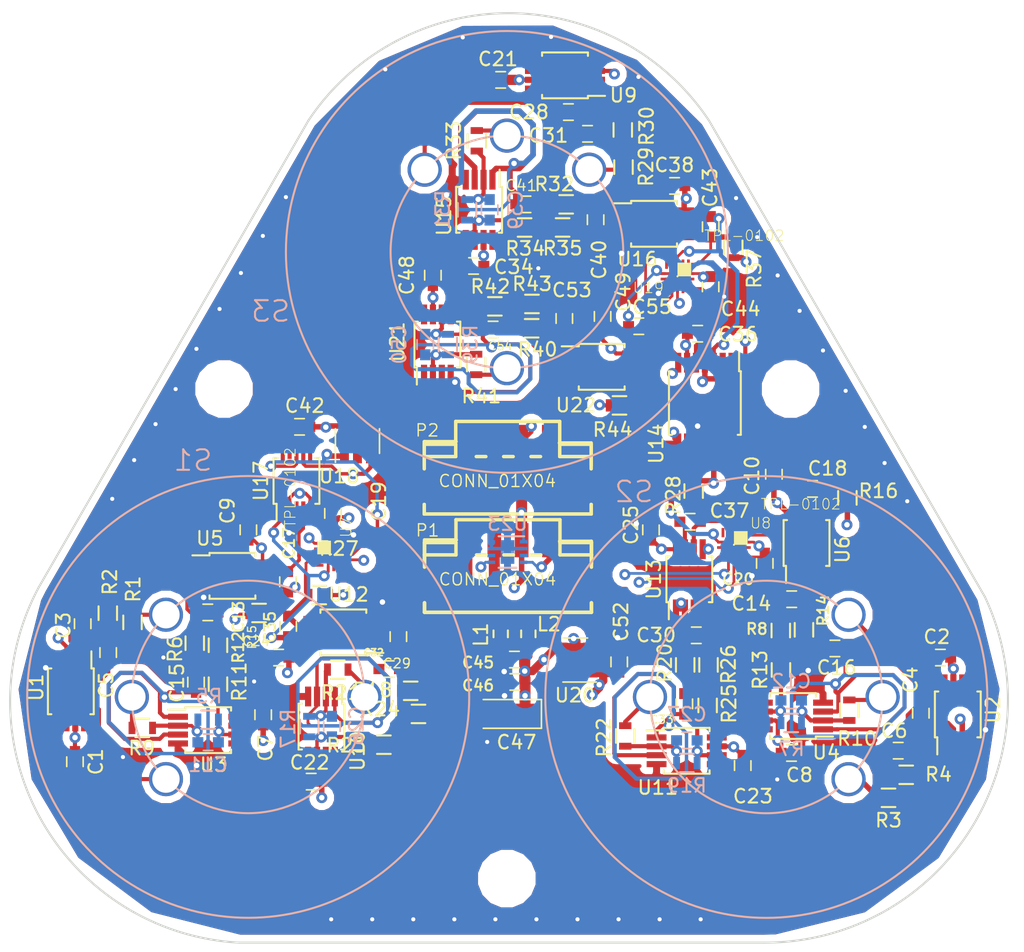
<source format=kicad_pcb>
(kicad_pcb (version 4) (host pcbnew 4.0.2+dfsg1-stable)
  (title_block (title "Delta-3 gas sensor") (date 2017-01-23) (rev 0.1) (company SC) (comment 1 "Drw. Dsgn.: Alejandro Bizzotto"))
  (layers (0 GND_F mixed) (1 VCC mixed hide) (2 1.5V mixed hide) (31 GND_B mixed hide) (34 B.Paste user hide) (35 F.Paste user hide) (36 B.SilkS user hide) (37 F.SilkS user hide) (38 B.Mask user hide) (39 F.Mask user hide) (44 Edge.Cuts user))
  (net 0 "")
  (net 1 GND)
  (net 2 VCC)
  (net 3 "Net-(C3-Pad1)")
  (net 4 "Net-(C3-Pad2)")
  (net 5 "Net-(C4-Pad1)")
  (net 6 "Net-(C4-Pad2)")
  (net 7 "Net-(C5-Pad1)")
  (net 8 "Net-(C6-Pad1)")
  (net 9 "Net-(C11-Pad2)")
  (net 10 "Net-(C11-Pad1)")
  (net 11 "Net-(C12-Pad2)")
  (net 12 "Net-(C12-Pad1)")
  (net 13 "Net-(C13-Pad1)")
  (net 14 "Net-(C13-Pad2)")
  (net 15 "Net-(C14-Pad1)")
  (net 16 "Net-(C14-Pad2)")
  (net 17 "Net-(C15-Pad2)")
  (net 18 +1V5)
  (net 19 "Net-(C16-Pad2)")
  (net 20 "Net-(C17-Pad1)")
  (net 21 /WE_3)
  (net 22 /WE_1)
  (net 23 "Net-(C18-Pad1)")
  (net 24 "Net-(C26-Pad2)")
  (net 25 "Net-(C26-Pad1)")
  (net 26 "Net-(C27-Pad2)")
  (net 27 "Net-(C27-Pad1)")
  (net 28 "Net-(C28-Pad2)")
  (net 29 "Net-(C28-Pad1)")
  (net 30 "Net-(C29-Pad1)")
  (net 31 "Net-(C29-Pad2)")
  (net 32 "Net-(C30-Pad1)")
  (net 33 "Net-(C30-Pad2)")
  (net 34 "Net-(C31-Pad1)")
  (net 35 "Net-(C32-Pad2)")
  (net 36 "Net-(C33-Pad2)")
  (net 37 "Net-(C35-Pad1)")
  (net 38 /AE_3)
  (net 39 /AE_1)
  (net 40 "Net-(C37-Pad1)")
  (net 41 "Net-(C39-Pad1)")
  (net 42 "Net-(C39-Pad2)")
  (net 43 "Net-(C40-Pad2)")
  (net 44 "Net-(C40-Pad1)")
  (net 45 "Net-(C41-Pad2)")
  (net 46 "Net-(C43-Pad1)")
  (net 47 /WE_2)
  (net 48 "Net-(C50-Pad2)")
  (net 49 "Net-(C50-Pad1)")
  (net 50 "Net-(C53-Pad2)")
  (net 51 "Net-(C53-Pad1)")
  (net 52 "Net-(C54-Pad2)")
  (net 53 /AE_2)
  (net 54 "Net-(C55-Pad1)")
  (net 55 "Net-(L1-Pad1)")
  (net 56 "Net-(L2-Pad1)")
  (net 57 /SCL)
  (net 58 /SDA)
  (net 59 "Net-(R1-Pad2)")
  (net 60 "Net-(R3-Pad2)")
  (net 61 "Net-(R9-Pad2)")
  (net 62 "Net-(R10-Pad2)")
  (net 63 "Net-(R21-Pad2)")
  (net 64 "Net-(R22-Pad2)")
  (net 65 "Net-(R29-Pad2)")
  (net 66 "Net-(R33-Pad2)")
  (net 67 "Net-(R41-Pad2)")
  (net 68 "Net-(U7-Pad2)")
  (net 69 "Net-(U7-Pad5)")
  (net 70 "Net-(U8-Pad2)")
  (net 71 "Net-(U8-Pad5)")
  (net 72 "Net-(U17-Pad10)")
  (net 73 "Net-(U19-Pad5)")
  (net 74 "Net-(U19-Pad2)")
  (net 75 "Net-(U20-Pad5)")
  (net 76 "Net-(U1-Pad1)")
  (net 77 "Net-(U2-Pad1)")
  (net 78 "Net-(U9-Pad1)")
  (net 79 "Net-(U23-Pad3)")
  (net 80 "Net-(U23-Pad6)")
  (module my_lib:via-0.6mm (layer GND_F) (at 169.51 84.98 4.5)
    (fp_text reference REF** hide)
    (fp_text value via-0.6mm hide)
    (pad 1 thru_hole circle (at 0 0 4.5) (size 0.6 0.6) (drill 0.3) (layers *.Cu) (net 1 GND))
  )
  (module LOGO (layer GND_B) (at 188.09 70.09 180)
    (fp_text reference "" (at 0 0 180) (layer B.SilkS) (effects (justify mirror)))
    (fp_text value "" (at 0 0 180) (layer B.SilkS) (effects (justify mirror)))
  )
  (module LOGO (layer GND_B) (at 187.95 69.8 180)
    (fp_text reference "" (at 0 0 180) (layer B.SilkS) (effects (justify mirror)))
    (fp_text value "" (at 0 0 180) (layer B.SilkS) (effects (justify mirror)))
  )
  (module "Hangar:QFN14(2X2MM)" (layer GND_F) (at 175.12438 75.68306 270)
    (fp_text reference U7 (at -1.1747 -1.55294 270) (layer F.SilkS) (effects (font (size 0.77216 0.77216) (thickness 0.065024)) (justify left bottom)))
    (fp_text value TPL-0102 (at -1.9 2.52 270) (layer F.SilkS) (effects (font (size 0.77216 0.77216) (thickness 0.065024)) (justify left bottom)))
    (pad 1 smd rect (at -0.8 0.89) (size 0.68 0.2) (layers GND_F F.Paste F.Mask) (net 20 "Net-(C17-Pad1)"))
    (pad 2 smd rect (at -0.4 0.89) (size 0.68 0.2) (layers GND_F F.Paste F.Mask) (net 68 "Net-(U7-Pad2)"))
    (pad 3 smd rect (at 0 0.89) (size 0.68 0.2) (layers GND_F F.Paste F.Mask) (net 21 /WE_3))
    (pad 4 smd rect (at 0.4 0.89) (size 0.68 0.2) (layers GND_F F.Paste F.Mask) (net 37 "Net-(C35-Pad1)"))
    (pad 5 smd rect (at 0.8 0.89) (size 0.68 0.2) (layers GND_F F.Paste F.Mask) (net 69 "Net-(U7-Pad5)"))
    (pad 6 smd rect (at 0.89 0.2 90) (size 0.68 0.2) (layers GND_F F.Paste F.Mask) (net 38 /AE_3))
    (pad 7 smd rect (at 0.89 -0.2 90) (size 0.68 0.2) (layers GND_F F.Paste F.Mask) (net 2 VCC))
    (pad 8 smd rect (at 0.8 -0.89) (size 0.68 0.2) (layers GND_F F.Paste F.Mask) (net 1 GND))
    (pad 9 smd rect (at 0.4 -0.89) (size 0.68 0.2) (layers GND_F F.Paste F.Mask) (net 58 /SDA))
    (pad 10 smd rect (at 0 -0.89) (size 0.68 0.2) (layers GND_F F.Paste F.Mask) (net 57 /SCL))
    (pad 11 smd rect (at -0.4 -0.89) (size 0.68 0.2) (layers GND_F F.Paste F.Mask) (net 1 GND))
    (pad 12 smd rect (at -0.8 -0.89) (size 0.68 0.2) (layers GND_F F.Paste F.Mask) (net 1 GND))
    (pad 13 smd rect (at -0.89 -0.2 90) (size 0.68 0.2) (layers GND_F F.Paste F.Mask) (net 2 VCC))
    (pad 14 smd rect (at -0.89 0.2 90) (size 0.68 0.2) (layers GND_F F.Paste F.Mask) (net 2 VCC))
  )
  (module my_lib:via-0.6mm (layer GND_F) (at 159.92348 90.50274 4.5)
    (fp_text reference REF** hide)
    (fp_text value via-0.6mm hide)
    (pad 1 thru_hole circle (at 0 0 4.5) (size 0.6 0.6) (drill 0.3) (layers *.Cu) (net 1 GND))
  )
  (module my_lib:via-0.6mm (layer GND_F) (at 162.8775 83.2231 4.5)
    (fp_text reference REF** hide)
    (fp_text value via-0.6mm hide)
    (pad 1 thru_hole circle (at 0 0 4.5) (size 0.6 0.6) (drill 0.3) (layers *.Cu) (net 1 GND))
  )
  (module my_lib:via-0.6mm (layer GND_F) (at 197.59422 40.77716 4.5)
    (fp_text reference REF** hide)
    (fp_text value via-0.6mm hide)
    (pad 1 thru_hole circle (at 0 0 4.5) (size 0.6 0.6) (drill 0.3) (layers *.Cu) (net 1 GND))
  )
  (module my_lib:via-0.6mm (layer GND_F) (at 191.20612 37.85362 4.5)
    (fp_text reference REF** hide)
    (fp_text value via-0.6mm hide)
    (pad 1 thru_hole circle (at 0 0 4.5) (size 0.6 0.6) (drill 0.3) (layers *.Cu) (net 1 GND))
  )
  (module my_lib:via-0.6mm (layer GND_F) (at 184.75452 37.88664 4.5)
    (fp_text reference REF** hide)
    (fp_text value via-0.6mm hide)
    (pad 1 thru_hole circle (at 0 0 4.5) (size 0.6 0.6) (drill 0.3) (layers *.Cu) (net 1 GND))
  )
  (module my_lib:via-0.6mm (layer GND_F) (at 179.0954 40.22598 4.5)
    (fp_text reference REF** hide)
    (fp_text value via-0.6mm hide)
    (pad 1 thru_hole circle (at 0 0 4.5) (size 0.6 0.6) (drill 0.3) (layers *.Cu) (net 1 GND))
  )
  (module my_lib:via-0.6mm (layer GND_F) (at 203.86294 56.84266 4.5)
    (fp_text reference REF** hide)
    (fp_text value via-0.6mm hide)
    (pad 1 thru_hole circle (at 0 0 4.5) (size 0.6 0.6) (drill 0.3) (layers *.Cu) (net 1 GND))
  )
  (module my_lib:via-0.6mm (layer GND_F) (at 186.54014 89.40038)
    (fp_text reference REF** hide)
    (fp_text value via-0.6mm hide)
    (pad 1 thru_hole circle (at 0 0) (size 0.6 0.6) (drill 0.3) (layers *.Cu) (net 1 GND))
  )
  (module my_lib:via-0.6mm (layer GND_F) (at 207.73644 92.14104)
    (fp_text reference REF** hide)
    (fp_text value via-0.6mm hide)
    (pad 1 thru_hole circle (at 0 0) (size 0.6 0.6) (drill 0.3) (layers *.Cu) (net 1 GND))
  )
  (module my_lib:via-0.6mm (layer GND_F) (at 190.27648 54.77002 4.5)
    (fp_text reference REF** hide)
    (fp_text value via-0.6mm hide)
    (pad 1 thru_hole circle (at 0 0 4.5) (size 0.6 0.6) (drill 0.3) (layers *.Cu) (net 1 GND))
  )
  (module my_lib:via-0.6mm (layer GND_F) (at 217.23604 71.80072 4.5)
    (fp_text reference REF** hide)
    (fp_text value via-0.6mm hide)
    (pad 1 thru_hole circle (at 0 0 4.5) (size 0.6 0.6) (drill 0.3) (layers *.Cu) (net 1 GND))
  )
  (module my_lib:via-0.6mm (layer GND_F) (at 215.57996 69.00672 4.5)
    (fp_text reference REF** hide)
    (fp_text value via-0.6mm hide)
    (pad 1 thru_hole circle (at 0 0 4.5) (size 0.6 0.6) (drill 0.3) (layers *.Cu) (net 1 GND))
  )
  (module my_lib:via-0.6mm (layer GND_F) (at 214.13216 66.36766 4.5)
    (fp_text reference REF** hide)
    (fp_text value via-0.6mm hide)
    (pad 1 thru_hole circle (at 0 0 4.5) (size 0.6 0.6) (drill 0.3) (layers *.Cu) (net 1 GND))
  )
  (module my_lib:via-0.6mm (layer GND_F) (at 212.73516 63.7286 4.5)
    (fp_text reference REF** hide)
    (fp_text value via-0.6mm hide)
    (pad 1 thru_hole circle (at 0 0 4.5) (size 0.6 0.6) (drill 0.3) (layers *.Cu) (net 1 GND))
  )
  (module my_lib:via-0.6mm (layer GND_F) (at 211.07908 60.77966 4.5)
    (fp_text reference REF** hide)
    (fp_text value via-0.6mm hide)
    (pad 1 thru_hole circle (at 0 0 4.5) (size 0.6 0.6) (drill 0.3) (layers *.Cu) (net 1 GND))
  )
  (module my_lib:via-0.6mm (layer GND_F) (at 209.36966 57.88152 4.5)
    (fp_text reference REF** hide)
    (fp_text value via-0.6mm hide)
    (pad 1 thru_hole circle (at 0 0 4.5) (size 0.6 0.6) (drill 0.3) (layers *.Cu) (net 1 GND))
  )
  (module my_lib:via-0.6mm (layer GND_F) (at 207.76692 55.29326 4.5)
    (fp_text reference REF** hide)
    (fp_text value via-0.6mm hide)
    (pad 1 thru_hole circle (at 0 0 4.5) (size 0.6 0.6) (drill 0.3) (layers *.Cu) (net 1 GND))
  )
  (module my_lib:via-0.6mm (layer GND_F) (at 206.26578 52.4891 4.5)
    (fp_text reference REF** hide)
    (fp_text value via-0.6mm hide)
    (pad 1 thru_hole circle (at 0 0 4.5) (size 0.6 0.6) (drill 0.3) (layers *.Cu) (net 1 GND))
  )
  (module my_lib:via-0.6mm (layer GND_F) (at 204.72908 49.63668 4.5)
    (fp_text reference REF** hide)
    (fp_text value via-0.6mm hide)
    (pad 1 thru_hole circle (at 0 0 4.5) (size 0.6 0.6) (drill 0.3) (layers *.Cu) (net 1 GND))
  )
  (module my_lib:via-0.6mm (layer GND_F) (at 171.831 49.56556 4.5)
    (fp_text reference REF** hide)
    (fp_text value via-0.6mm hide)
    (pad 1 thru_hole circle (at 0 0 4.5) (size 0.6 0.6) (drill 0.3) (layers *.Cu) (net 1 GND))
  )
  (module my_lib:via-0.6mm (layer GND_F) (at 170.14698 52.40274 4.5)
    (fp_text reference REF** hide)
    (fp_text value via-0.6mm hide)
    (pad 1 thru_hole circle (at 0 0 4.5) (size 0.6 0.6) (drill 0.3) (layers *.Cu) (net 1 GND))
  )
  (module my_lib:via-0.6mm (layer GND_F) (at 168.54424 55.11292 4.5)
    (fp_text reference REF** hide)
    (fp_text value via-0.6mm hide)
    (pad 1 thru_hole circle (at 0 0 4.5) (size 0.6 0.6) (drill 0.3) (layers *.Cu) (net 1 GND))
  )
  (module my_lib:via-0.6mm (layer GND_F) (at 166.98214 57.74436 4.5)
    (fp_text reference REF** hide)
    (fp_text value via-0.6mm hide)
    (pad 1 thru_hole circle (at 0 0 4.5) (size 0.6 0.6) (drill 0.3) (layers *.Cu) (net 1 GND))
  )
  (module my_lib:via-0.6mm (layer GND_F) (at 165.29558 60.66028 4.5)
    (fp_text reference REF** hide)
    (fp_text value via-0.6mm hide)
    (pad 1 thru_hole circle (at 0 0 4.5) (size 0.6 0.6) (drill 0.3) (layers *.Cu) (net 1 GND))
  )
  (module my_lib:via-0.6mm (layer GND_F) (at 163.77412 63.6016 4.5)
    (fp_text reference REF** hide)
    (fp_text value via-0.6mm hide)
    (pad 1 thru_hole circle (at 0 0 4.5) (size 0.6 0.6) (drill 0.3) (layers *.Cu) (net 1 GND))
  )
  (module my_lib:via-0.6mm (layer GND_F) (at 162.306 66.16192 4.5)
    (fp_text reference REF** hide)
    (fp_text value via-0.6mm hide)
    (pad 1 thru_hole circle (at 0 0 4.5) (size 0.6 0.6) (drill 0.3) (layers *.Cu) (net 1 GND))
  )
  (module my_lib:via-0.6mm (layer GND_F) (at 160.7439 68.79336 4.5)
    (fp_text reference REF** hide)
    (fp_text value via-0.6mm hide)
    (pad 1 thru_hole circle (at 0 0 4.5) (size 0.6 0.6) (drill 0.3) (layers *.Cu) (net 1 GND))
  )
  (module my_lib:via-0.6mm (layer GND_F) (at 159.14116 71.628 4.5)
    (fp_text reference REF** hide)
    (fp_text value via-0.6mm hide)
    (pad 1 thru_hole circle (at 0 0 4.5) (size 0.6 0.6) (drill 0.3) (layers *.Cu) (net 1 GND))
  )
  (module my_lib:via-0.6mm (layer GND_F) (at 202.14062 102.36708)
    (fp_text reference REF** hide)
    (fp_text value via-0.6mm hide)
    (pad 1 thru_hole circle (at 0 0) (size 0.6 0.6) (drill 0.3) (layers *.Cu) (net 1 GND))
  )
  (module my_lib:via-0.6mm (layer GND_F) (at 199.14062 102.36708)
    (fp_text reference REF** hide)
    (fp_text value via-0.6mm hide)
    (pad 1 thru_hole circle (at 0 0) (size 0.6 0.6) (drill 0.3) (layers *.Cu) (net 1 GND))
  )
  (module my_lib:via-0.6mm (layer GND_F) (at 196.14062 102.36708)
    (fp_text reference REF** hide)
    (fp_text value via-0.6mm hide)
    (pad 1 thru_hole circle (at 0 0) (size 0.6 0.6) (drill 0.3) (layers *.Cu) (net 1 GND))
  )
  (module my_lib:via-0.6mm (layer GND_F) (at 193.14062 102.36708)
    (fp_text reference REF** hide)
    (fp_text value via-0.6mm hide)
    (pad 1 thru_hole circle (at 0 0) (size 0.6 0.6) (drill 0.3) (layers *.Cu) (net 1 GND))
  )
  (module my_lib:via-0.6mm (layer GND_F) (at 190.14062 102.36708)
    (fp_text reference REF** hide)
    (fp_text value via-0.6mm hide)
    (pad 1 thru_hole circle (at 0 0) (size 0.6 0.6) (drill 0.3) (layers *.Cu) (net 1 GND))
  )
  (module my_lib:via-0.6mm (layer GND_F) (at 187.14062 102.36708)
    (fp_text reference REF** hide)
    (fp_text value via-0.6mm hide)
    (pad 1 thru_hole circle (at 0 0) (size 0.6 0.6) (drill 0.3) (layers *.Cu) (net 1 GND))
  )
  (module my_lib:via-0.6mm (layer GND_F) (at 184.14062 102.36708)
    (fp_text reference REF** hide)
    (fp_text value via-0.6mm hide)
    (pad 1 thru_hole circle (at 0 0) (size 0.6 0.6) (drill 0.3) (layers *.Cu) (net 1 GND))
  )
  (module my_lib:via-0.6mm (layer GND_F) (at 181.14062 102.36708)
    (fp_text reference REF** hide)
    (fp_text value via-0.6mm hide)
    (pad 1 thru_hole circle (at 0 0) (size 0.6 0.6) (drill 0.3) (layers *.Cu) (net 1 GND))
  )
  (module my_lib:via-0.6mm (layer GND_F) (at 178.14062 102.36708)
    (fp_text reference REF** hide)
    (fp_text value via-0.6mm hide)
    (pad 1 thru_hole circle (at 0 0) (size 0.6 0.6) (drill 0.3) (layers *.Cu) (net 1 GND))
  )
  (module my_lib:Alphasense_B-4 (layer GND_B) (at 187.9825 53.57078 180)
    (fp_text reference S3 (at 17.26402 -4.34122 180) (layer B.SilkS) (effects (font (size 1.5 1.5)) (justify mirror)))
    (fp_text value Alphasense_B)
    (pad A thru_hole circle (at 0 -8.5 180) (size 2.5 2.5) (drill 2) (layers *.Cu *.Mask) (net 67 "Net-(R41-Pad2)"))
    (pad R thru_hole circle (at -6.01 6.01 180) (size 2.5 2.5) (drill 2) (layers *.Cu *.Mask) (net 65 "Net-(R29-Pad2)"))
    (pad C thru_hole circle (at 6.01 6.01 180) (size 2.5 2.5) (drill 2) (layers *.Cu *.Mask) (net 28 "Net-(C28-Pad2)"))
    (pad W thru_hole circle (at 0 8.5 180) (size 2.5 2.5) (drill 2) (layers *.Cu *.Mask) (net 66 "Net-(R33-Pad2)"))
  )
  (module Housings_SSOP:MSOP-8_3x3mm_Pitch0.65mm (layer GND_F) (at 220.93174 87.38616 90)
    (fp_text reference U2 (at 0.33528 2.57302 90) (layer F.SilkS))
    (fp_text value ADA4528)
    (pad 8 smd rect (at 2.2 -0.975 90) (size 1.45 0.45) (layers GND_F F.Paste F.Mask))
    (pad 7 smd rect (at 2.2 -0.325 90) (size 1.45 0.45) (layers GND_F F.Paste F.Mask) (net 2 VCC))
    (pad 6 smd rect (at 2.2 0.325 90) (size 1.45 0.45) (layers GND_F F.Paste F.Mask) (net 6 "Net-(C4-Pad2)"))
    (pad 5 smd rect (at 2.2 0.975 90) (size 1.45 0.45) (layers GND_F F.Paste F.Mask))
    (pad 4 smd rect (at -2.2 0.975 90) (size 1.45 0.45) (layers GND_F F.Paste F.Mask) (net 1 GND))
    (pad 3 smd rect (at -2.2 0.325 90) (size 1.45 0.45) (layers GND_F F.Paste F.Mask) (net 18 +1V5))
    (pad 2 smd rect (at -2.2 -0.325 90) (size 1.45 0.45) (layers GND_F F.Paste F.Mask) (net 5 "Net-(C4-Pad1)"))
    (pad 1 smd rect (at -2.2 -0.975 90) (size 1.45 0.45) (layers GND_F F.Paste F.Mask) (net 77 "Net-(U2-Pad1)"))
  )
  (module Capacitors_SMD:C_0603 (layer GND_F) (at 206.82458 76.34478 90)
    (fp_text reference C20 (at -1.1557 -1.94818 180) (layer F.SilkS) (effects (font (size 0.8 0.8))))
    (fp_text value 100n)
    (pad 1 smd rect (at -0.75 0 90) (size 0.8 0.75) (layers GND_F F.Paste F.Mask) (net 1 GND))
    (pad 2 smd rect (at 0.75 0 90) (size 0.8 0.75) (layers GND_F F.Paste F.Mask) (net 2 VCC))
  )
  (module my_lib:Alphasense_B-4 (layer GND_B) (at 206.9367 86.1121 90)
    (fp_text reference S2 (at 15.0048 -9.67268 180) (layer B.SilkS) (effects (font (size 1.5 1.5)) (justify mirror)))
    (fp_text value Alphasense_B)
    (pad A thru_hole circle (at 0 -8.5 90) (size 2.5 2.5) (drill 2) (layers *.Cu *.Mask) (net 64 "Net-(R22-Pad2)"))
    (pad R thru_hole circle (at -6.01 6.01 90) (size 2.5 2.5) (drill 2) (layers *.Cu *.Mask) (net 60 "Net-(R3-Pad2)"))
    (pad C thru_hole circle (at 6.01 6.01 90) (size 2.5 2.5) (drill 2) (layers *.Cu *.Mask) (net 6 "Net-(C4-Pad2)"))
    (pad W thru_hole circle (at 0 8.5 90) (size 2.5 2.5) (drill 2) (layers *.Cu *.Mask) (net 62 "Net-(R10-Pad2)"))
  )
  (module Housings_SSOP:MSOP-8_3x3mm_Pitch0.65mm (layer GND_F) (at 209.87766 74.8538 90)
    (fp_text reference U6 (at -0.48006 2.62636 90) (layer F.SilkS))
    (fp_text value ADA4666)
    (pad 1 smd rect (at -2.2 -0.975 90) (size 1.45 0.45) (layers GND_F F.Paste F.Mask) (net 16 "Net-(C14-Pad2)"))
    (pad 2 smd rect (at -2.2 -0.325 90) (size 1.45 0.45) (layers GND_F F.Paste F.Mask) (net 16 "Net-(C14-Pad2)"))
    (pad 3 smd rect (at -2.2 0.325 90) (size 1.45 0.45) (layers GND_F F.Paste F.Mask) (net 15 "Net-(C14-Pad1)"))
    (pad 4 smd rect (at -2.2 0.975 90) (size 1.45 0.45) (layers GND_F F.Paste F.Mask) (net 1 GND))
    (pad 5 smd rect (at 2.2 0.975 90) (size 1.45 0.45) (layers GND_F F.Paste F.Mask) (net 16 "Net-(C14-Pad2)"))
    (pad 6 smd rect (at 2.2 0.325 90) (size 1.45 0.45) (layers GND_F F.Paste F.Mask) (net 23 "Net-(C18-Pad1)"))
    (pad 7 smd rect (at 2.2 -0.325 90) (size 1.45 0.45) (layers GND_F F.Paste F.Mask) (net 22 /WE_1))
    (pad 8 smd rect (at 2.2 -0.975 90) (size 1.45 0.45) (layers GND_F F.Paste F.Mask) (net 2 VCC))
  )
  (module Mounting_Holes:MountingHole_3.2mm_M3_DIN965 (layer GND_F) (at 187.98 99.39)
    (fp_text reference "" (at 0 -3.8) (layer F.SilkS))
    (fp_text value MountingHole_3.2mm_M3_DIN965)
    (pad 1 np_thru_hole circle (at 0 0) (size 3.2 3.2) (drill 3.2) (layers *.Cu *.Mask))
  )
  (module Mounting_Holes:MountingHole_3.2mm_M3_DIN965 (layer GND_F) (at 208.71 63.6)
    (fp_text reference "" (at 0 -3.8) (layer F.SilkS))
    (fp_text value MountingHole_3.2mm_M3_DIN965)
    (pad 1 np_thru_hole circle (at 0 0) (size 3.2 3.2) (drill 3.2) (layers *.Cu *.Mask))
  )
  (module SeeedOPL-Connector-2016:HW4-SMD-2.0 (layer GND_F) (at 188.04128 67.4624 180)
    (fp_text reference P2 (at 5.88518 0.84074 180) (layer F.SilkS) (effects (font (size 0.889 0.889) (thickness 0.1016))))
    (fp_text value CONN_01X04 (at 0.762 -2.8575 180) (layer F.SilkS) (effects (font (size 0.889 0.889) (thickness 0.1016))))
    (pad 1 smd rect (at -2.99974 0 270) (size 2.49936 0.99822) (layers GND_F F.Paste F.Mask) (net 57 /SCL))
    (pad 2 smd rect (at -0.99822 0 270) (size 2.49936 0.99822) (layers GND_F F.Paste F.Mask) (net 58 /SDA))
    (pad 3 smd rect (at 0.99822 0 270) (size 2.49936 0.99822) (layers GND_F F.Paste F.Mask) (net 55 "Net-(L1-Pad1)"))
    (pad 4 smd rect (at 2.99974 0 270) (size 2.49936 0.99822) (layers GND_F F.Paste F.Mask) (net 56 "Net-(L2-Pad1)"))
    (pad SS1 smd rect (at -5.79882 -3.12166 270) (size 2.49936 1.99898) (layers GND_F F.Paste F.Mask))
    (pad SS2 smd rect (at 5.79882 -3.12166 270) (size 2.49936 1.99898) (layers GND_F F.Paste F.Mask))
  )
  (module SeeedOPL-Connector-2016:HW4-SMD-2.0 (layer GND_F) (at 188.05906 74.6506 180)
    (fp_text reference P1 (at 5.87756 0.71882 180) (layer F.SilkS) (effects (font (size 0.889 0.889) (thickness 0.1016))))
    (fp_text value CONN_01X04 (at 0.762 -2.8575 180) (layer F.SilkS) (effects (font (size 0.889 0.889) (thickness 0.1016))))
    (pad 1 smd rect (at -2.99974 0 270) (size 2.49936 0.99822) (layers GND_F F.Paste F.Mask) (net 57 /SCL))
    (pad 2 smd rect (at -0.99822 0 270) (size 2.49936 0.99822) (layers GND_F F.Paste F.Mask) (net 58 /SDA))
    (pad 3 smd rect (at 0.99822 0 270) (size 2.49936 0.99822) (layers GND_F F.Paste F.Mask) (net 55 "Net-(L1-Pad1)"))
    (pad 4 smd rect (at 2.99974 0 270) (size 2.49936 0.99822) (layers GND_F F.Paste F.Mask) (net 56 "Net-(L2-Pad1)"))
    (pad SS1 smd rect (at -5.79882 -3.12166 270) (size 2.49936 1.99898) (layers GND_F F.Paste F.Mask))
    (pad SS2 smd rect (at 5.79882 -3.12166 270) (size 2.49936 1.99898) (layers GND_F F.Paste F.Mask))
  )
  (module Capacitors_SMD:C_0603 (layer GND_F) (at 156.416398 90.846454 270)
    (fp_text reference C1 (at 0 -1.524 270) (layer F.SilkS))
    (fp_text value 100n)
    (pad 2 smd rect (at 0.75 0 270) (size 0.8 0.75) (layers GND_F F.Paste F.Mask) (net 1 GND))
    (pad 1 smd rect (at -0.75 0 270) (size 0.8 0.75) (layers GND_F F.Paste F.Mask) (net 2 VCC))
  )
  (module Capacitors_SMD:C_0603 (layer GND_F) (at 219.6592 83.23072 180)
    (fp_text reference C2 (at 0.26416 1.51638 180) (layer F.SilkS))
    (fp_text value 100n)
    (pad 2 smd rect (at 0.75 0 180) (size 0.8 0.75) (layers GND_F F.Paste F.Mask) (net 1 GND))
    (pad 1 smd rect (at -0.75 0 180) (size 0.8 0.75) (layers GND_F F.Paste F.Mask) (net 2 VCC))
  )
  (module Capacitors_SMD:C_0603 (layer GND_F) (at 156.982818 80.757574 270)
    (fp_text reference C3 (at 0.11938 1.41224 270) (layer F.SilkS))
    (fp_text value 20n)
    (pad 1 smd rect (at -0.75 0 270) (size 0.8 0.75) (layers GND_F F.Paste F.Mask) (net 3 "Net-(C3-Pad1)"))
    (pad 2 smd rect (at 0.75 0 270) (size 0.8 0.75) (layers GND_F F.Paste F.Mask) (net 4 "Net-(C3-Pad2)"))
  )
  (module Capacitors_SMD:C_0603 (layer GND_F) (at 218.22918 87.2998 90)
    (fp_text reference C4 (at 2.43586 -0.75692 90) (layer F.SilkS))
    (fp_text value 20n)
    (pad 1 smd rect (at -0.75 0 90) (size 0.8 0.75) (layers GND_F F.Paste F.Mask) (net 5 "Net-(C4-Pad1)"))
    (pad 2 smd rect (at 0.75 0 90) (size 0.8 0.75) (layers GND_F F.Paste F.Mask) (net 6 "Net-(C4-Pad2)"))
  )
  (module Capacitors_SMD:C_0603 (layer GND_F) (at 158.844638 82.863234 270)
    (fp_text reference C5 (at 2.38252 0.14478 270) (layer F.SilkS))
    (fp_text value 20n)
    (pad 2 smd rect (at 0.75 0 270) (size 0.8 0.75) (layers GND_F F.Paste F.Mask) (net 4 "Net-(C3-Pad2)"))
    (pad 1 smd rect (at -0.75 0 270) (size 0.8 0.75) (layers GND_F F.Paste F.Mask) (net 7 "Net-(C5-Pad1)"))
  )
  (module Capacitors_SMD:C_0603 (layer GND_F) (at 216.57564 90.03792)
    (fp_text reference C6 (at -0.28956 -1.45288) (layer F.SilkS))
    (fp_text value 20n)
    (pad 1 smd rect (at -0.75 0) (size 0.8 0.75) (layers GND_F F.Paste F.Mask) (net 8 "Net-(C6-Pad1)"))
    (pad 2 smd rect (at 0.75 0) (size 0.8 0.75) (layers GND_F F.Paste F.Mask) (net 6 "Net-(C4-Pad2)"))
  )
  (module Capacitors_SMD:C_0603 (layer GND_F) (at 170.17 87.41 90)
    (fp_text reference C7 (at -2.44602 0.16764 90) (layer F.SilkS))
    (fp_text value 100n)
    (pad 1 smd rect (at -0.75 0 90) (size 0.8 0.75) (layers GND_F F.Paste F.Mask) (net 2 VCC))
    (pad 2 smd rect (at 0.75 0 90) (size 0.8 0.75) (layers GND_F F.Paste F.Mask) (net 1 GND))
  )
  (module Capacitors_SMD:C_0603 (layer GND_F) (at 208.77784 90.20556)
    (fp_text reference C8 (at 0.57658 1.61036) (layer F.SilkS))
    (fp_text value 100n)
    (pad 1 smd rect (at -0.75 0) (size 0.8 0.75) (layers GND_F F.Paste F.Mask) (net 2 VCC))
    (pad 2 smd rect (at 0.75 0) (size 0.8 0.75) (layers GND_F F.Paste F.Mask) (net 1 GND))
  )
  (module Capacitors_SMD:C_0603 (layer GND_F) (at 169.088458 73.891954 90)
    (fp_text reference C9 (at 1.397 -1.524 90) (layer F.SilkS))
    (fp_text value 100n)
    (pad 2 smd rect (at 0.75 0 90) (size 0.8 0.75) (layers GND_F F.Paste F.Mask) (net 1 GND))
    (pad 1 smd rect (at -0.75 0 90) (size 0.8 0.75) (layers GND_F F.Paste F.Mask) (net 2 VCC))
  )
  (module Capacitors_SMD:C_0603 (layer GND_F) (at 207.4926 69.82714 90)
    (fp_text reference C10 (at -0.10668 -1.59512 270) (layer F.SilkS))
    (fp_text value 100n)
    (pad 2 smd rect (at 0.75 0 90) (size 0.8 0.75) (layers GND_F F.Paste F.Mask) (net 1 GND))
    (pad 1 smd rect (at -0.75 0 90) (size 0.8 0.75) (layers GND_F F.Paste F.Mask) (net 2 VCC))
  )
  (module Capacitors_SMD:C_0603 (layer GND_B) (at 166.149678 89.424054 180)
    (fp_text reference C11 (at 0 -1.651 180) (layer B.SilkS) (effects (justify mirror)))
    (fp_text value 220n)
    (pad 2 smd rect (at 0.75 0 180) (size 0.8 0.75) (layers GND_B B.Paste B.Mask) (net 9 "Net-(C11-Pad2)"))
    (pad 1 smd rect (at -0.75 0 180) (size 0.8 0.75) (layers GND_B B.Paste B.Mask) (net 10 "Net-(C11-Pad1)"))
  )
  (module Capacitors_SMD:C_0603 (layer GND_B) (at 208.75752 86.36)
    (fp_text reference C12 (at 0 -1.397) (layer B.SilkS) (effects (justify mirror)))
    (fp_text value 220n)
    (pad 2 smd rect (at 0.75 0) (size 0.8 0.75) (layers GND_B B.Paste B.Mask) (net 11 "Net-(C12-Pad2)"))
    (pad 1 smd rect (at -0.75 0) (size 0.8 0.75) (layers GND_B B.Paste B.Mask) (net 12 "Net-(C12-Pad1)"))
  )
  (module Capacitors_SMD:C_0603 (layer GND_F) (at 166.124278 79.926994 180)
    (fp_text reference C13 (at -2.2479 -0.32512 270) (layer F.SilkS) (effects (font (size 0.8 0.8))))
    (fp_text value 2.2µ)
    (pad 1 smd rect (at -0.75 0 180) (size 0.8 0.75) (layers GND_F F.Paste F.Mask) (net 13 "Net-(C13-Pad1)"))
    (pad 2 smd rect (at 0.75 0 180) (size 0.8 0.75) (layers GND_F F.Paste F.Mask) (net 14 "Net-(C13-Pad2)"))
  )
  (module Capacitors_SMD:C_0603 (layer GND_F) (at 208.79308 78.96352 180)
    (fp_text reference C14 (at 2.95656 -0.3175 180) (layer F.SilkS))
    (fp_text value 2.2µ)
    (pad 1 smd rect (at -0.75 0 180) (size 0.8 0.75) (layers GND_F F.Paste F.Mask) (net 15 "Net-(C14-Pad1)"))
    (pad 2 smd rect (at 0.75 0 180) (size 0.8 0.75) (layers GND_F F.Paste F.Mask) (net 16 "Net-(C14-Pad2)"))
  )
  (module Capacitors_SMD:C_0603 (layer GND_F) (at 165.263218 85.024774 90)
    (fp_text reference C15 (at -0.06096 -1.39446 270) (layer F.SilkS))
    (fp_text value 6.8µ)
    (pad 2 smd rect (at 0.75 0 90) (size 0.8 0.75) (layers GND_F F.Paste F.Mask) (net 17 "Net-(C15-Pad2)"))
    (pad 1 smd rect (at -0.75 0 90) (size 0.8 0.75) (layers GND_F F.Paste F.Mask) (net 18 +1V5))
  )
  (module Capacitors_SMD:C_0603 (layer GND_F) (at 211.9503 82.5627 180)
    (fp_text reference C16 (at -0.127 -1.397 180) (layer F.SilkS))
    (fp_text value 6.8µ)
    (pad 2 smd rect (at 0.75 0 180) (size 0.8 0.75) (layers GND_F F.Paste F.Mask) (net 19 "Net-(C16-Pad2)"))
    (pad 1 smd rect (at -0.75 0 180) (size 0.8 0.75) (layers GND_F F.Paste F.Mask) (net 18 +1V5))
  )
  (module Capacitors_SMD:C_0603 (layer GND_F) (at 171.981518 77.689254 90)
    (fp_text reference C17 (at 2.815134 0.080622 90) (layer F.SilkS) (effects (font (size 0.8 0.8))))
    (fp_text value 10n)
    (pad 1 smd rect (at -0.75 0 90) (size 0.8 0.75) (layers GND_F F.Paste F.Mask) (net 20 "Net-(C17-Pad1)"))
    (pad 2 smd rect (at 0.75 0 90) (size 0.8 0.75) (layers GND_F F.Paste F.Mask) (net 21 /WE_3))
  )
  (module Capacitors_SMD:C_0603 (layer GND_F) (at 210.31454 70.89902 180)
    (fp_text reference C18 (at -1.1049 1.49606 180) (layer F.SilkS))
    (fp_text value 10n)
    (pad 2 smd rect (at 0.75 0 180) (size 0.8 0.75) (layers GND_F F.Paste F.Mask) (net 22 /WE_1))
    (pad 1 smd rect (at -0.75 0 180) (size 0.8 0.75) (layers GND_F F.Paste F.Mask) (net 23 "Net-(C18-Pad1)"))
  )
  (module Capacitors_SMD:C_0603 (layer GND_F) (at 175.27 72.69 270)
    (fp_text reference C19 (at -0.89916 -3.35788 270) (layer F.SilkS))
    (fp_text value 100n)
    (pad 1 smd rect (at -0.75 0 270) (size 0.8 0.75) (layers GND_F F.Paste F.Mask) (net 1 GND))
    (pad 2 smd rect (at 0.75 0 270) (size 0.8 0.75) (layers GND_F F.Paste F.Mask) (net 2 VCC))
  )
  (module Capacitors_SMD:C_0603 (layer GND_F) (at 187.52566 40.99306 180)
    (fp_text reference C21 (at 0.19812 1.524 180) (layer F.SilkS))
    (fp_text value 100n)
    (pad 2 smd rect (at 0.75 0 180) (size 0.8 0.75) (layers GND_F F.Paste F.Mask) (net 1 GND))
    (pad 1 smd rect (at -0.75 0 180) (size 0.8 0.75) (layers GND_F F.Paste F.Mask) (net 2 VCC))
  )
  (module Capacitors_SMD:C_0603 (layer GND_F) (at 173.68 92.3 180)
    (fp_text reference C22 (at 0.115 1.397 180) (layer F.SilkS))
    (fp_text value 100n)
    (pad 1 smd rect (at -0.75 0 180) (size 0.8 0.75) (layers GND_F F.Paste F.Mask) (net 2 VCC))
    (pad 2 smd rect (at 0.75 0 180) (size 0.8 0.75) (layers GND_F F.Paste F.Mask) (net 1 GND))
  )
  (module Capacitors_SMD:C_0603 (layer GND_F) (at 205.21422 91.12758 270)
    (fp_text reference C23 (at 2.24282 -0.74422 360) (layer F.SilkS))
    (fp_text value 100n)
    (pad 1 smd rect (at -0.75 0 270) (size 0.8 0.75) (layers GND_F F.Paste F.Mask) (net 2 VCC))
    (pad 2 smd rect (at 0.75 0 270) (size 0.8 0.75) (layers GND_F F.Paste F.Mask) (net 1 GND))
  )
  (module Capacitors_SMD:C_0603 (layer GND_F) (at 171.3 83.23 180)
    (fp_text reference C24 (at 1.647646 1.194458 180) (layer F.SilkS) (effects (font (size 0.7 0.7) (thickness 0.1))))
    (fp_text value 100n)
    (pad 2 smd rect (at 0.75 0 180) (size 0.8 0.75) (layers GND_F F.Paste F.Mask) (net 1 GND))
    (pad 1 smd rect (at -0.75 0 180) (size 0.8 0.75) (layers GND_F F.Paste F.Mask) (net 2 VCC))
  )
  (module Capacitors_SMD:C_0603 (layer GND_F) (at 198.50862 73.89368 90)
    (fp_text reference C25 (at 0.3556 -1.4605 90) (layer F.SilkS))
    (fp_text value 100n)
    (pad 1 smd rect (at -0.75 0 90) (size 0.8 0.75) (layers GND_F F.Paste F.Mask) (net 2 VCC))
    (pad 2 smd rect (at 0.75 0 90) (size 0.8 0.75) (layers GND_F F.Paste F.Mask) (net 1 GND))
  )
  (module Capacitors_SMD:C_0603 (layer GND_B) (at 175.191885 88.276217 90)
    (fp_text reference C26 (at 0.05842 1.7907 90) (layer B.SilkS) (effects (justify mirror)))
    (fp_text value 220n)
    (pad 2 smd rect (at 0.75 0 90) (size 0.8 0.75) (layers GND_B B.Paste B.Mask) (net 24 "Net-(C26-Pad2)"))
    (pad 1 smd rect (at -0.75 0 90) (size 0.8 0.75) (layers GND_B B.Paste B.Mask) (net 25 "Net-(C26-Pad1)"))
  )
  (module Capacitors_SMD:C_0603 (layer GND_B) (at 201.131032 89.284118 180)
    (fp_text reference C27 (at 0 1.9 180) (layer B.SilkS) (effects (justify mirror)))
    (fp_text value 220n)
    (pad 2 smd rect (at 0.75 0 180) (size 0.8 0.75) (layers GND_B B.Paste B.Mask) (net 26 "Net-(C27-Pad2)"))
    (pad 1 smd rect (at -0.75 0 180) (size 0.8 0.75) (layers GND_B B.Paste B.Mask) (net 27 "Net-(C27-Pad1)"))
  )
  (module Capacitors_SMD:C_0603 (layer GND_F) (at 192.47612 43.34764 180)
    (fp_text reference C28 (at 2.8829 0.00254 180) (layer F.SilkS))
    (fp_text value 20n)
    (pad 2 smd rect (at 0.75 0 180) (size 0.8 0.75) (layers GND_F F.Paste F.Mask) (net 28 "Net-(C28-Pad2)"))
    (pad 1 smd rect (at -0.75 0 180) (size 0.8 0.75) (layers GND_F F.Paste F.Mask) (net 29 "Net-(C28-Pad1)"))
  )
  (module Capacitors_SMD:C_0603 (layer GND_F) (at 180.05 81.7 270)
    (fp_text reference C29 (at 1.956458 0.099874 360) (layer F.SilkS) (effects (font (size 0.7 0.7) (thickness 0.1))))
    (fp_text value 2.2µ)
    (pad 1 smd rect (at -0.75 0 270) (size 0.8 0.75) (layers GND_F F.Paste F.Mask) (net 30 "Net-(C29-Pad1)"))
    (pad 2 smd rect (at 0.75 0 270) (size 0.8 0.75) (layers GND_F F.Paste F.Mask) (net 31 "Net-(C29-Pad2)"))
  )
  (module Capacitors_SMD:C_0603 (layer GND_F) (at 201.82078 81.60258 180)
    (fp_text reference C30 (at 2.93624 0.0127 180) (layer F.SilkS))
    (fp_text value 2.2µ)
    (pad 1 smd rect (at -0.75 0 180) (size 0.8 0.75) (layers GND_F F.Paste F.Mask) (net 32 "Net-(C30-Pad1)"))
    (pad 2 smd rect (at 0.75 0 180) (size 0.8 0.75) (layers GND_F F.Paste F.Mask) (net 33 "Net-(C30-Pad2)"))
  )
  (module Capacitors_SMD:C_0603 (layer GND_F) (at 193.87312 44.93768 180)
    (fp_text reference C31 (at 2.86512 -0.127 180) (layer F.SilkS))
    (fp_text value 20n)
    (pad 1 smd rect (at -0.75 0 180) (size 0.8 0.75) (layers GND_F F.Paste F.Mask) (net 34 "Net-(C31-Pad1)"))
    (pad 2 smd rect (at 0.75 0 180) (size 0.8 0.75) (layers GND_F F.Paste F.Mask) (net 28 "Net-(C28-Pad2)"))
  )
  (module Capacitors_SMD:C_0603 (layer GND_F) (at 179.38 84.07)
    (fp_text reference C32 (at -1.13538 -1.21158) (layer F.SilkS) (effects (font (size 0.5 0.5) (thickness 0.125))))
    (fp_text value 6.8µ)
    (pad 2 smd rect (at 0.75 0) (size 0.8 0.75) (layers GND_F F.Paste F.Mask) (net 35 "Net-(C32-Pad2)"))
    (pad 1 smd rect (at -0.75 0) (size 0.8 0.75) (layers GND_F F.Paste F.Mask) (net 18 +1V5))
  )
  (module Capacitors_SMD:C_0603 (layer GND_F) (at 200.94702 86.614 90)
    (fp_text reference C33 (at -1.15316 -1.65354 180) (layer F.SilkS) (effects (font (size 0.6 0.6) (thickness 0.1))))
    (fp_text value 6.8µ)
    (pad 2 smd rect (at 0.75 0 90) (size 0.8 0.75) (layers GND_F F.Paste F.Mask) (net 36 "Net-(C33-Pad2)"))
    (pad 1 smd rect (at -0.75 0 90) (size 0.8 0.75) (layers GND_F F.Paste F.Mask) (net 18 +1V5))
  )
  (module Capacitors_SMD:C_0603 (layer GND_F) (at 185.54446 54.5973 180)
    (fp_text reference C34 (at -2.9337 -0.07366 180) (layer F.SilkS))
    (fp_text value 100n)
    (pad 2 smd rect (at 0.75 0 180) (size 0.8 0.75) (layers GND_F F.Paste F.Mask) (net 1 GND))
    (pad 1 smd rect (at -0.75 0 180) (size 0.8 0.75) (layers GND_F F.Paste F.Mask) (net 2 VCC))
  )
  (module Capacitors_SMD:C_0603 (layer GND_F) (at 172 80.95 270)
    (fp_text reference C35 (at 0.04826 1.3335 270) (layer F.SilkS) (effects (font (size 0.8 0.8))))
    (fp_text value 10n)
    (pad 1 smd rect (at -0.75 0 270) (size 0.8 0.75) (layers GND_F F.Paste F.Mask) (net 37 "Net-(C35-Pad1)"))
    (pad 2 smd rect (at 0.75 0 270) (size 0.8 0.75) (layers GND_F F.Paste F.Mask) (net 38 /AE_3))
  )
  (module Capacitors_SMD:C_0603 (layer GND_F) (at 201.92238 59.55284)
    (fp_text reference C36 (at 2.9464 0.03556) (layer F.SilkS))
    (fp_text value 100n)
    (pad 1 smd rect (at -0.75 0) (size 0.8 0.75) (layers GND_F F.Paste F.Mask) (net 2 VCC))
    (pad 2 smd rect (at 0.75 0) (size 0.8 0.75) (layers GND_F F.Paste F.Mask) (net 1 GND))
  )
  (module Capacitors_SMD:C_0603 (layer GND_F) (at 201.36866 73.29932 180)
    (fp_text reference C37 (at -2.87782 0.80264 180) (layer F.SilkS))
    (fp_text value 10n)
    (pad 2 smd rect (at 0.75 0 180) (size 0.8 0.75) (layers GND_F F.Paste F.Mask) (net 39 /AE_1))
    (pad 1 smd rect (at -0.75 0 180) (size 0.8 0.75) (layers GND_F F.Paste F.Mask) (net 40 "Net-(C37-Pad1)"))
  )
  (module Capacitors_SMD:C_0603 (layer GND_F) (at 200.23328 48.74514 180)
    (fp_text reference C38 (at 0.012 1.524 180) (layer F.SilkS))
    (fp_text value 100n)
    (pad 1 smd rect (at -0.75 0 180) (size 0.8 0.75) (layers GND_F F.Paste F.Mask) (net 2 VCC))
    (pad 2 smd rect (at 0.75 0 180) (size 0.8 0.75) (layers GND_F F.Paste F.Mask) (net 1 GND))
  )
  (module Capacitors_SMD:C_0603 (layer GND_B) (at 186.72048 50.4952 90)
    (fp_text reference C39 (at 0 1.9 90) (layer B.SilkS) (effects (justify mirror)))
    (fp_text value 220n)
    (pad 1 smd rect (at -0.75 0 90) (size 0.8 0.75) (layers GND_B B.Paste B.Mask) (net 41 "Net-(C39-Pad1)"))
    (pad 2 smd rect (at 0.75 0 90) (size 0.8 0.75) (layers GND_B B.Paste B.Mask) (net 42 "Net-(C39-Pad2)"))
  )
  (module Capacitors_SMD:C_0603 (layer GND_F) (at 194.4624 51.2191 90)
    (fp_text reference C40 (at -2.921 0.254 90) (layer F.SilkS))
    (fp_text value 2.2µ)
    (pad 2 smd rect (at 0.75 0 90) (size 0.8 0.75) (layers GND_F F.Paste F.Mask) (net 43 "Net-(C40-Pad2)"))
    (pad 1 smd rect (at -0.75 0 90) (size 0.8 0.75) (layers GND_F F.Paste F.Mask) (net 44 "Net-(C40-Pad1)"))
  )
  (module Capacitors_SMD:C_0603 (layer GND_F) (at 189.37732 50.09388)
    (fp_text reference C41 (at -0.35306 -1.37668) (layer F.SilkS) (effects (font (size 0.8 0.8) (thickness 0.1))))
    (fp_text value 6.8µ)
    (pad 2 smd rect (at 0.75 0) (size 0.8 0.75) (layers GND_F F.Paste F.Mask) (net 45 "Net-(C41-Pad2)"))
    (pad 1 smd rect (at -0.75 0) (size 0.8 0.75) (layers GND_F F.Paste F.Mask) (net 18 +1V5))
  )
  (module Capacitors_SMD:C_0603 (layer GND_F) (at 172.83 66.36 180)
    (fp_text reference C42 (at -0.37592 1.54178 180) (layer F.SilkS))
    (fp_text value 100n)
    (pad 1 smd rect (at -0.75 0 180) (size 0.8 0.75) (layers GND_F F.Paste F.Mask) (net 2 VCC))
    (pad 2 smd rect (at 0.75 0 180) (size 0.8 0.75) (layers GND_F F.Paste F.Mask) (net 1 GND))
  )
  (module Capacitors_SMD:C_0603 (layer GND_F) (at 202.87234 51.73472 90)
    (fp_text reference C43 (at 2.87528 -0.04064 90) (layer F.SilkS))
    (fp_text value 10n)
    (pad 1 smd rect (at -0.75 0 90) (size 0.8 0.75) (layers GND_F F.Paste F.Mask) (net 46 "Net-(C43-Pad1)"))
    (pad 2 smd rect (at 0.75 0 90) (size 0.8 0.75) (layers GND_F F.Paste F.Mask) (net 47 /WE_2))
  )
  (module Capacitors_SMD:C_0603 (layer GND_F) (at 202.86726 56.12384 90)
    (fp_text reference C44 (at -1.61798 2.19202 180) (layer F.SilkS))
    (fp_text value 100n)
    (pad 1 smd rect (at -0.75 0 90) (size 0.8 0.75) (layers GND_F F.Paste F.Mask) (net 1 GND))
    (pad 2 smd rect (at 0.75 0 90) (size 0.8 0.75) (layers GND_F F.Paste F.Mask) (net 2 VCC))
  )
  (module Capacitors_SMD:C_0603 (layer GND_F) (at 188.5315 83.3755 180)
    (fp_text reference C45 (at 2.6543 -0.21844 180) (layer F.SilkS) (effects (font (size 0.8 0.8))))
    (fp_text value 10n)
    (pad 1 smd rect (at -0.75 0 180) (size 0.8 0.75) (layers GND_F F.Paste F.Mask) (net 2 VCC))
    (pad 2 smd rect (at 0.75 0 180) (size 0.8 0.75) (layers GND_F F.Paste F.Mask) (net 1 GND))
  )
  (module Capacitors_SMD:C_0603 (layer GND_F) (at 188.5569 85.0138 180)
    (fp_text reference C46 (at 2.6797 -0.25908 180) (layer F.SilkS) (effects (font (size 0.8 0.8))))
    (fp_text value 100n)
    (pad 2 smd rect (at 0.75 0 180) (size 0.8 0.75) (layers GND_F F.Paste F.Mask) (net 1 GND))
    (pad 1 smd rect (at -0.75 0 180) (size 0.8 0.75) (layers GND_F F.Paste F.Mask) (net 2 VCC))
  )
  (module Capacitors_Tantalum_SMD:CP_Tantalum_Case-A_EIA-3216-18_Reflow (layer GND_F) (at 187.85332 87.3506 180)
    (fp_text reference C47 (at -0.8255 -2.07264 180) (layer F.SilkS))
    (fp_text value "10µ Tan.")
    (pad 2 smd rect (at 1.375 0 180) (size 1.95 1.5) (layers GND_F F.Paste F.Mask) (net 1 GND))
    (pad 1 smd rect (at -1.375 0 180) (size 1.95 1.5) (layers GND_F F.Paste F.Mask) (net 2 VCC))
  )
  (module Capacitors_SMD:C_0603 (layer GND_F) (at 182.57266 55.27548 90)
    (fp_text reference C48 (at 0 -1.9 90) (layer F.SilkS))
    (fp_text value 100n)
    (pad 2 smd rect (at 0.75 0 90) (size 0.8 0.75) (layers GND_F F.Paste F.Mask) (net 1 GND))
    (pad 1 smd rect (at -0.75 0 90) (size 0.8 0.75) (layers GND_F F.Paste F.Mask) (net 2 VCC))
  )
  (module Capacitors_SMD:C_0603 (layer GND_F) (at 194.97294 58.28792 90)
    (fp_text reference C49 (at 1.80086 1.51892 270) (layer F.SilkS))
    (fp_text value 100n)
    (pad 1 smd rect (at -0.75 0 90) (size 0.8 0.75) (layers GND_F F.Paste F.Mask) (net 2 VCC))
    (pad 2 smd rect (at 0.75 0 90) (size 0.8 0.75) (layers GND_F F.Paste F.Mask) (net 1 GND))
  )
  (module Capacitors_SMD:C_0603 (layer GND_B) (at 182.011549 60.343899 270)
    (fp_text reference C50 (at 0 1.9 270) (layer B.SilkS) (effects (justify mirror)))
    (fp_text value 220n)
    (pad 2 smd rect (at 0.75 0 270) (size 0.8 0.75) (layers GND_B B.Paste B.Mask) (net 48 "Net-(C50-Pad2)"))
    (pad 1 smd rect (at -0.75 0 270) (size 0.8 0.75) (layers GND_B B.Paste B.Mask) (net 49 "Net-(C50-Pad1)"))
  )
  (module Capacitors_SMD:C_0603 (layer GND_F) (at 196.18706 83.54568 90)
    (fp_text reference C52 (at 2.93624 0.1397 270) (layer F.SilkS))
    (fp_text value 100n)
    (pad 2 smd rect (at 0.75 0 90) (size 0.8 0.75) (layers GND_F F.Paste F.Mask) (net 1 GND))
    (pad 1 smd rect (at -0.75 0 90) (size 0.8 0.75) (layers GND_F F.Paste F.Mask) (net 18 +1V5))
  )
  (module Capacitors_SMD:C_0603 (layer GND_F) (at 192.1764 58.44032 270)
    (fp_text reference C53 (at -2.07518 -0.55372 360) (layer F.SilkS))
    (fp_text value 2.2µ)
    (pad 2 smd rect (at 0.75 0 270) (size 0.8 0.75) (layers GND_F F.Paste F.Mask) (net 50 "Net-(C53-Pad2)"))
    (pad 1 smd rect (at -0.75 0 270) (size 0.8 0.75) (layers GND_F F.Paste F.Mask) (net 51 "Net-(C53-Pad1)"))
  )
  (module Capacitors_SMD:C_0603 (layer GND_F) (at 186.97194 59.24296)
    (fp_text reference C54 (at 0.5334 1.19888 180) (layer F.SilkS) (effects (font (size 0.6 0.6) (thickness 0.1))))
    (fp_text value 6.8µ)
    (pad 1 smd rect (at -0.75 0) (size 0.8 0.75) (layers GND_F F.Paste F.Mask) (net 18 +1V5))
    (pad 2 smd rect (at 0.75 0) (size 0.8 0.75) (layers GND_F F.Paste F.Mask) (net 52 "Net-(C54-Pad2)"))
  )
  (module Capacitors_SMD:C_0603 (layer GND_F) (at 197.61962 59.0042 180)
    (fp_text reference C55 (at -0.96266 1.41986 360) (layer F.SilkS))
    (fp_text value 10n)
    (pad 2 smd rect (at 0.75 0 180) (size 0.8 0.75) (layers GND_F F.Paste F.Mask) (net 53 /AE_2))
    (pad 1 smd rect (at -0.75 0 180) (size 0.8 0.75) (layers GND_F F.Paste F.Mask) (net 54 "Net-(C55-Pad1)"))
  )
  (module Resistors_SMD:R_0402 (layer GND_F) (at 189.5475 81.4959 270)
    (fp_text reference L1 (at 0.0635 3.4671 270) (layer F.SilkS))
    (fp_text value MPZ1005S121C)
    (pad 1 smd rect (at -0.45 0 270) (size 0.4 0.6) (layers GND_F F.Paste F.Mask) (net 55 "Net-(L1-Pad1)"))
    (pad 2 smd rect (at 0.45 0 270) (size 0.4 0.6) (layers GND_F F.Paste F.Mask) (net 2 VCC))
  )
  (module Resistors_SMD:R_0402 (layer GND_F) (at 187.5282 81.4959 270)
    (fp_text reference L2 (at -0.70358 -3.52298 360) (layer F.SilkS))
    (fp_text value MPZ1005S121C)
    (pad 2 smd rect (at 0.45 0 270) (size 0.4 0.6) (layers GND_F F.Paste F.Mask) (net 1 GND))
    (pad 1 smd rect (at -0.45 0 270) (size 0.4 0.6) (layers GND_F F.Paste F.Mask) (net 56 "Net-(L2-Pad1)"))
  )
  (module Resistors_SMD:R_0603 (layer GND_F) (at 160.622638 80.655974 90)
    (fp_text reference R1 (at 2.42824 0.05588 90) (layer F.SilkS))
    (fp_text value 10kΩ)
    (pad 2 smd rect (at 0.75 0 90) (size 0.5 0.9) (layers GND_F F.Paste F.Mask) (net 59 "Net-(R1-Pad2)"))
    (pad 1 smd rect (at -0.75 0 90) (size 0.5 0.9) (layers GND_F F.Paste F.Mask) (net 7 "Net-(C5-Pad1)"))
  )
  (module Resistors_SMD:R_0603 (layer GND_F) (at 158.816698 79.985414 270)
    (fp_text reference R2 (at -2.28854 -0.15494 270) (layer F.SilkS))
    (fp_text value 10kΩ)
    (pad 1 smd rect (at -0.75 0 270) (size 0.5 0.9) (layers GND_F F.Paste F.Mask) (net 3 "Net-(C3-Pad1)"))
    (pad 2 smd rect (at 0.75 0 270) (size 0.5 0.9) (layers GND_F F.Paste F.Mask) (net 7 "Net-(C5-Pad1)"))
  )
  (module Resistors_SMD:R_0603 (layer GND_F) (at 215.86698 93.48216 180)
    (fp_text reference R3 (at 0 -1.651 180) (layer F.SilkS))
    (fp_text value 10kΩ)
    (pad 2 smd rect (at 0.75 0 180) (size 0.5 0.9) (layers GND_F F.Paste F.Mask) (net 60 "Net-(R3-Pad2)"))
    (pad 1 smd rect (at -0.75 0 180) (size 0.5 0.9) (layers GND_F F.Paste F.Mask) (net 8 "Net-(C6-Pad1)"))
  )
  (module Resistors_SMD:R_0603 (layer GND_F) (at 217.15984 91.80068 180)
    (fp_text reference R4 (at -2.35712 0.0254 180) (layer F.SilkS))
    (fp_text value 10kΩ)
    (pad 1 smd rect (at -0.75 0 180) (size 0.5 0.9) (layers GND_F F.Paste F.Mask) (net 5 "Net-(C4-Pad1)"))
    (pad 2 smd rect (at 0.75 0 180) (size 0.5 0.9) (layers GND_F F.Paste F.Mask) (net 8 "Net-(C6-Pad1)"))
  )
  (module Resistors_SMD:R_0603 (layer GND_B) (at 166.149678 87.773054 180)
    (fp_text reference R5 (at -0.057762 1.715314 180) (layer B.SilkS) (effects (justify mirror)))
    (fp_text value 150kΩ)
    (pad 1 smd rect (at -0.75 0 180) (size 0.5 0.9) (layers GND_B B.Paste B.Mask) (net 10 "Net-(C11-Pad1)"))
    (pad 2 smd rect (at 0.75 0 180) (size 0.5 0.9) (layers GND_B B.Paste B.Mask) (net 9 "Net-(C11-Pad2)"))
  )
  (module Resistors_SMD:R_0603 (layer GND_F) (at 165.171778 82.177434 270)
    (fp_text reference R6 (at 0.43942 1.44018 270) (layer F.SilkS))
    (fp_text value 5.6kΩ)
    (pad 2 smd rect (at 0.75 0 270) (size 0.5 0.9) (layers GND_F F.Paste F.Mask) (net 17 "Net-(C15-Pad2)"))
    (pad 1 smd rect (at -0.75 0 270) (size 0.5 0.9) (layers GND_F F.Paste F.Mask) (net 14 "Net-(C13-Pad2)"))
  )
  (module Resistors_SMD:R_0603 (layer GND_B) (at 208.75752 88.011)
    (fp_text reference R7 (at 0 1.9) (layer B.SilkS) (effects (justify mirror)))
    (fp_text value 150kΩ)
    (pad 1 smd rect (at -0.75 0) (size 0.5 0.9) (layers GND_B B.Paste B.Mask) (net 12 "Net-(C12-Pad1)"))
    (pad 2 smd rect (at 0.75 0) (size 0.5 0.9) (layers GND_B B.Paste B.Mask) (net 11 "Net-(C12-Pad2)"))
  )
  (module Resistors_SMD:R_0603 (layer GND_F) (at 207.99552 81.25206 270)
    (fp_text reference R8 (at -0.11176 1.75006 360) (layer F.SilkS) (effects (font (size 0.8 0.8))))
    (fp_text value 5.6kΩ)
    (pad 2 smd rect (at 0.75 0 270) (size 0.5 0.9) (layers GND_F F.Paste F.Mask) (net 19 "Net-(C16-Pad2)"))
    (pad 1 smd rect (at -0.75 0 270) (size 0.5 0.9) (layers GND_F F.Paste F.Mask) (net 16 "Net-(C14-Pad2)"))
  )
  (module Resistors_SMD:R_0603 (layer GND_F) (at 161.336378 88.375034 180)
    (fp_text reference R9 (at 0.03556 -1.47828 180) (layer F.SilkS))
    (fp_text value 100Ω)
    (pad 2 smd rect (at 0.75 0 180) (size 0.5 0.9) (layers GND_F F.Paste F.Mask) (net 61 "Net-(R9-Pad2)"))
    (pad 1 smd rect (at -0.75 0 180) (size 0.5 0.9) (layers GND_F F.Paste F.Mask) (net 9 "Net-(C11-Pad2)"))
  )
  (module Resistors_SMD:R_0603 (layer GND_F) (at 213.00186 87.07882 90)
    (fp_text reference R10 (at -2.07772 0.56388 180) (layer F.SilkS))
    (fp_text value 100Ω)
    (pad 1 smd rect (at -0.75 0 90) (size 0.5 0.9) (layers GND_F F.Paste F.Mask) (net 11 "Net-(C12-Pad2)"))
    (pad 2 smd rect (at 0.75 0 90) (size 0.5 0.9) (layers GND_F F.Paste F.Mask) (net 62 "Net-(R10-Pad2)"))
  )
  (module Resistors_SMD:R_0603 (layer GND_F) (at 166.868498 85.177174 270)
    (fp_text reference R11 (at -0.18034 -1.5621 450) (layer F.SilkS))
    (fp_text value 5.6kΩ)
    (pad 2 smd rect (at 0.75 0 270) (size 0.5 0.9) (layers GND_F F.Paste F.Mask) (net 10 "Net-(C11-Pad1)"))
    (pad 1 smd rect (at -0.75 0 270) (size 0.5 0.9) (layers GND_F F.Paste F.Mask) (net 17 "Net-(C15-Pad2)"))
  )
  (module Resistors_SMD:R_0603 (layer GND_F) (at 166.868498 82.329834 270)
    (fp_text reference R12 (at 0.15494 -1.48082 270) (layer F.SilkS) (effects (font (size 0.8 0.8))))
    (fp_text value 12kΩ)
    (pad 1 smd rect (at -0.75 0 270) (size 0.5 0.9) (layers GND_F F.Paste F.Mask) (net 13 "Net-(C13-Pad1)"))
    (pad 2 smd rect (at 0.75 0 270) (size 0.5 0.9) (layers GND_F F.Paste F.Mask) (net 17 "Net-(C15-Pad2)"))
  )
  (module Resistors_SMD:R_0603 (layer GND_F) (at 208.00822 84.13496 270)
    (fp_text reference R13 (at 0 1.524 270) (layer F.SilkS))
    (fp_text value 5.6kΩ)
    (pad 1 smd rect (at -0.75 0 270) (size 0.5 0.9) (layers GND_F F.Paste F.Mask) (net 19 "Net-(C16-Pad2)"))
    (pad 2 smd rect (at 0.75 0 270) (size 0.5 0.9) (layers GND_F F.Paste F.Mask) (net 12 "Net-(C12-Pad1)"))
  )
  (module Resistors_SMD:R_0603 (layer GND_F) (at 209.6897 81.20126 270)
    (fp_text reference R14 (at -1.43002 -1.40208 270) (layer F.SilkS) (effects (font (size 0.8 0.8))))
    (fp_text value 12kΩ)
    (pad 1 smd rect (at -0.75 0 270) (size 0.5 0.9) (layers GND_F F.Paste F.Mask) (net 15 "Net-(C14-Pad1)"))
    (pad 2 smd rect (at 0.75 0 270) (size 0.5 0.9) (layers GND_F F.Paste F.Mask) (net 19 "Net-(C16-Pad2)"))
  )
  (module Resistors_SMD:R_0603 (layer GND_F) (at 169.87 79.97)
    (fp_text reference R15 (at -0.516278 1.772106 90) (layer F.SilkS) (effects (font (size 0.6 0.6) (thickness 0.1))))
    (fp_text value 10kΩ)
    (pad 2 smd rect (at 0.75 0) (size 0.5 0.9) (layers GND_F F.Paste F.Mask) (net 20 "Net-(C17-Pad1)"))
    (pad 1 smd rect (at -0.75 0) (size 0.5 0.9) (layers GND_F F.Paste F.Mask) (net 18 +1V5))
  )
  (module Resistors_SMD:R_0603 (layer GND_F) (at 212.86216 71.55434 90)
    (fp_text reference R16 (at 0.508 2.2733 180) (layer F.SilkS))
    (fp_text value 10kΩ)
    (pad 1 smd rect (at -0.75 0 90) (size 0.5 0.9) (layers GND_F F.Paste F.Mask) (net 18 +1V5))
    (pad 2 smd rect (at 0.75 0 90) (size 0.5 0.9) (layers GND_F F.Paste F.Mask) (net 23 "Net-(C18-Pad1)"))
  )
  (module Resistors_SMD:R_0603 (layer GND_B) (at 173.540885 88.276217 90)
    (fp_text reference R17 (at -0.1524 -1.5494 90) (layer B.SilkS) (effects (justify mirror)))
    (fp_text value 150kΩ)
    (pad 1 smd rect (at -0.75 0 90) (size 0.5 0.9) (layers GND_B B.Paste B.Mask) (net 25 "Net-(C26-Pad1)"))
    (pad 2 smd rect (at 0.75 0 90) (size 0.5 0.9) (layers GND_B B.Paste B.Mask) (net 24 "Net-(C26-Pad2)"))
  )
  (module Resistors_SMD:R_0603 (layer GND_F) (at 180.95 85.66 180)
    (fp_text reference R18 (at 2.78892 0.05334 180) (layer F.SilkS))
    (fp_text value 5.6kΩ)
    (pad 1 smd rect (at -0.75 0 180) (size 0.5 0.9) (layers GND_F F.Paste F.Mask) (net 31 "Net-(C29-Pad2)"))
    (pad 2 smd rect (at 0.75 0 180) (size 0.5 0.9) (layers GND_F F.Paste F.Mask) (net 35 "Net-(C32-Pad2)"))
  )
  (module Resistors_SMD:R_0603 (layer GND_B) (at 201.130332 90.935118 180)
    (fp_text reference R19 (at 0 -1.651 180) (layer B.SilkS) (effects (justify mirror)))
    (fp_text value 150kΩ)
    (pad 2 smd rect (at 0.75 0 180) (size 0.5 0.9) (layers GND_B B.Paste B.Mask) (net 26 "Net-(C27-Pad2)"))
    (pad 1 smd rect (at -0.75 0 180) (size 0.5 0.9) (layers GND_B B.Paste B.Mask) (net 27 "Net-(C27-Pad1)"))
  )
  (module Resistors_SMD:R_0603 (layer GND_F) (at 201.01052 83.76666 270)
    (fp_text reference R20 (at -0.1524 1.49352 270) (layer F.SilkS))
    (fp_text value 5.6kΩ)
    (pad 1 smd rect (at -0.75 0 270) (size 0.5 0.9) (layers GND_F F.Paste F.Mask) (net 33 "Net-(C30-Pad2)"))
    (pad 2 smd rect (at 0.75 0 270) (size 0.5 0.9) (layers GND_F F.Paste F.Mask) (net 36 "Net-(C33-Pad2)"))
  )
  (module Resistors_SMD:R_0603 (layer GND_F) (at 175.62 84.11)
    (fp_text reference R21 (at 0.221794 1.688442) (layer F.SilkS))
    (fp_text value 100Ω)
    (pad 1 smd rect (at -0.75 0) (size 0.5 0.9) (layers GND_F F.Paste F.Mask) (net 24 "Net-(C26-Pad2)"))
    (pad 2 smd rect (at 0.75 0) (size 0.5 0.9) (layers GND_F F.Paste F.Mask) (net 63 "Net-(R21-Pad2)"))
  )
  (module Resistors_SMD:R_0603 (layer GND_F) (at 196.62902 88.96096 90)
    (fp_text reference R22 (at -0.1143 -1.5494 90) (layer F.SilkS))
    (fp_text value 100Ω)
    (pad 2 smd rect (at 0.75 0 90) (size 0.5 0.9) (layers GND_F F.Paste F.Mask) (net 64 "Net-(R22-Pad2)"))
    (pad 1 smd rect (at -0.75 0 90) (size 0.5 0.9) (layers GND_F F.Paste F.Mask) (net 26 "Net-(C27-Pad2)"))
  )
  (module Resistors_SMD:R_0603 (layer GND_F) (at 178.99 89.6 180)
    (fp_text reference R23 (at 2.74574 -0.04826 360) (layer F.SilkS))
    (fp_text value 5.6kΩ)
    (pad 1 smd rect (at -0.75 0 180) (size 0.5 0.9) (layers GND_F F.Paste F.Mask) (net 35 "Net-(C32-Pad2)"))
    (pad 2 smd rect (at 0.75 0 180) (size 0.5 0.9) (layers GND_F F.Paste F.Mask) (net 25 "Net-(C26-Pad1)"))
  )
  (module Resistors_SMD:R_0603 (layer GND_F) (at 181.52 87.35 180)
    (fp_text reference R24 (at 2.795726 0.351178 180) (layer F.SilkS))
    (fp_text value 12kΩ)
    (pad 2 smd rect (at 0.75 0 180) (size 0.5 0.9) (layers GND_F F.Paste F.Mask) (net 35 "Net-(C32-Pad2)"))
    (pad 1 smd rect (at -0.75 0 180) (size 0.5 0.9) (layers GND_F F.Paste F.Mask) (net 30 "Net-(C29-Pad1)"))
  )
  (module Resistors_SMD:R_0603 (layer GND_F) (at 202.64882 86.73084 270)
    (fp_text reference R25 (at -0.12954 -1.57226 270) (layer F.SilkS))
    (fp_text value 5.6kΩ)
    (pad 2 smd rect (at 0.75 0 270) (size 0.5 0.9) (layers GND_F F.Paste F.Mask) (net 27 "Net-(C27-Pad1)"))
    (pad 1 smd rect (at -0.75 0 270) (size 0.5 0.9) (layers GND_F F.Paste F.Mask) (net 36 "Net-(C33-Pad2)"))
  )
  (module Resistors_SMD:R_0603 (layer GND_F) (at 202.71486 83.76666 270)
    (fp_text reference R26 (at -0.04826 -1.46558 270) (layer F.SilkS))
    (fp_text value 12kΩ)
    (pad 2 smd rect (at 0.75 0 270) (size 0.5 0.9) (layers GND_F F.Paste F.Mask) (net 36 "Net-(C33-Pad2)"))
    (pad 1 smd rect (at -0.75 0 270) (size 0.5 0.9) (layers GND_F F.Paste F.Mask) (net 32 "Net-(C30-Pad1)"))
  )
  (module Resistors_SMD:R_0603 (layer GND_F) (at 174.27 78.66 180)
    (fp_text reference R27 (at -1.42494 3.3909 180) (layer F.SilkS))
    (fp_text value 10kΩ)
    (pad 1 smd rect (at -0.75 0 180) (size 0.5 0.9) (layers GND_F F.Paste F.Mask) (net 18 +1V5))
    (pad 2 smd rect (at 0.75 0 180) (size 0.5 0.9) (layers GND_F F.Paste F.Mask) (net 37 "Net-(C35-Pad1)"))
  )
  (module Resistors_SMD:R_0603 (layer GND_F) (at 201.62774 71.0565 270)
    (fp_text reference R28 (at 0.3048 1.4859 450) (layer F.SilkS))
    (fp_text value 10kΩ)
    (pad 2 smd rect (at 0.75 0 270) (size 0.5 0.9) (layers GND_F F.Paste F.Mask) (net 40 "Net-(C37-Pad1)"))
    (pad 1 smd rect (at -0.75 0 270) (size 0.5 0.9) (layers GND_F F.Paste F.Mask) (net 18 +1V5))
  )
  (module Resistors_SMD:R_0603 (layer GND_F) (at 196.50202 47.371 270)
    (fp_text reference R29 (at -0.02032 -1.64846 270) (layer F.SilkS))
    (fp_text value 10kΩ)
    (pad 2 smd rect (at 0.75 0 270) (size 0.5 0.9) (layers GND_F F.Paste F.Mask) (net 65 "Net-(R29-Pad2)"))
    (pad 1 smd rect (at -0.75 0 270) (size 0.5 0.9) (layers GND_F F.Paste F.Mask) (net 34 "Net-(C31-Pad1)"))
  )
  (module Resistors_SMD:R_0603 (layer GND_F) (at 196.44868 44.6532 270)
    (fp_text reference R30 (at -0.28448 -1.74498 270) (layer F.SilkS))
    (fp_text value 10kΩ)
    (pad 1 smd rect (at -0.75 0 270) (size 0.5 0.9) (layers GND_F F.Paste F.Mask) (net 29 "Net-(C28-Pad1)"))
    (pad 2 smd rect (at 0.75 0 270) (size 0.5 0.9) (layers GND_F F.Paste F.Mask) (net 34 "Net-(C31-Pad1)"))
  )
  (module Resistors_SMD:R_0603 (layer GND_B) (at 185.06948 50.4952 90)
    (fp_text reference R31 (at 0 -1.778 90) (layer B.SilkS) (effects (justify mirror)))
    (fp_text value 150kΩ)
    (pad 1 smd rect (at -0.75 0 90) (size 0.5 0.9) (layers GND_B B.Paste B.Mask) (net 41 "Net-(C39-Pad1)"))
    (pad 2 smd rect (at 0.75 0 90) (size 0.5 0.9) (layers GND_B B.Paste B.Mask) (net 42 "Net-(C39-Pad2)"))
  )
  (module Resistors_SMD:R_0603 (layer GND_F) (at 192.31102 50.09388 180)
    (fp_text reference R32 (at 0.86868 1.47828 360) (layer F.SilkS))
    (fp_text value 5.6kΩ)
    (pad 2 smd rect (at 0.75 0 180) (size 0.5 0.9) (layers GND_F F.Paste F.Mask) (net 45 "Net-(C41-Pad2)"))
    (pad 1 smd rect (at -0.75 0 180) (size 0.5 0.9) (layers GND_F F.Paste F.Mask) (net 43 "Net-(C40-Pad2)"))
  )
  (module Resistors_SMD:R_0603 (layer GND_F) (at 185.78068 45.44822 90)
    (fp_text reference R33 (at 0.0127 -1.6764 90) (layer F.SilkS))
    (fp_text value 100Ω)
    (pad 2 smd rect (at 0.75 0 90) (size 0.5 0.9) (layers GND_F F.Paste F.Mask) (net 66 "Net-(R33-Pad2)"))
    (pad 1 smd rect (at -0.75 0 90) (size 0.5 0.9) (layers GND_F F.Paste F.Mask) (net 42 "Net-(C39-Pad2)"))
  )
  (module Resistors_SMD:R_0603 (layer GND_F) (at 189.27318 51.78552 180)
    (fp_text reference R34 (at -0.04826 -1.53924 360) (layer F.SilkS))
    (fp_text value 5.6kΩ)
    (pad 1 smd rect (at -0.75 0 180) (size 0.5 0.9) (layers GND_F F.Paste F.Mask) (net 45 "Net-(C41-Pad2)"))
    (pad 2 smd rect (at 0.75 0 180) (size 0.5 0.9) (layers GND_F F.Paste F.Mask) (net 41 "Net-(C39-Pad1)"))
  )
  (module Resistors_SMD:R_0603 (layer GND_F) (at 192.05194 51.78298 180)
    (fp_text reference R35 (at 0 -1.524 360) (layer F.SilkS))
    (fp_text value 12kΩ)
    (pad 1 smd rect (at -0.75 0 180) (size 0.5 0.9) (layers GND_F F.Paste F.Mask) (net 44 "Net-(C40-Pad1)"))
    (pad 2 smd rect (at 0.75 0 180) (size 0.5 0.9) (layers GND_F F.Paste F.Mask) (net 45 "Net-(C41-Pad2)"))
  )
  (module Resistors_SMD:R_0603 (layer GND_F) (at 204.5208 53.2384 90)
    (fp_text reference R37 (at -1.55956 1.53162 90) (layer F.SilkS))
    (fp_text value 10kΩ)
    (pad 2 smd rect (at 0.75 0 90) (size 0.5 0.9) (layers GND_F F.Paste F.Mask) (net 46 "Net-(C43-Pad1)"))
    (pad 1 smd rect (at -0.75 0 90) (size 0.5 0.9) (layers GND_F F.Paste F.Mask) (net 18 +1V5))
  )
  (module Resistors_SMD:R_0603 (layer GND_B) (at 183.662549 60.343899 270)
    (fp_text reference R39 (at 0 -1.651 270) (layer B.SilkS) (effects (justify mirror)))
    (fp_text value 150kΩ)
    (pad 2 smd rect (at 0.75 0 270) (size 0.5 0.9) (layers GND_B B.Paste B.Mask) (net 48 "Net-(C50-Pad2)"))
    (pad 1 smd rect (at -0.75 0 270) (size 0.5 0.9) (layers GND_B B.Paste B.Mask) (net 49 "Net-(C50-Pad1)"))
  )
  (module Resistors_SMD:R_0603 (layer GND_F) (at 189.79134 59.15406 180)
    (fp_text reference R40 (at -0.42926 -1.5494 180) (layer F.SilkS))
    (fp_text value 5.6kΩ)
    (pad 1 smd rect (at -0.75 0 180) (size 0.5 0.9) (layers GND_F F.Paste F.Mask) (net 50 "Net-(C53-Pad2)"))
    (pad 2 smd rect (at 0.75 0 180) (size 0.5 0.9) (layers GND_F F.Paste F.Mask) (net 52 "Net-(C54-Pad2)"))
  )
  (module Resistors_SMD:R_0603 (layer GND_F) (at 185.73496 61.80074 270)
    (fp_text reference R41 (at 2.31648 -0.37592 360) (layer F.SilkS))
    (fp_text value 100Ω)
    (pad 1 smd rect (at -0.75 0 270) (size 0.5 0.9) (layers GND_F F.Paste F.Mask) (net 48 "Net-(C50-Pad2)"))
    (pad 2 smd rect (at 0.75 0 270) (size 0.5 0.9) (layers GND_F F.Paste F.Mask) (net 67 "Net-(R41-Pad2)"))
  )
  (module Resistors_SMD:R_0603 (layer GND_F) (at 187.10148 57.55132 180)
    (fp_text reference R42 (at 0.32766 1.44526 360) (layer F.SilkS))
    (fp_text value 5.6kΩ)
    (pad 1 smd rect (at -0.75 0 180) (size 0.5 0.9) (layers GND_F F.Paste F.Mask) (net 52 "Net-(C54-Pad2)"))
    (pad 2 smd rect (at 0.75 0 180) (size 0.5 0.9) (layers GND_F F.Paste F.Mask) (net 49 "Net-(C50-Pad1)"))
  )
  (module Resistors_SMD:R_0603 (layer GND_F) (at 189.81166 57.37606 180)
    (fp_text reference R43 (at -0.01016 1.46304 180) (layer F.SilkS))
    (fp_text value 12kΩ)
    (pad 2 smd rect (at 0.75 0 180) (size 0.5 0.9) (layers GND_F F.Paste F.Mask) (net 52 "Net-(C54-Pad2)"))
    (pad 1 smd rect (at -0.75 0 180) (size 0.5 0.9) (layers GND_F F.Paste F.Mask) (net 51 "Net-(C53-Pad1)"))
  )
  (module Resistors_SMD:R_0603 (layer GND_F) (at 196.20992 64.79286)
    (fp_text reference R44 (at -0.508 1.778) (layer F.SilkS))
    (fp_text value 10kΩ)
    (pad 2 smd rect (at 0.75 0) (size 0.5 0.9) (layers GND_F F.Paste F.Mask) (net 54 "Net-(C55-Pad1)"))
    (pad 1 smd rect (at -0.75 0) (size 0.5 0.9) (layers GND_F F.Paste F.Mask) (net 18 +1V5))
  )
  (module my_lib:Alphasense_B-4 (layer GND_B) (at 169.076118 86.107174 270)
    (fp_text reference S1 (at -17.290954 4.034538 360) (layer B.SilkS) (effects (font (size 1.5 1.5)) (justify mirror)))
    (fp_text value Alphasense_B)
    (pad W thru_hole circle (at 0 8.5 270) (size 2.5 2.5) (drill 2) (layers *.Cu *.Mask) (net 61 "Net-(R9-Pad2)"))
    (pad C thru_hole circle (at 6.01 6.01 270) (size 2.5 2.5) (drill 2) (layers *.Cu *.Mask) (net 4 "Net-(C3-Pad2)"))
    (pad R thru_hole circle (at -6.01 6.01 270) (size 2.5 2.5) (drill 2) (layers *.Cu *.Mask) (net 59 "Net-(R1-Pad2)"))
    (pad A thru_hole circle (at 0 -8.5 270) (size 2.5 2.5) (drill 2) (layers *.Cu *.Mask) (net 63 "Net-(R21-Pad2)"))
  )
  (module Housings_SSOP:MSOP-8_3x3mm_Pitch0.65mm (layer GND_F) (at 156.116678 85.697874 270)
    (fp_text reference U1 (at -0.28194 2.53238 270) (layer F.SilkS))
    (fp_text value ADA4528)
    (pad 8 smd rect (at 2.2 -0.975 270) (size 1.45 0.45) (layers GND_F F.Paste F.Mask))
    (pad 7 smd rect (at 2.2 -0.325 270) (size 1.45 0.45) (layers GND_F F.Paste F.Mask) (net 2 VCC))
    (pad 6 smd rect (at 2.2 0.325 270) (size 1.45 0.45) (layers GND_F F.Paste F.Mask) (net 4 "Net-(C3-Pad2)"))
    (pad 5 smd rect (at 2.2 0.975 270) (size 1.45 0.45) (layers GND_F F.Paste F.Mask))
    (pad 4 smd rect (at -2.2 0.975 270) (size 1.45 0.45) (layers GND_F F.Paste F.Mask) (net 1 GND))
    (pad 3 smd rect (at -2.2 0.325 270) (size 1.45 0.45) (layers GND_F F.Paste F.Mask) (net 18 +1V5))
    (pad 2 smd rect (at -2.2 -0.325 270) (size 1.45 0.45) (layers GND_F F.Paste F.Mask) (net 3 "Net-(C3-Pad1)"))
    (pad 1 smd rect (at -2.2 -0.975 270) (size 1.45 0.45) (layers GND_F F.Paste F.Mask) (net 76 "Net-(U1-Pad1)"))
  )
  (module Housings_SSOP:MSOP-8_3x3mm_Pitch0.65mm (layer GND_F) (at 166.149678 88.535054)
    (fp_text reference U3 (at 0.40132 2.53746) (layer F.SilkS))
    (fp_text value ADA4528)
    (pad 1 smd rect (at -2.2 -0.975) (size 1.45 0.45) (layers GND_F F.Paste F.Mask) (net 18 +1V5))
    (pad 2 smd rect (at -2.2 -0.325) (size 1.45 0.45) (layers GND_F F.Paste F.Mask) (net 9 "Net-(C11-Pad2)"))
    (pad 3 smd rect (at -2.2 0.325) (size 1.45 0.45) (layers GND_F F.Paste F.Mask) (net 18 +1V5))
    (pad 4 smd rect (at -2.2 0.975) (size 1.45 0.45) (layers GND_F F.Paste F.Mask) (net 1 GND))
    (pad 5 smd rect (at 2.2 0.975) (size 1.45 0.45) (layers GND_F F.Paste F.Mask))
    (pad 6 smd rect (at 2.2 0.325) (size 1.45 0.45) (layers GND_F F.Paste F.Mask) (net 10 "Net-(C11-Pad1)"))
    (pad 7 smd rect (at 2.2 -0.325) (size 1.45 0.45) (layers GND_F F.Paste F.Mask) (net 2 VCC))
    (pad 8 smd rect (at 2.2 -0.975) (size 1.45 0.45) (layers GND_F F.Paste F.Mask))
  )
  (module Housings_SSOP:MSOP-8_3x3mm_Pitch0.65mm (layer GND_F) (at 208.88452 87.503 180)
    (fp_text reference U4 (at -2.43332 -2.65684 360) (layer F.SilkS))
    (fp_text value ADA4528)
    (pad 1 smd rect (at -2.2 -0.975 180) (size 1.45 0.45) (layers GND_F F.Paste F.Mask) (net 18 +1V5))
    (pad 2 smd rect (at -2.2 -0.325 180) (size 1.45 0.45) (layers GND_F F.Paste F.Mask) (net 11 "Net-(C12-Pad2)"))
    (pad 3 smd rect (at -2.2 0.325 180) (size 1.45 0.45) (layers GND_F F.Paste F.Mask) (net 18 +1V5))
    (pad 4 smd rect (at -2.2 0.975 180) (size 1.45 0.45) (layers GND_F F.Paste F.Mask) (net 1 GND))
    (pad 5 smd rect (at 2.2 0.975 180) (size 1.45 0.45) (layers GND_F F.Paste F.Mask))
    (pad 6 smd rect (at 2.2 0.325 180) (size 1.45 0.45) (layers GND_F F.Paste F.Mask) (net 12 "Net-(C12-Pad1)"))
    (pad 7 smd rect (at 2.2 -0.325 180) (size 1.45 0.45) (layers GND_F F.Paste F.Mask) (net 2 VCC))
    (pad 8 smd rect (at 2.2 -0.975 180) (size 1.45 0.45) (layers GND_F F.Paste F.Mask))
  )
  (module Housings_SSOP:MSOP-8_3x3mm_Pitch0.65mm (layer GND_F) (at 167.925138 77.257454)
    (fp_text reference U5 (at -1.651 -2.73558) (layer F.SilkS))
    (fp_text value ADA4666)
    (pad 1 smd rect (at -2.2 -0.975) (size 1.45 0.45) (layers GND_F F.Paste F.Mask) (net 14 "Net-(C13-Pad2)"))
    (pad 2 smd rect (at -2.2 -0.325) (size 1.45 0.45) (layers GND_F F.Paste F.Mask) (net 14 "Net-(C13-Pad2)"))
    (pad 3 smd rect (at -2.2 0.325) (size 1.45 0.45) (layers GND_F F.Paste F.Mask) (net 13 "Net-(C13-Pad1)"))
    (pad 4 smd rect (at -2.2 0.975) (size 1.45 0.45) (layers GND_F F.Paste F.Mask) (net 1 GND))
    (pad 5 smd rect (at 2.2 0.975) (size 1.45 0.45) (layers GND_F F.Paste F.Mask) (net 14 "Net-(C13-Pad2)"))
    (pad 6 smd rect (at 2.2 0.325) (size 1.45 0.45) (layers GND_F F.Paste F.Mask) (net 20 "Net-(C17-Pad1)"))
    (pad 7 smd rect (at 2.2 -0.325) (size 1.45 0.45) (layers GND_F F.Paste F.Mask) (net 21 /WE_3))
    (pad 8 smd rect (at 2.2 -0.975) (size 1.45 0.45) (layers GND_F F.Paste F.Mask) (net 2 VCC))
  )
  (module "Hangar:QFN14(2X2MM)" (layer GND_F) (at 204.5716 74.98588 180)
    (fp_text reference U8 (at -1.13538 1.13284 180) (layer F.SilkS) (effects (font (size 0.77216 0.77216) (thickness 0.065024)) (justify left bottom)))
    (fp_text value TPL-0102 (at -1.9 2.52 180) (layer F.SilkS) (effects (font (size 0.77216 0.77216) (thickness 0.065024)) (justify left bottom)))
    (pad 1 smd rect (at -0.8 0.89 270) (size 0.68 0.2) (layers GND_F F.Paste F.Mask) (net 23 "Net-(C18-Pad1)"))
    (pad 2 smd rect (at -0.4 0.89 270) (size 0.68 0.2) (layers GND_F F.Paste F.Mask) (net 70 "Net-(U8-Pad2)"))
    (pad 3 smd rect (at 0 0.89 270) (size 0.68 0.2) (layers GND_F F.Paste F.Mask) (net 22 /WE_1))
    (pad 4 smd rect (at 0.4 0.89 270) (size 0.68 0.2) (layers GND_F F.Paste F.Mask) (net 40 "Net-(C37-Pad1)"))
    (pad 5 smd rect (at 0.8 0.89 270) (size 0.68 0.2) (layers GND_F F.Paste F.Mask) (net 71 "Net-(U8-Pad5)"))
    (pad 6 smd rect (at 0.89 0.2) (size 0.68 0.2) (layers GND_F F.Paste F.Mask) (net 39 /AE_1))
    (pad 7 smd rect (at 0.89 -0.2) (size 0.68 0.2) (layers GND_F F.Paste F.Mask) (net 2 VCC))
    (pad 8 smd rect (at 0.8 -0.89 270) (size 0.68 0.2) (layers GND_F F.Paste F.Mask) (net 1 GND))
    (pad 9 smd rect (at 0.4 -0.89 270) (size 0.68 0.2) (layers GND_F F.Paste F.Mask) (net 58 /SDA))
    (pad 10 smd rect (at 0 -0.89 270) (size 0.68 0.2) (layers GND_F F.Paste F.Mask) (net 57 /SCL))
    (pad 11 smd rect (at -0.4 -0.89 270) (size 0.68 0.2) (layers GND_F F.Paste F.Mask) (net 1 GND))
    (pad 12 smd rect (at -0.8 -0.89 270) (size 0.68 0.2) (layers GND_F F.Paste F.Mask) (net 2 VCC))
    (pad 13 smd rect (at -0.89 -0.2) (size 0.68 0.2) (layers GND_F F.Paste F.Mask) (net 1 GND))
    (pad 14 smd rect (at -0.89 0.2) (size 0.68 0.2) (layers GND_F F.Paste F.Mask) (net 2 VCC))
  )
  (module Housings_SSOP:MSOP-8_3x3mm_Pitch0.65mm (layer GND_F) (at 192.2272 40.66286 180)
    (fp_text reference U9 (at -4.26974 -1.46304 180) (layer F.SilkS))
    (fp_text value ADA4528)
    (pad 8 smd rect (at 2.2 -0.975 180) (size 1.45 0.45) (layers GND_F F.Paste F.Mask))
    (pad 7 smd rect (at 2.2 -0.325 180) (size 1.45 0.45) (layers GND_F F.Paste F.Mask) (net 2 VCC))
    (pad 6 smd rect (at 2.2 0.325 180) (size 1.45 0.45) (layers GND_F F.Paste F.Mask) (net 28 "Net-(C28-Pad2)"))
    (pad 5 smd rect (at 2.2 0.975 180) (size 1.45 0.45) (layers GND_F F.Paste F.Mask))
    (pad 4 smd rect (at -2.2 0.975 180) (size 1.45 0.45) (layers GND_F F.Paste F.Mask) (net 1 GND))
    (pad 3 smd rect (at -2.2 0.325 180) (size 1.45 0.45) (layers GND_F F.Paste F.Mask) (net 18 +1V5))
    (pad 2 smd rect (at -2.2 -0.325 180) (size 1.45 0.45) (layers GND_F F.Paste F.Mask) (net 29 "Net-(C28-Pad1)"))
    (pad 1 smd rect (at -2.2 -0.975 180) (size 1.45 0.45) (layers GND_F F.Paste F.Mask) (net 78 "Net-(U9-Pad1)"))
  )
  (module Housings_SSOP:MSOP-8_3x3mm_Pitch0.65mm (layer GND_F) (at 174.429885 88.276217 270)
    (fp_text reference U10 (at 1.77546 -2.63906 270) (layer F.SilkS))
    (fp_text value ADA4528)
    (pad 8 smd rect (at 2.2 -0.975 270) (size 1.45 0.45) (layers GND_F F.Paste F.Mask))
    (pad 7 smd rect (at 2.2 -0.325 270) (size 1.45 0.45) (layers GND_F F.Paste F.Mask) (net 2 VCC))
    (pad 6 smd rect (at 2.2 0.325 270) (size 1.45 0.45) (layers GND_F F.Paste F.Mask) (net 25 "Net-(C26-Pad1)"))
    (pad 5 smd rect (at 2.2 0.975 270) (size 1.45 0.45) (layers GND_F F.Paste F.Mask))
    (pad 4 smd rect (at -2.2 0.975 270) (size 1.45 0.45) (layers GND_F F.Paste F.Mask) (net 1 GND))
    (pad 3 smd rect (at -2.2 0.325 270) (size 1.45 0.45) (layers GND_F F.Paste F.Mask) (net 18 +1V5))
    (pad 2 smd rect (at -2.2 -0.325 270) (size 1.45 0.45) (layers GND_F F.Paste F.Mask) (net 24 "Net-(C26-Pad2)"))
    (pad 1 smd rect (at -2.2 -0.975 270) (size 1.45 0.45) (layers GND_F F.Paste F.Mask) (net 18 +1V5))
  )
  (module Housings_SSOP:MSOP-8_3x3mm_Pitch0.65mm (layer GND_F) (at 201.118332 90.046118)
    (fp_text reference U11 (at -2.111872 2.689282) (layer F.SilkS))
    (fp_text value ADA4528)
    (pad 1 smd rect (at -2.2 -0.975) (size 1.45 0.45) (layers GND_F F.Paste F.Mask) (net 18 +1V5))
    (pad 2 smd rect (at -2.2 -0.325) (size 1.45 0.45) (layers GND_F F.Paste F.Mask) (net 26 "Net-(C27-Pad2)"))
    (pad 3 smd rect (at -2.2 0.325) (size 1.45 0.45) (layers GND_F F.Paste F.Mask) (net 18 +1V5))
    (pad 4 smd rect (at -2.2 0.975) (size 1.45 0.45) (layers GND_F F.Paste F.Mask) (net 1 GND))
    (pad 5 smd rect (at 2.2 0.975) (size 1.45 0.45) (layers GND_F F.Paste F.Mask))
    (pad 6 smd rect (at 2.2 0.325) (size 1.45 0.45) (layers GND_F F.Paste F.Mask) (net 27 "Net-(C27-Pad1)"))
    (pad 7 smd rect (at 2.2 -0.325) (size 1.45 0.45) (layers GND_F F.Paste F.Mask) (net 2 VCC))
    (pad 8 smd rect (at 2.2 -0.975) (size 1.45 0.45) (layers GND_F F.Paste F.Mask))
  )
  (module Housings_SSOP:MSOP-8_3x3mm_Pitch0.65mm (layer GND_F) (at 176.03 81.39 180)
    (fp_text reference U12 (at -0.37846 2.77114 180) (layer F.SilkS))
    (fp_text value ADA4666)
    (pad 8 smd rect (at 2.2 -0.975 180) (size 1.45 0.45) (layers GND_F F.Paste F.Mask) (net 2 VCC))
    (pad 7 smd rect (at 2.2 -0.325 180) (size 1.45 0.45) (layers GND_F F.Paste F.Mask) (net 38 /AE_3))
    (pad 6 smd rect (at 2.2 0.325 180) (size 1.45 0.45) (layers GND_F F.Paste F.Mask) (net 37 "Net-(C35-Pad1)"))
    (pad 5 smd rect (at 2.2 0.975 180) (size 1.45 0.45) (layers GND_F F.Paste F.Mask) (net 31 "Net-(C29-Pad2)"))
    (pad 4 smd rect (at -2.2 0.975 180) (size 1.45 0.45) (layers GND_F F.Paste F.Mask) (net 1 GND))
    (pad 3 smd rect (at -2.2 0.325 180) (size 1.45 0.45) (layers GND_F F.Paste F.Mask) (net 30 "Net-(C29-Pad1)"))
    (pad 2 smd rect (at -2.2 -0.325 180) (size 1.45 0.45) (layers GND_F F.Paste F.Mask) (net 31 "Net-(C29-Pad2)"))
    (pad 1 smd rect (at -2.2 -0.975 180) (size 1.45 0.45) (layers GND_F F.Paste F.Mask) (net 31 "Net-(C29-Pad2)"))
  )
  (module Housings_SSOP:MSOP-8_3x3mm_Pitch0.65mm (layer GND_F) (at 201.31278 77.5081 90)
    (fp_text reference U13 (at 0 -2.6 90) (layer F.SilkS))
    (fp_text value ADA4666)
    (pad 1 smd rect (at -2.2 -0.975 90) (size 1.45 0.45) (layers GND_F F.Paste F.Mask) (net 33 "Net-(C30-Pad2)"))
    (pad 2 smd rect (at -2.2 -0.325 90) (size 1.45 0.45) (layers GND_F F.Paste F.Mask) (net 33 "Net-(C30-Pad2)"))
    (pad 3 smd rect (at -2.2 0.325 90) (size 1.45 0.45) (layers GND_F F.Paste F.Mask) (net 32 "Net-(C30-Pad1)"))
    (pad 4 smd rect (at -2.2 0.975 90) (size 1.45 0.45) (layers GND_F F.Paste F.Mask) (net 1 GND))
    (pad 5 smd rect (at 2.2 0.975 90) (size 1.45 0.45) (layers GND_F F.Paste F.Mask) (net 33 "Net-(C30-Pad2)"))
    (pad 6 smd rect (at 2.2 0.325 90) (size 1.45 0.45) (layers GND_F F.Paste F.Mask) (net 40 "Net-(C37-Pad1)"))
    (pad 7 smd rect (at 2.2 -0.325 90) (size 1.45 0.45) (layers GND_F F.Paste F.Mask) (net 39 /AE_1))
    (pad 8 smd rect (at 2.2 -0.975 90) (size 1.45 0.45) (layers GND_F F.Paste F.Mask) (net 2 VCC))
  )
  (module Housings_SSOP:TSSOP-14_4.4x5mm_Pitch0.65mm (layer GND_F) (at 202.44816 64.62014 270)
    (fp_text reference U14 (at 2.97942 3.55346 270) (layer F.SilkS))
    (fp_text value MCP3424)
    (pad 14 smd rect (at 2.95 -1.95 270) (size 1.45 0.45) (layers GND_F F.Paste F.Mask) (net 18 +1V5))
    (pad 13 smd rect (at 2.95 -1.3 270) (size 1.45 0.45) (layers GND_F F.Paste F.Mask) (net 22 /WE_1))
    (pad 12 smd rect (at 2.95 -0.65 270) (size 1.45 0.45) (layers GND_F F.Paste F.Mask) (net 18 +1V5))
    (pad 11 smd rect (at 2.95 0 270) (size 1.45 0.45) (layers GND_F F.Paste F.Mask) (net 39 /AE_1))
    (pad 10 smd rect (at 2.95 0.65 270) (size 1.45 0.45) (layers GND_F F.Paste F.Mask) (net 1 GND))
    (pad 9 smd rect (at 2.95 1.3 270) (size 1.45 0.45) (layers GND_F F.Paste F.Mask) (net 1 GND))
    (pad 8 smd rect (at 2.95 1.95 270) (size 1.45 0.45) (layers GND_F F.Paste F.Mask) (net 57 /SCL))
    (pad 7 smd rect (at -2.95 1.95 270) (size 1.45 0.45) (layers GND_F F.Paste F.Mask) (net 58 /SDA))
    (pad 6 smd rect (at -2.95 1.3 270) (size 1.45 0.45) (layers GND_F F.Paste F.Mask) (net 2 VCC))
    (pad 5 smd rect (at -2.95 0.65 270) (size 1.45 0.45) (layers GND_F F.Paste F.Mask) (net 1 GND))
    (pad 4 smd rect (at -2.95 0 270) (size 1.45 0.45) (layers GND_F F.Paste F.Mask) (net 18 +1V5))
    (pad 3 smd rect (at -2.95 -0.65 270) (size 1.45 0.45) (layers GND_F F.Paste F.Mask) (net 47 /WE_2))
    (pad 2 smd rect (at -2.95 -1.3 270) (size 1.45 0.45) (layers GND_F F.Paste F.Mask) (net 18 +1V5))
    (pad 1 smd rect (at -2.95 -1.95 270) (size 1.45 0.45) (layers GND_F F.Paste F.Mask) (net 53 /AE_2))
  )
  (module Housings_SSOP:MSOP-8_3x3mm_Pitch0.65mm (layer GND_F) (at 185.95086 50.49266 270)
    (fp_text reference U15 (at 0.4318 2.5654 270) (layer F.SilkS))
    (fp_text value ADA4528)
    (pad 1 smd rect (at -2.2 -0.975 270) (size 1.45 0.45) (layers GND_F F.Paste F.Mask) (net 18 +1V5))
    (pad 2 smd rect (at -2.2 -0.325 270) (size 1.45 0.45) (layers GND_F F.Paste F.Mask) (net 42 "Net-(C39-Pad2)"))
    (pad 3 smd rect (at -2.2 0.325 270) (size 1.45 0.45) (layers GND_F F.Paste F.Mask) (net 18 +1V5))
    (pad 4 smd rect (at -2.2 0.975 270) (size 1.45 0.45) (layers GND_F F.Paste F.Mask) (net 1 GND))
    (pad 5 smd rect (at 2.2 0.975 270) (size 1.45 0.45) (layers GND_F F.Paste F.Mask))
    (pad 6 smd rect (at 2.2 0.325 270) (size 1.45 0.45) (layers GND_F F.Paste F.Mask) (net 41 "Net-(C39-Pad1)"))
    (pad 7 smd rect (at 2.2 -0.325 270) (size 1.45 0.45) (layers GND_F F.Paste F.Mask) (net 2 VCC))
    (pad 8 smd rect (at 2.2 -0.975 270) (size 1.45 0.45) (layers GND_F F.Paste F.Mask))
  )
  (module Housings_SSOP:MSOP-8_3x3mm_Pitch0.65mm (layer GND_F) (at 198.73468 51.51628)
    (fp_text reference U16 (at -1.21666 2.58572) (layer F.SilkS))
    (fp_text value ADA4666)
    (pad 8 smd rect (at 2.2 -0.975) (size 1.45 0.45) (layers GND_F F.Paste F.Mask) (net 2 VCC))
    (pad 7 smd rect (at 2.2 -0.325) (size 1.45 0.45) (layers GND_F F.Paste F.Mask) (net 47 /WE_2))
    (pad 6 smd rect (at 2.2 0.325) (size 1.45 0.45) (layers GND_F F.Paste F.Mask) (net 46 "Net-(C43-Pad1)"))
    (pad 5 smd rect (at 2.2 0.975) (size 1.45 0.45) (layers GND_F F.Paste F.Mask) (net 43 "Net-(C40-Pad2)"))
    (pad 4 smd rect (at -2.2 0.975) (size 1.45 0.45) (layers GND_F F.Paste F.Mask) (net 1 GND))
    (pad 3 smd rect (at -2.2 0.325) (size 1.45 0.45) (layers GND_F F.Paste F.Mask) (net 44 "Net-(C40-Pad1)"))
    (pad 2 smd rect (at -2.2 -0.325) (size 1.45 0.45) (layers GND_F F.Paste F.Mask) (net 43 "Net-(C40-Pad2)"))
    (pad 1 smd rect (at -2.2 -0.975) (size 1.45 0.45) (layers GND_F F.Paste F.Mask) (net 43 "Net-(C40-Pad2)"))
  )
  (module TO_SOT_Packages_SMD:SOT-23-6 (layer GND_F) (at 177.06 67.4 90)
    (fp_text reference U18 (at -2.5654 -1.33858 180) (layer F.SilkS))
    (fp_text value 24AA025UID)
    (pad 5 smd rect (at 1.1 0 90) (size 1.06 0.65) (layers GND_F F.Paste F.Mask) (net 2 VCC))
    (pad 6 smd rect (at 1.1 -0.95 90) (size 1.06 0.65) (layers GND_F F.Paste F.Mask) (net 2 VCC))
    (pad 4 smd rect (at 1.1 0.95 90) (size 1.06 0.65) (layers GND_F F.Paste F.Mask) (net 1 GND))
    (pad 3 smd rect (at -1.1 0.95 90) (size 1.06 0.65) (layers GND_F F.Paste F.Mask) (net 58 /SDA))
    (pad 2 smd rect (at -1.1 0 90) (size 1.06 0.65) (layers GND_F F.Paste F.Mask) (net 1 GND))
    (pad 1 smd rect (at -1.1 -0.95 90) (size 1.06 0.65) (layers GND_F F.Paste F.Mask) (net 57 /SCL))
  )
  (module "Hangar:QFN14(2X2MM)" (layer GND_F) (at 200.44664 55.35676 180)
    (fp_text reference U19 (at 3.31216 -1.28778 180) (layer F.SilkS) (effects (font (size 0.77216 0.77216) (thickness 0.065024)) (justify left bottom)))
    (fp_text value TPL-0102 (at -1.9 2.52 180) (layer F.SilkS) (effects (font (size 0.77216 0.77216) (thickness 0.065024)) (justify left bottom)))
    (pad 14 smd rect (at -0.89 0.2) (size 0.68 0.2) (layers GND_F F.Paste F.Mask) (net 2 VCC))
    (pad 13 smd rect (at -0.89 -0.2) (size 0.68 0.2) (layers GND_F F.Paste F.Mask) (net 1 GND))
    (pad 12 smd rect (at -0.8 -0.89 270) (size 0.68 0.2) (layers GND_F F.Paste F.Mask) (net 1 GND))
    (pad 11 smd rect (at -0.4 -0.89 270) (size 0.68 0.2) (layers GND_F F.Paste F.Mask) (net 1 GND))
    (pad 10 smd rect (at 0 -0.89 270) (size 0.68 0.2) (layers GND_F F.Paste F.Mask) (net 57 /SCL))
    (pad 9 smd rect (at 0.4 -0.89 270) (size 0.68 0.2) (layers GND_F F.Paste F.Mask) (net 58 /SDA))
    (pad 8 smd rect (at 0.8 -0.89 270) (size 0.68 0.2) (layers GND_F F.Paste F.Mask) (net 1 GND))
    (pad 7 smd rect (at 0.89 -0.2) (size 0.68 0.2) (layers GND_F F.Paste F.Mask) (net 2 VCC))
    (pad 6 smd rect (at 0.89 0.2) (size 0.68 0.2) (layers GND_F F.Paste F.Mask) (net 53 /AE_2))
    (pad 5 smd rect (at 0.8 0.89 270) (size 0.68 0.2) (layers GND_F F.Paste F.Mask) (net 73 "Net-(U19-Pad5)"))
    (pad 4 smd rect (at 0.4 0.89 270) (size 0.68 0.2) (layers GND_F F.Paste F.Mask) (net 54 "Net-(C55-Pad1)"))
    (pad 3 smd rect (at 0 0.89 270) (size 0.68 0.2) (layers GND_F F.Paste F.Mask) (net 47 /WE_2))
    (pad 2 smd rect (at -0.4 0.89 270) (size 0.68 0.2) (layers GND_F F.Paste F.Mask) (net 74 "Net-(U19-Pad2)"))
    (pad 1 smd rect (at -0.8 0.89 270) (size 0.68 0.2) (layers GND_F F.Paste F.Mask) (net 46 "Net-(C43-Pad1)"))
  )
  (module TO_SOT_Packages_SMD:SOT-23-5 (layer GND_F) (at 192.9765 83.41106 180)
    (fp_text reference U20 (at 0.02286 -2.57556 360) (layer F.SilkS))
    (fp_text value REF-1930)
    (pad 5 smd rect (at 1.1 -0.95 180) (size 1.06 0.65) (layers GND_F F.Paste F.Mask) (net 75 "Net-(U20-Pad5)"))
    (pad 4 smd rect (at 1.1 0.95 180) (size 1.06 0.65) (layers GND_F F.Paste F.Mask) (net 2 VCC))
    (pad 3 smd rect (at -1.1 0.95 180) (size 1.06 0.65) (layers GND_F F.Paste F.Mask) (net 2 VCC))
    (pad 2 smd rect (at -1.1 0 180) (size 1.06 0.65) (layers GND_F F.Paste F.Mask) (net 1 GND))
    (pad 1 smd rect (at -1.1 -0.95 180) (size 1.06 0.65) (layers GND_F F.Paste F.Mask) (net 18 +1V5))
  )
  (module Housings_SSOP:MSOP-8_3x3mm_Pitch0.65mm (layer GND_F) (at 182.900549 60.343899 90)
    (fp_text reference U21 (at 0.194159 -2.921229 90) (layer F.SilkS))
    (fp_text value ADA4528)
    (pad 8 smd rect (at 2.2 -0.975 90) (size 1.45 0.45) (layers GND_F F.Paste F.Mask))
    (pad 7 smd rect (at 2.2 -0.325 90) (size 1.45 0.45) (layers GND_F F.Paste F.Mask) (net 2 VCC))
    (pad 6 smd rect (at 2.2 0.325 90) (size 1.45 0.45) (layers GND_F F.Paste F.Mask) (net 49 "Net-(C50-Pad1)"))
    (pad 5 smd rect (at 2.2 0.975 90) (size 1.45 0.45) (layers GND_F F.Paste F.Mask))
    (pad 4 smd rect (at -2.2 0.975 90) (size 1.45 0.45) (layers GND_F F.Paste F.Mask) (net 1 GND))
    (pad 3 smd rect (at -2.2 0.325 90) (size 1.45 0.45) (layers GND_F F.Paste F.Mask) (net 18 +1V5))
    (pad 2 smd rect (at -2.2 -0.325 90) (size 1.45 0.45) (layers GND_F F.Paste F.Mask) (net 48 "Net-(C50-Pad2)"))
    (pad 1 smd rect (at -2.2 -0.975 90) (size 1.45 0.45) (layers GND_F F.Paste F.Mask) (net 18 +1V5))
  )
  (module Housings_SSOP:MSOP-8_3x3mm_Pitch0.65mm (layer GND_F) (at 194.90944 61.97346)
    (fp_text reference U22 (at -1.88468 2.80416) (layer F.SilkS))
    (fp_text value ADA4666)
    (pad 8 smd rect (at 2.2 -0.975) (size 1.45 0.45) (layers GND_F F.Paste F.Mask) (net 2 VCC))
    (pad 7 smd rect (at 2.2 -0.325) (size 1.45 0.45) (layers GND_F F.Paste F.Mask) (net 53 /AE_2))
    (pad 6 smd rect (at 2.2 0.325) (size 1.45 0.45) (layers GND_F F.Paste F.Mask) (net 54 "Net-(C55-Pad1)"))
    (pad 5 smd rect (at 2.2 0.975) (size 1.45 0.45) (layers GND_F F.Paste F.Mask) (net 50 "Net-(C53-Pad2)"))
    (pad 4 smd rect (at -2.2 0.975) (size 1.45 0.45) (layers GND_F F.Paste F.Mask) (net 1 GND))
    (pad 3 smd rect (at -2.2 0.325) (size 1.45 0.45) (layers GND_F F.Paste F.Mask) (net 51 "Net-(C53-Pad1)"))
    (pad 2 smd rect (at -2.2 -0.325) (size 1.45 0.45) (layers GND_F F.Paste F.Mask) (net 50 "Net-(C53-Pad2)"))
    (pad 1 smd rect (at -2.2 -0.975) (size 1.45 0.45) (layers GND_F F.Paste F.Mask) (net 50 "Net-(C53-Pad2)"))
  )
  (module Housings_SSOP:MSOP-10_3x3mm_Pitch0.5mm (layer GND_F) (at 172.60316 70.31482 90)
    (fp_text reference U17 (at 0 -2.6 90) (layer F.SilkS))
    (fp_text value MCP3423)
    (pad 10 smd rect (at 2.2 -1 90) (size 1.4 0.3) (layers GND_F F.Paste F.Mask) (net 72 "Net-(U17-Pad10)"))
    (pad 9 smd rect (at 2.2 -0.5 90) (size 1.4 0.3) (layers GND_F F.Paste F.Mask) (net 1 GND))
    (pad 8 smd rect (at 2.2 0 90) (size 1.4 0.3) (layers GND_F F.Paste F.Mask) (net 57 /SCL))
    (pad 7 smd rect (at 2.2 0.5 90) (size 1.4 0.3) (layers GND_F F.Paste F.Mask) (net 58 /SDA))
    (pad 6 smd rect (at 2.2 1 90) (size 1.4 0.3) (layers GND_F F.Paste F.Mask) (net 2 VCC))
    (pad 5 smd rect (at -2.2 1 90) (size 1.4 0.3) (layers GND_F F.Paste F.Mask) (net 18 +1V5))
    (pad 4 smd rect (at -2.2 0.5 90) (size 1.4 0.3) (layers GND_F F.Paste F.Mask) (net 21 /WE_3))
    (pad 3 smd rect (at -2.2 0 90) (size 1.4 0.3) (layers GND_F F.Paste F.Mask) (net 1 GND))
    (pad 2 smd rect (at -2.2 -0.5 90) (size 1.4 0.3) (layers GND_F F.Paste F.Mask) (net 18 +1V5))
    (pad 1 smd rect (at -2.2 -1 90) (size 1.4 0.3) (layers GND_F F.Paste F.Mask) (net 38 /AE_3))
  )
  (module Mounting_Holes:MountingHole_3.2mm_M3_DIN965 (layer GND_F) (at 167.31 63.59)
    (fp_text reference "" (at 0 -3.8) (layer F.SilkS))
    (fp_text value MountingHole_3.2mm_M3_DIN965)
    (pad 1 np_thru_hole circle (at 0 0) (size 3.2 3.2) (drill 3.2) (layers *.Cu *.Mask))
  )
  (module my_lib:via-0.6mm (layer GND_F) (at 175.14062 102.36708)
    (fp_text reference REF** hide)
    (fp_text value via-0.6mm hide)
    (pad 1 thru_hole circle (at 0 0) (size 0.6 0.6) (drill 0.3) (layers *.Cu) (net 1 GND))
  )
  (module my_lib:DFN-8-1EP_2.5x2.5mm_Pitch0.5mm (layer GND_B) (at 188.0235 75.5142 180)
    (fp_text reference U23 (at 0 2.075 180) (layer B.SilkS) (effects (justify mirror)))
    (fp_text value SHT3X)
    (pad 1 smd rect (at -1.175 0.75 180) (size 0.55 0.25) (layers GND_B B.Paste B.Mask) (net 58 /SDA))
    (pad 2 smd rect (at -1.175 0.25 180) (size 0.55 0.25) (layers GND_B B.Paste B.Mask) (net 1 GND))
    (pad 3 smd rect (at -1.175 -0.25 180) (size 0.55 0.25) (layers GND_B B.Paste B.Mask) (net 79 "Net-(U23-Pad3)"))
    (pad 4 smd rect (at -1.175 -0.75 180) (size 0.55 0.25) (layers GND_B B.Paste B.Mask) (net 57 /SCL))
    (pad 5 smd rect (at 1.175 -0.75 180) (size 0.55 0.25) (layers GND_B B.Paste B.Mask) (net 2 VCC))
    (pad 6 smd rect (at 1.175 -0.25 180) (size 0.55 0.25) (layers GND_B B.Paste B.Mask) (net 80 "Net-(U23-Pad6)"))
    (pad 7 smd rect (at 1.175 0.25 180) (size 0.55 0.25) (layers GND_B B.Paste B.Mask) (net 1 GND))
    (pad 8 smd rect (at 1.175 0.75 180) (size 0.55 0.25) (layers GND_B B.Paste B.Mask) (net 1 GND))
    (pad 9 smd rect (at 0 -0.44 180) (size 1 0.85) (layers GND_B B.Paste B.Mask) (net 1 GND))
    (pad 9 smd rect (at 0 0.44 180) (size 1 0.85) (layers GND_B B.Paste B.Mask) (net 1 GND))
  )
  (gr_arc (start 188.1124 53.6829) (end 173.4693 43.9801) (angle 112.9415578) (layer Edge.Cuts) (width 0.15))
  (gr_arc (start 206.856508 86.334547) (end 222.9104 78.7908) (angle 115.3269039) (layer Edge.Cuts) (width 0.15))
  (gr_arc (start 169.344312 86.432532) (end 168.4274 104.07396) (angle 115.2118121) (layer Edge.Cuts) (width 0.15))
  (gr_line (start 173.4693 43.9801) (end 153.7716 78.0923) (layer Edge.Cuts) (width 0.15))
  (gr_line (start 222.9104 78.7908) (end 202.7555 43.9801) (layer Edge.Cuts) (width 0.15))
  (gr_line (start 168.4274 104.072449) (end 206.807592 104.072449) (layer Edge.Cuts) (width 0.15))
  (segment (start 178.01 65.1) (end 177.11 64.2) (width 0.4) (layer GND_F) (net 1))
  (segment (start 178.01 66.3) (end 178.01 65.1) (width 0.4) (layer GND_F) (net 1))
  (segment (start 175.020589 70.615789) (end 175.27 70.8652) (width 0.4) (layer GND_F) (net 1))
  (segment (start 175.27 70.8652) (end 175.27 71.94) (width 0.4) (layer GND_F) (net 1))
  (segment (start 176.770115 74.259229) (end 176.46378 74.259229) (width 0.2) (layer GND_F) (net 1))
  (segment (start 176.46378 74.259229) (end 176.01438 74.708629) (width 0.2) (layer GND_F) (net 1))
  (segment (start 176.01438 74.708629) (end 176.01438 74.88306) (width 0.2) (layer GND_F) (net 1))
  (segment (start 177.06 67.77) (end 178.01 66.82) (width 0.4) (layer GND_F) (net 1))
  (segment (start 178.01 66.82) (end 178.01 66.3) (width 0.4) (layer GND_F) (net 1))
  (segment (start 177.06 68.5) (end 177.06 67.77) (width 0.4) (layer GND_F) (net 1))
  (segment (start 178.23 80.415) (end 178.23 79.828193) (width 0.4) (layer GND_F) (net 1))
  (segment (start 178.23 79.828193) (end 178.885552 79.172641) (width 0.4) (layer GND_F) (net 1))
  (via (at 178.885552 79.172641) (size 0.8) (drill 0.4) (layers GND_F GND_B) (net 1))
  (segment (start 176.01438 77.13438) (end 176.11 77.23) (width 0.2) (layer GND_F) (net 1))
  (segment (start 176.01438 76.48306) (end 176.01438 77.13438) (width 0.2) (layer GND_F) (net 1))
  (via (at 176.770115 74.259229) (size 0.8) (drill 0.4) (layers GND_F GND_B) (net 1))
  (segment (start 176.643326 74.13244) (end 176.770115 74.259229) (width 0.25) (layer GND_F) (net 1))
  (segment (start 189.1985 75.2642) (end 188.2135 75.2642) (width 0.25) (layer GND_B) (net 1))
  (segment (start 188.2135 75.2642) (end 188.0235 75.0742) (width 0.25) (layer GND_B) (net 1))
  (segment (start 188.0235 75.0742) (end 188.0235 75.9542) (width 0.25) (layer GND_B) (net 1))
  (segment (start 186.8485 75.2642) (end 187.8335 75.2642) (width 0.25) (layer GND_B) (net 1))
  (segment (start 187.8335 75.2642) (end 188.0235 75.0742) (width 0.25) (layer GND_B) (net 1))
  (segment (start 186.8485 75.2642) (end 186.8485 74.7642) (width 0.25) (layer GND_B) (net 1))
  (segment (start 204.9716 75.87588) (end 204.9716 76.3464) (width 0.2) (layer GND_F) (net 1))
  (segment (start 204.9716 76.3464) (end 205.88478 77.25958) (width 0.2) (layer GND_F) (net 1))
  (segment (start 205.4616 75.18588) (end 205.07264 75.18588) (width 0.2) (layer GND_F) (net 1))
  (segment (start 205.07264 75.18588) (end 204.9716 75.28692) (width 0.2) (layer GND_F) (net 1))
  (segment (start 204.9716 75.28692) (end 204.9716 75.33588) (width 0.2) (layer GND_F) (net 1))
  (segment (start 204.9716 75.33588) (end 204.9716 75.87588) (width 0.2) (layer GND_F) (net 1))
  (segment (start 201.79816 67.57014) (end 201.79816 66.42584) (width 0.3) (layer GND_F) (net 1))
  (segment (start 201.79816 66.42584) (end 201.9173 66.3067) (width 0.3) (layer GND_F) (net 1))
  (via (at 201.9173 66.3067) (size 0.8) (drill 0.4) (layers GND_F GND_B) (net 1))
  (segment (start 201.14816 67.57014) (end 201.79816 67.57014) (width 0.3) (layer GND_F) (net 1))
  (segment (start 194.4272 39.68786) (end 193.4022 39.68786) (width 0.3) (layer GND_F) (net 1))
  (segment (start 193.4022 39.68786) (end 193.30416 39.58982) (width 0.3) (layer GND_F) (net 1))
  (segment (start 184.97586 48.29266) (end 184.684899 48.29266) (width 0.3) (layer GND_F) (net 1))
  (via (at 183.569479 49.40808) (size 0.8) (drill 0.4) (layers GND_F GND_B) (net 1))
  (segment (start 184.684899 48.29266) (end 183.569479 49.40808) (width 0.3) (layer GND_F) (net 1))
  (segment (start 196.53468 52.49128) (end 196.53468 53.51054) (width 0.4) (layer GND_F) (net 1))
  (segment (start 196.53468 53.51054) (end 196.36232 53.6829) (width 0.4) (layer GND_F) (net 1))
  (via (at 196.36232 53.6829) (size 0.8) (drill 0.4) (layers GND_F GND_B) (net 1))
  (segment (start 201.24664 56.24676) (end 202.24018 56.24676) (width 0.2) (layer GND_F) (net 1))
  (segment (start 202.24018 56.24676) (end 202.86726 56.87384) (width 0.2) (layer GND_F) (net 1))
  (segment (start 199.64664 56.24676) (end 199.41186 56.24676) (width 0.2) (layer GND_F) (net 1))
  (segment (start 199.41186 56.24676) (end 199.05472 56.6039) (width 0.2) (layer GND_F) (net 1))
  (via (at 199.05472 56.6039) (size 0.8) (drill 0.4) (layers GND_F GND_B) (net 1))
  (segment (start 201.33664 55.55676) (end 201.33664 56.15676) (width 0.2) (layer GND_F) (net 1))
  (segment (start 201.33664 56.15676) (end 201.24664 56.24676) (width 0.2) (layer GND_F) (net 1))
  (segment (start 200.84664 56.24676) (end 201.24664 56.24676) (width 0.2) (layer GND_F) (net 1))
  (segment (start 184.18048 63.659285) (end 184.18048 63.0936) (width 0.3) (layer GND_B) (net 1))
  (segment (start 184.18048 63.88608) (end 184.18048 63.659285) (width 0.3) (layer GND_B) (net 1))
  (segment (start 184.48782 64.19342) (end 184.18048 63.88608) (width 0.3) (layer GND_B) (net 1))
  (segment (start 183.808421 62.611027) (end 183.808421 62.721541) (width 0.3) (layer GND_F) (net 1))
  (segment (start 183.875549 62.543899) (end 183.808421 62.611027) (width 0.3) (layer GND_F) (net 1))
  (segment (start 183.808421 62.721541) (end 184.18048 63.0936) (width 0.3) (layer GND_F) (net 1))
  (via (at 184.18048 63.0936) (size 0.8) (drill 0.4) (layers GND_F GND_B) (net 1))
  (segment (start 191.55962 63.07328) (end 190.98006 63.07328) (width 0.3) (layer GND_F) (net 1))
  (segment (start 192.70944 62.94846) (end 191.68444 62.94846) (width 0.3) (layer GND_F) (net 1))
  (segment (start 191.68444 62.94846) (end 191.55962 63.07328) (width 0.3) (layer GND_F) (net 1))
  (segment (start 201.79816 61.67014) (end 201.79816 60.42706) (width 0.3) (layer GND_F) (net 1))
  (segment (start 201.79816 60.42706) (end 202.67238 59.55284) (width 0.3) (layer GND_F) (net 1))
  (segment (start 221.90674 89.58616) (end 221.90674 89.55822) (width 0.4) (layer GND_F) (net 1))
  (segment (start 221.90674 89.55822) (end 222.95358 88.51138) (width 0.4) (layer GND_F) (net 1))
  (via (at 222.95358 88.51138) (size 0.8) (drill 0.4) (layers GND_F GND_B) (net 1))
  (segment (start 198.50862 73.14368) (end 197.7397 73.14368) (width 0.4) (layer GND_F) (net 1))
  (segment (start 197.7397 73.14368) (end 197.4342 73.44918) (width 0.4) (layer GND_F) (net 1))
  (via (at 197.4342 73.44918) (size 0.8) (drill 0.4) (layers GND_F GND_B) (net 1))
  (segment (start 210.85266 77.0538) (end 211.7823 77.0538) (width 0.4) (layer GND_F) (net 1))
  (via (at 205.88478 77.25958) (size 0.8) (drill 0.4) (layers GND_F GND_B) (net 1))
  (segment (start 206.82458 77.09478) (end 206.04958 77.09478) (width 0.4) (layer GND_F) (net 1))
  (segment (start 206.04958 77.09478) (end 205.88478 77.25958) (width 0.4) (layer GND_F) (net 1))
  (segment (start 202.28778 79.7081) (end 203.16662 79.7081) (width 0.4) (layer GND_F) (net 1))
  (segment (start 202.28778 79.7081) (end 202.28778 77.0597) (width 0.2) (layer GND_F) (net 1))
  (segment (start 202.28778 77.0597) (end 203.4716 75.87588) (width 0.2) (layer GND_F) (net 1))
  (segment (start 203.4716 75.87588) (end 203.7716 75.87588) (width 0.2) (layer GND_F) (net 1))
  (segment (start 206.82458 77.09478) (end 206.5905 77.09478) (width 0.2) (layer GND_F) (net 1))
  (segment (start 211.08452 86.528) (end 211.08452 85.26562) (width 0.25) (layer GND_F) (net 1))
  (segment (start 211.08452 85.26562) (end 209.99958 84.18068) (width 0.25) (layer GND_F) (net 1))
  (via (at 209.99958 84.18068) (size 0.8) (drill 0.4) (layers GND_F GND_B) (net 1))
  (segment (start 198.918332 91.021118) (end 198.918332 91.546118) (width 0.3) (layer GND_F) (net 1))
  (segment (start 198.918332 91.546118) (end 198.78569 91.67876) (width 0.3) (layer GND_F) (net 1))
  (segment (start 196.18706 82.79568) (end 196.18706 81.89722) (width 0.6) (layer GND_F) (net 1))
  (segment (start 196.18706 81.89722) (end 196.06768 81.77784) (width 0.6) (layer GND_F) (net 1))
  (via (at 196.06768 81.77784) (size 0.8) (drill 0.4) (layers GND_F GND_B) (net 1))
  (segment (start 194.0765 83.41106) (end 195.57168 83.41106) (width 0.6) (layer GND_F) (net 1))
  (segment (start 195.57168 83.41106) (end 196.18706 82.79568) (width 0.6) (layer GND_F) (net 1))
  (segment (start 187.5282 81.9459) (end 187.5282 83.1222) (width 0.6) (layer GND_F) (net 1))
  (segment (start 187.5282 83.1222) (end 187.7815 83.3755) (width 0.6) (layer GND_F) (net 1))
  (via (at 187.8069 86.02202) (size 0.8) (drill 0.4) (layers GND_F GND_B) (net 1))
  (segment (start 187.7815 84.2518) (end 187.7815 84.9884) (width 0.8) (layer GND_F) (net 1))
  (segment (start 187.7815 83.3755) (end 187.7815 84.2518) (width 0.8) (layer GND_F) (net 1))
  (via (at 187.7815 84.2518) (size 0.8) (drill 0.4) (layers GND_F GND_B) (net 1))
  (segment (start 187.7815 84.9884) (end 187.8069 85.0138) (width 0.8) (layer GND_F) (net 1))
  (segment (start 187.8069 85.0138) (end 187.8069 86.02202) (width 0.8) (layer GND_F) (net 1))
  (segment (start 187.8069 86.02202) (end 186.47832 87.3506) (width 0.8) (layer GND_F) (net 1))
  (segment (start 172.10316 68.11482) (end 172.10316 66.69678) (width 0.25) (layer GND_F) (net 1))
  (segment (start 172.60316 72.51482) (end 172.60316 73.56746) (width 0.25) (layer GND_F) (net 1))
  (segment (start 172.60316 73.56746) (end 172.05596 74.11466) (width 0.25) (layer GND_F) (net 1))
  (via (at 172.05596 74.11466) (size 0.8) (drill 0.4) (layers GND_F GND_B) (net 1))
  (segment (start 176.01438 75.28306) (end 176.01438 74.88306) (width 0.2) (layer GND_F) (net 1))
  (segment (start 173.454885 86.076217) (end 172.624305 86.076217) (width 0.25) (layer GND_F) (net 1))
  (segment (start 165.725138 78.232454) (end 165.725138 78.732834) (width 0.25) (layer GND_F) (net 1))
  (segment (start 165.725138 78.732834) (end 165.819478 78.827174) (width 0.25) (layer GND_F) (net 1))
  (via (at 165.819478 78.827174) (size 0.8) (drill 0.4) (layers GND_F GND_B) (net 1))
  (segment (start 163.949678 89.510054) (end 163.949678 89.758974) (width 0.3) (layer GND_F) (net 1))
  (segment (start 163.949678 89.758974) (end 165.308938 91.118234) (width 0.3) (layer GND_F) (net 1))
  (via (at 165.308938 91.118234) (size 0.8) (drill 0.4) (layers GND_F GND_B) (net 1))
  (segment (start 155.141678 83.497874) (end 154.755598 83.497874) (width 0.3) (layer GND_F) (net 1))
  (segment (start 154.755598 83.497874) (end 154.277718 83.975754) (width 0.3) (layer GND_F) (net 1))
  (via (at 154.277718 83.975754) (size 0.8) (drill 0.4) (layers GND_F GND_B) (net 1))
  (segment (start 172.05 83.23) (end 172.05 84.23524) (width 0.4) (layer GND_F) (net 2))
  (segment (start 172.05 84.23524) (end 171.944205 84.341035) (width 0.4) (layer GND_F) (net 2))
  (via (at 171.944205 84.341035) (size 0.8) (drill 0.4) (layers GND_F GND_B) (net 2))
  (segment (start 174.450834 93.474979) (end 174.450834 92.320834) (width 0.4) (layer GND_F) (net 2))
  (segment (start 174.450834 92.320834) (end 174.43 92.3) (width 0.4) (layer GND_F) (net 2))
  (segment (start 174.754885 90.476217) (end 174.754885 91.975115) (width 0.4) (layer GND_F) (net 2))
  (segment (start 174.754885 91.975115) (end 174.43 92.3) (width 0.4) (layer GND_F) (net 2))
  (via (at 174.450834 93.474979) (size 0.8) (drill 0.4) (layers GND_F GND_B) (net 2))
  (via (at 176.437544 73.020756) (size 0.8) (drill 0.4) (layers GND_F GND_B) (net 2))
  (segment (start 176.437544 73.020756) (end 175.689244 73.020756) (width 0.4) (layer GND_F) (net 2))
  (segment (start 175.689244 73.020756) (end 175.27 73.44) (width 0.4) (layer GND_F) (net 2))
  (segment (start 173.58 66.36) (end 174.721677 66.36) (width 0.4) (layer GND_F) (net 2))
  (segment (start 174.721677 66.36) (end 174.746382 66.384705) (width 0.4) (layer GND_F) (net 2))
  (segment (start 176.11 66.3) (end 174.831087 66.3) (width 0.4) (layer GND_F) (net 2))
  (segment (start 174.831087 66.3) (end 174.746382 66.384705) (width 0.4) (layer GND_F) (net 2))
  (segment (start 177.06 66.3) (end 176.11 66.3) (width 0.4) (layer GND_F) (net 2))
  (via (at 174.746382 66.384705) (size 0.8) (drill 0.4) (layers GND_F GND_B) (net 2))
  (segment (start 173.83 82.365) (end 173.805134 82.365) (width 0.4) (layer GND_F) (net 2))
  (segment (start 173.805134 82.365) (end 172.940134 83.23) (width 0.4) (layer GND_F) (net 2))
  (segment (start 172.05 83.23) (end 172.940134 83.23) (width 0.4) (layer GND_F) (net 2))
  (segment (start 170.170664 89.299043) (end 170.170664 88.160664) (width 0.4) (layer GND_F) (net 2))
  (segment (start 170.170664 88.160664) (end 170.17 88.16) (width 0.4) (layer GND_F) (net 2))
  (segment (start 168.349678 88.210054) (end 170.119946 88.210054) (width 0.4) (layer GND_F) (net 2))
  (segment (start 170.119946 88.210054) (end 170.17 88.16) (width 0.4) (layer GND_F) (net 2))
  (via (at 170.170664 89.299043) (size 0.8) (drill 0.4) (layers GND_F GND_B) (net 2))
  (segment (start 174.92438 74.79306) (end 174.92438 73.78562) (width 0.2) (layer GND_F) (net 2))
  (segment (start 174.92438 73.78562) (end 175.27 73.44) (width 0.2) (layer GND_F) (net 2))
  (segment (start 186.8485 76.2642) (end 186.4226 76.2642) (width 0.2) (layer GND_B) (net 2))
  (segment (start 186.4226 76.2642) (end 186.0804 76.6064) (width 0.2) (layer GND_B) (net 2))
  (via (at 186.0804 76.6064) (size 0.8) (drill 0.4) (layers GND_F GND_B) (net 2))
  (segment (start 174.92438 74.79306) (end 175.32438 74.79306) (width 0.2) (layer GND_F) (net 2))
  (segment (start 205.3716 75.87588) (end 206.54348 75.87588) (width 0.2) (layer GND_F) (net 2))
  (segment (start 206.54348 75.87588) (end 206.82458 75.59478) (width 0.2) (layer GND_F) (net 2))
  (segment (start 191.8765 82.46106) (end 191.61002 82.46106) (width 0.6) (layer GND_F) (net 2))
  (segment (start 191.61002 82.46106) (end 190.6905 83.38058) (width 0.6) (layer GND_F) (net 2))
  (segment (start 189.2815 84.21878) (end 189.8523 84.21878) (width 0.6) (layer GND_F) (net 2))
  (segment (start 189.8523 84.21878) (end 190.6905 83.38058) (width 0.6) (layer GND_F) (net 2))
  (via (at 190.6905 83.38058) (size 0.8) (drill 0.4) (layers GND_F GND_B) (net 2))
  (segment (start 202.08306 55.15676) (end 202.3364 55.4101) (width 0.2) (layer GND_F) (net 2))
  (segment (start 201.33664 55.15676) (end 202.08306 55.15676) (width 0.2) (layer GND_F) (net 2))
  (segment (start 202.37266 55.37384) (end 202.3364 55.4101) (width 0.3) (layer GND_F) (net 2))
  (segment (start 202.86726 55.37384) (end 202.37266 55.37384) (width 0.3) (layer GND_F) (net 2))
  (via (at 202.3364 55.4101) (size 0.8) (drill 0.4) (layers GND_F GND_B) (net 2))
  (segment (start 193.06286 82.46106) (end 194.0765 82.46106) (width 0.6) (layer GND_F) (net 2))
  (segment (start 191.8765 82.46106) (end 193.06286 82.46106) (width 0.6) (layer GND_F) (net 2))
  (segment (start 193.06286 82.46106) (end 193.06286 82.04454) (width 0.6) (layer GND_F) (net 2))
  (segment (start 193.06286 82.04454) (end 192.85458 81.83626) (width 0.6) (layer GND_F) (net 2))
  (via (at 192.85458 81.83626) (size 0.8) (drill 0.4) (layers GND_F GND_B) (net 2))
  (segment (start 188.27566 40.99306) (end 188.873473 40.99306) (width 0.3) (layer GND_F) (net 2))
  (segment (start 188.873473 40.99306) (end 188.878672 40.987861) (width 0.3) (layer GND_F) (net 2))
  (segment (start 190.0272 40.98786) (end 188.878673 40.98786) (width 0.3) (layer GND_F) (net 2))
  (segment (start 188.878673 40.98786) (end 188.878672 40.987861) (width 0.3) (layer GND_F) (net 2))
  (via (at 188.878672 40.987861) (size 0.8) (drill 0.4) (layers GND_F GND_B) (net 2))
  (segment (start 186.29446 54.5973) (end 186.29446 53.859789) (width 0.3) (layer GND_F) (net 2))
  (segment (start 186.29446 53.859789) (end 186.27586 53.841189) (width 0.3) (layer GND_F) (net 2))
  (segment (start 186.27586 52.69266) (end 186.27586 53.841189) (width 0.3) (layer GND_F) (net 2))
  (via (at 186.27586 53.841189) (size 0.8) (drill 0.4) (layers GND_F GND_B) (net 2))
  (segment (start 200.98328 48.74514) (end 200.98328 49.55864) (width 0.4) (layer GND_F) (net 2))
  (segment (start 200.98328 49.55864) (end 201.0918 49.66716) (width 0.4) (layer GND_F) (net 2))
  (segment (start 200.93468 50.54128) (end 200.93468 49.82428) (width 0.4) (layer GND_F) (net 2))
  (segment (start 200.93468 49.82428) (end 201.0918 49.66716) (width 0.4) (layer GND_F) (net 2))
  (via (at 201.0918 49.66716) (size 0.8) (drill 0.4) (layers GND_F GND_B) (net 2))
  (segment (start 199.55664 55.55676) (end 200.09664 55.55676) (width 0.2) (layer GND_F) (net 2))
  (segment (start 200.09664 55.55676) (end 200.49664 55.15676) (width 0.2) (layer GND_F) (net 2))
  (segment (start 200.49664 55.15676) (end 200.79664 55.15676) (width 0.2) (layer GND_F) (net 2))
  (segment (start 200.79664 55.15676) (end 201.33664 55.15676) (width 0.2) (layer GND_F) (net 2))
  (segment (start 201.17238 60.25712) (end 201.041 60.3885) (width 0.3) (layer GND_F) (net 2))
  (segment (start 201.17238 59.55284) (end 201.17238 60.25712) (width 0.3) (layer GND_F) (net 2))
  (segment (start 201.14816 60.49566) (end 201.041 60.3885) (width 0.3) (layer GND_F) (net 2))
  (segment (start 201.14816 61.67014) (end 201.14816 60.49566) (width 0.3) (layer GND_F) (net 2))
  (via (at 201.041 60.3885) (size 0.8) (drill 0.4) (layers GND_F GND_B) (net 2))
  (segment (start 194.97294 59.03792) (end 194.97294 60.0075) (width 0.3) (layer GND_F) (net 2))
  (segment (start 194.97294 60.0075) (end 195.58762 60.62218) (width 0.3) (layer GND_F) (net 2))
  (segment (start 197.10944 60.99846) (end 195.9639 60.99846) (width 0.3) (layer GND_F) (net 2))
  (segment (start 195.9639 60.99846) (end 195.58762 60.62218) (width 0.3) (layer GND_F) (net 2))
  (via (at 195.58762 60.62218) (size 0.8) (drill 0.4) (layers GND_F GND_B) (net 2))
  (segment (start 182.57266 56.02548) (end 182.57266 56.90362) (width 0.3) (layer GND_F) (net 2))
  (segment (start 182.57266 56.90362) (end 182.58282 56.91378) (width 0.3) (layer GND_F) (net 2))
  (segment (start 182.575549 58.143899) (end 182.575549 56.921051) (width 0.3) (layer GND_F) (net 2))
  (segment (start 182.575549 56.921051) (end 182.58282 56.91378) (width 0.3) (layer GND_F) (net 2))
  (via (at 182.58282 56.91378) (size 0.8) (drill 0.4) (layers GND_F GND_B) (net 2))
  (segment (start 220.4092 83.23072) (end 220.4092 83.840091) (width 0.4) (layer GND_F) (net 2))
  (segment (start 220.4092 83.840091) (end 220.60674 84.037631) (width 0.4) (layer GND_F) (net 2))
  (segment (start 220.60674 85.18616) (end 220.60674 84.037631) (width 0.4) (layer GND_F) (net 2))
  (via (at 220.60674 84.037631) (size 0.8) (drill 0.4) (layers GND_F GND_B) (net 2))
  (segment (start 207.4926 70.57714) (end 207.4926 71.64324) (width 0.4) (layer GND_F) (net 2))
  (segment (start 207.4926 71.64324) (end 207.74914 71.89978) (width 0.4) (layer GND_F) (net 2))
  (segment (start 208.90266 72.6538) (end 208.50316 72.6538) (width 0.4) (layer GND_F) (net 2))
  (segment (start 208.50316 72.6538) (end 207.74914 71.89978) (width 0.4) (layer GND_F) (net 2))
  (via (at 207.74914 71.89978) (size 0.8) (drill 0.4) (layers GND_F GND_B) (net 2))
  (segment (start 206.2988 75.069) (end 206.82458 75.59478) (width 0.2) (layer GND_F) (net 2))
  (segment (start 206.01568 74.78588) (end 206.2988 75.069) (width 0.2) (layer GND_F) (net 2))
  (segment (start 206.2988 75.069) (end 206.397778 75.069) (width 0.2) (layer GND_F) (net 2))
  (via (at 206.401256 75.065522) (size 0.8) (drill 0.4) (layers GND_F GND_B) (net 2))
  (segment (start 206.397778 75.069) (end 206.401256 75.065522) (width 0.2) (layer GND_F) (net 2))
  (segment (start 203.6816 75.18588) (end 204.481598 75.18588) (width 0.2) (layer GND_F) (net 2))
  (segment (start 204.881598 74.78588) (end 204.9216 74.78588) (width 0.2) (layer GND_F) (net 2))
  (segment (start 204.481598 75.18588) (end 204.881598 74.78588) (width 0.2) (layer GND_F) (net 2))
  (segment (start 204.9216 74.78588) (end 205.4616 74.78588) (width 0.2) (layer GND_F) (net 2))
  (segment (start 205.4616 74.78588) (end 206.01568 74.78588) (width 0.2) (layer GND_F) (net 2))
  (segment (start 208.02784 90.20556) (end 208.02784 89.53684) (width 0.3) (layer GND_F) (net 2))
  (segment (start 208.02784 89.53684) (end 207.77708 89.28608) (width 0.3) (layer GND_F) (net 2))
  (segment (start 206.68452 87.828) (end 207.614522 87.828) (width 0.3) (layer GND_F) (net 2))
  (segment (start 207.614522 87.828) (end 207.77708 87.990558) (width 0.3) (layer GND_F) (net 2))
  (segment (start 207.77708 87.990558) (end 207.77708 89.28608) (width 0.3) (layer GND_F) (net 2))
  (via (at 207.77708 89.28608) (size 0.8) (drill 0.4) (layers GND_F GND_B) (net 2))
  (segment (start 200.33778 75.3081) (end 199.28296 75.3081) (width 0.3) (layer GND_F) (net 2))
  (segment (start 199.28296 75.3081) (end 199.27062 75.29576) (width 0.3) (layer GND_F) (net 2))
  (segment (start 198.50862 74.64368) (end 198.61854 74.64368) (width 0.3) (layer GND_F) (net 2))
  (segment (start 198.61854 74.64368) (end 199.27062 75.29576) (width 0.3) (layer GND_F) (net 2))
  (via (at 199.27062 75.29576) (size 0.8) (drill 0.4) (layers GND_F GND_B) (net 2))
  (segment (start 205.21422 90.37758) (end 205.17288 90.37758) (width 0.3) (layer GND_F) (net 2))
  (segment (start 205.17288 90.37758) (end 204.55128 89.75598) (width 0.3) (layer GND_F) (net 2))
  (segment (start 203.318332 89.721118) (end 204.516418 89.721118) (width 0.3) (layer GND_F) (net 2))
  (segment (start 204.516418 89.721118) (end 204.55128 89.75598) (width 0.3) (layer GND_F) (net 2))
  (via (at 204.55128 89.75598) (size 0.8) (drill 0.4) (layers GND_F GND_B) (net 2))
  (segment (start 189.5475 81.9459) (end 191.36134 81.9459) (width 0.6) (layer GND_F) (net 2))
  (segment (start 191.36134 81.9459) (end 191.8765 82.46106) (width 0.6) (layer GND_F) (net 2))
  (segment (start 189.5475 81.9459) (end 189.5475 83.1095) (width 0.6) (layer GND_F) (net 2))
  (segment (start 189.5475 83.1095) (end 189.2815 83.3755) (width 0.6) (layer GND_F) (net 2))
  (segment (start 189.3069 86.01964) (end 189.3069 87.27202) (width 0.8) (layer GND_F) (net 2))
  (segment (start 189.3069 85.0138) (end 189.3069 86.01964) (width 0.8) (layer GND_F) (net 2))
  (via (at 189.3069 86.01964) (size 0.8) (drill 0.4) (layers GND_F GND_B) (net 2))
  (segment (start 189.2815 84.21878) (end 189.2815 84.9884) (width 0.8) (layer GND_F) (net 2))
  (segment (start 189.2815 83.3755) (end 189.2815 84.21878) (width 0.8) (layer GND_F) (net 2))
  (via (at 189.2815 84.21878) (size 0.8) (drill 0.4) (layers GND_F GND_B) (net 2))
  (segment (start 189.2815 84.9884) (end 189.3069 85.0138) (width 0.8) (layer GND_F) (net 2))
  (segment (start 189.3069 87.27202) (end 189.22832 87.3506) (width 0.8) (layer GND_F) (net 2))
  (segment (start 173.60316 66.91884) (end 173.60316 66.69678) (width 0.25) (layer GND_F) (net 2))
  (segment (start 173.60316 68.11482) (end 173.60316 66.91884) (width 0.25) (layer GND_F) (net 2))
  (segment (start 174.92438 74.79306) (end 174.92438 75.33306) (width 0.2) (layer GND_F) (net 2))
  (segment (start 174.92438 75.33306) (end 175.32438 75.73306) (width 0.2) (layer GND_F) (net 2))
  (segment (start 175.32438 76.03306) (end 175.32438 76.57306) (width 0.2) (layer GND_F) (net 2))
  (segment (start 175.32438 75.73306) (end 175.32438 76.03306) (width 0.2) (layer GND_F) (net 2))
  (segment (start 169.088458 74.641954) (end 169.475238 74.641954) (width 0.25) (layer GND_F) (net 2))
  (segment (start 169.475238 74.641954) (end 170.048578 75.215294) (width 0.25) (layer GND_F) (net 2))
  (segment (start 170.125138 76.282454) (end 170.125138 75.291854) (width 0.25) (layer GND_F) (net 2))
  (segment (start 170.125138 75.291854) (end 170.048578 75.215294) (width 0.25) (layer GND_F) (net 2))
  (via (at 170.048578 75.215294) (size 0.8) (drill 0.4) (layers GND_F GND_B) (net 2))
  (segment (start 156.416398 90.096454) (end 156.416398 89.083694) (width 0.3) (layer GND_F) (net 2))
  (segment (start 156.416398 89.083694) (end 156.421478 89.078614) (width 0.3) (layer GND_F) (net 2))
  (segment (start 156.441678 87.897874) (end 156.441678 89.058414) (width 0.3) (layer GND_F) (net 2))
  (segment (start 156.441678 89.058414) (end 156.421478 89.078614) (width 0.3) (layer GND_F) (net 2))
  (via (at 156.421478 89.078614) (size 0.8) (drill 0.4) (layers GND_F GND_B) (net 2))
  (segment (start 158.816698 79.235414) (end 157.754978 79.235414) (width 0.3) (layer GND_F) (net 3))
  (segment (start 157.754978 79.235414) (end 156.982818 80.007574) (width 0.3) (layer GND_F) (net 3))
  (segment (start 156.086198 80.211474) (end 156.290098 80.007574) (width 0.3) (layer GND_F) (net 3))
  (segment (start 156.290098 80.007574) (end 156.982818 80.007574) (width 0.3) (layer GND_F) (net 3))
  (segment (start 156.086198 82.015956) (end 156.086198 80.211474) (width 0.3) (layer GND_F) (net 3))
  (segment (start 156.441678 83.497874) (end 156.441678 82.371436) (width 0.3) (layer GND_F) (net 3))
  (segment (start 156.441678 82.371436) (end 156.086198 82.015956) (width 0.3) (layer GND_F) (net 3))
  (segment (start 158.844638 83.613234) (end 158.169638 83.613234) (width 0.3) (layer GND_F) (net 4))
  (segment (start 158.169638 83.613234) (end 157.917538 83.361134) (width 0.3) (layer GND_F) (net 4))
  (segment (start 157.657818 81.507574) (end 156.982818 81.507574) (width 0.3) (layer GND_F) (net 4))
  (segment (start 157.917538 83.361134) (end 157.917538 81.767294) (width 0.3) (layer GND_F) (net 4))
  (segment (start 157.917538 81.767294) (end 157.657818 81.507574) (width 0.3) (layer GND_F) (net 4))
  (segment (start 158.844638 83.613234) (end 158.844638 84.313234) (width 0.3) (layer GND_F) (net 4))
  (segment (start 158.844638 84.313234) (end 157.506058 85.651814) (width 0.3) (layer GND_F) (net 4))
  (segment (start 157.506058 85.651814) (end 157.506058 86.360814) (width 0.3) (layer GND_F) (net 4))
  (segment (start 157.506058 86.360814) (end 156.303738 86.360814) (width 0.3) (layer GND_F) (net 4))
  (segment (start 156.303738 86.360814) (end 155.791678 86.872874) (width 0.3) (layer GND_F) (net 4))
  (segment (start 155.791678 86.872874) (end 155.791678 87.897874) (width 0.3) (layer GND_F) (net 4))
  (segment (start 158.168998 87.023754) (end 157.506058 86.360814) (width 0.3) (layer GND_F) (net 4))
  (segment (start 158.168998 89.947294) (end 158.168998 87.023754) (width 0.3) (layer GND_F) (net 4))
  (segment (start 160.338878 92.117174) (end 158.168998 89.947294) (width 0.3) (layer GND_F) (net 4))
  (segment (start 163.066118 92.117174) (end 160.338878 92.117174) (width 0.3) (layer GND_F) (net 4))
  (segment (start 218.22918 88.0498) (end 220.19538 88.0498) (width 0.4) (layer GND_F) (net 5))
  (segment (start 220.19538 88.0498) (end 220.60674 88.46116) (width 0.4) (layer GND_F) (net 5))
  (segment (start 220.60674 88.46116) (end 220.60674 89.58616) (width 0.4) (layer GND_F) (net 5))
  (segment (start 217.90984 91.80068) (end 219.51722 91.80068) (width 0.4) (layer GND_F) (net 5))
  (segment (start 219.51722 91.80068) (end 220.60674 90.71116) (width 0.4) (layer GND_F) (net 5))
  (segment (start 220.60674 90.71116) (end 220.60674 89.58616) (width 0.4) (layer GND_F) (net 5))
  (segment (start 212.9467 80.1021) (end 218.22918 85.38458) (width 0.4) (layer GND_F) (net 6))
  (segment (start 218.22918 85.38458) (end 218.22918 86.5498) (width 0.4) (layer GND_F) (net 6))
  (segment (start 218.22918 86.5498) (end 221.0181 86.5498) (width 0.4) (layer GND_F) (net 6))
  (segment (start 221.0181 86.5498) (end 221.25674 86.31116) (width 0.4) (layer GND_F) (net 6))
  (segment (start 221.25674 86.31116) (end 221.25674 85.18616) (width 0.4) (layer GND_F) (net 6))
  (segment (start 217.32564 90.03792) (end 217.32564 87.45334) (width 0.4) (layer GND_F) (net 6))
  (segment (start 217.32564 87.45334) (end 218.22918 86.5498) (width 0.4) (layer GND_F) (net 6))
  (segment (start 159.551898 81.405974) (end 159.379878 81.405974) (width 0.3) (layer GND_F) (net 7))
  (segment (start 159.379878 81.405974) (end 158.844638 81.941214) (width 0.3) (layer GND_F) (net 7))
  (segment (start 158.844638 81.941214) (end 158.844638 82.113234) (width 0.3) (layer GND_F) (net 7))
  (segment (start 159.551898 81.405974) (end 159.467638 81.405974) (width 0.3) (layer GND_F) (net 7))
  (segment (start 159.467638 81.405974) (end 158.816698 80.755034) (width 0.3) (layer GND_F) (net 7))
  (segment (start 158.816698 80.755034) (end 158.816698 80.735414) (width 0.3) (layer GND_F) (net 7))
  (segment (start 160.622638 81.405974) (end 159.551898 81.405974) (width 0.3) (layer GND_F) (net 7))
  (segment (start 216.61698 93.48216) (end 216.61698 92.00782) (width 0.4) (layer GND_F) (net 8))
  (segment (start 216.61698 92.00782) (end 216.40984 91.80068) (width 0.4) (layer GND_F) (net 8))
  (segment (start 215.82564 90.03792) (end 215.82564 91.21648) (width 0.4) (layer GND_F) (net 8))
  (segment (start 215.82564 91.21648) (end 216.40984 91.80068) (width 0.4) (layer GND_F) (net 8))
  (segment (start 165.399678 87.773054) (end 165.399678 88.558614) (width 0.25) (layer GND_B) (net 9))
  (segment (start 165.399678 88.558614) (end 165.344498 88.613794) (width 0.25) (layer GND_B) (net 9))
  (segment (start 165.344498 88.613794) (end 164.940758 88.210054) (width 0.25) (layer GND_F) (net 9))
  (segment (start 164.940758 88.210054) (end 163.949678 88.210054) (width 0.25) (layer GND_F) (net 9))
  (segment (start 165.399678 89.424054) (end 165.399678 88.668974) (width 0.25) (layer GND_B) (net 9))
  (segment (start 165.399678 88.668974) (end 165.344498 88.613794) (width 0.25) (layer GND_B) (net 9))
  (via (at 165.344498 88.613794) (size 0.8) (drill 0.4) (layers GND_F GND_B) (net 9))
  (segment (start 163.949678 88.210054) (end 162.251358 88.210054) (width 0.3) (layer GND_F) (net 9))
  (segment (start 162.251358 88.210054) (end 162.086378 88.375034) (width 0.3) (layer GND_F) (net 9))
  (segment (start 166.868498 85.927174) (end 166.868498 88.565534) (width 0.25) (layer GND_F) (net 10))
  (segment (start 166.868498 88.565534) (end 166.931998 88.629034) (width 0.25) (layer GND_F) (net 10))
  (segment (start 166.899678 87.773054) (end 166.899678 88.596714) (width 0.25) (layer GND_B) (net 10))
  (segment (start 166.899678 88.596714) (end 166.931998 88.629034) (width 0.25) (layer GND_B) (net 10))
  (segment (start 168.349678 88.860054) (end 167.163018 88.860054) (width 0.25) (layer GND_F) (net 10))
  (segment (start 167.163018 88.860054) (end 166.931998 88.629034) (width 0.25) (layer GND_F) (net 10))
  (segment (start 166.899678 89.424054) (end 166.899678 88.661354) (width 0.25) (layer GND_B) (net 10))
  (segment (start 166.899678 88.661354) (end 166.931998 88.629034) (width 0.25) (layer GND_B) (net 10))
  (via (at 166.931998 88.629034) (size 0.8) (drill 0.4) (layers GND_F GND_B) (net 10))
  (segment (start 209.50752 88.011) (end 209.50752 87.21274) (width 0.3) (layer GND_B) (net 11))
  (segment (start 209.50752 87.21274) (end 209.53984 87.18042) (width 0.3) (layer GND_B) (net 11))
  (segment (start 209.53984 87.18042) (end 209.53984 86.39232) (width 0.3) (layer GND_B) (net 11))
  (segment (start 209.53984 86.39232) (end 209.50752 86.36) (width 0.3) (layer GND_B) (net 11))
  (segment (start 211.08452 87.828) (end 210.18742 87.828) (width 0.3) (layer GND_F) (net 11))
  (segment (start 210.18742 87.828) (end 209.53984 87.18042) (width 0.3) (layer GND_F) (net 11))
  (via (at 209.53984 87.18042) (size 0.8) (drill 0.4) (layers GND_F GND_B) (net 11))
  (segment (start 213.00186 87.82882) (end 211.08534 87.82882) (width 0.3) (layer GND_F) (net 11))
  (segment (start 211.08534 87.82882) (end 211.08452 87.828) (width 0.3) (layer GND_F) (net 11))
  (segment (start 208.00822 84.88496) (end 208.00822 87.10676) (width 0.3) (layer GND_F) (net 12))
  (segment (start 208.00822 87.10676) (end 207.9752 87.13978) (width 0.3) (layer GND_F) (net 12))
  (segment (start 208.00752 88.011) (end 208.00752 87.1721) (width 0.3) (layer GND_B) (net 12))
  (segment (start 208.00752 87.1721) (end 207.9752 87.13978) (width 0.3) (layer GND_B) (net 12))
  (segment (start 207.9752 87.13978) (end 207.9752 86.39232) (width 0.3) (layer GND_B) (net 12))
  (segment (start 207.9752 86.39232) (end 208.00752 86.36) (width 0.3) (layer GND_B) (net 12))
  (segment (start 206.68452 87.178) (end 207.93698 87.178) (width 0.3) (layer GND_F) (net 12))
  (segment (start 207.93698 87.178) (end 207.9752 87.13978) (width 0.3) (layer GND_F) (net 12))
  (via (at 207.9752 87.13978) (size 0.8) (drill 0.4) (layers GND_F GND_B) (net 12))
  (segment (start 166.874278 79.926994) (end 166.874278 77.756594) (width 0.25) (layer GND_F) (net 13))
  (segment (start 166.874278 77.756594) (end 166.700138 77.582454) (width 0.25) (layer GND_F) (net 13))
  (segment (start 166.700138 77.582454) (end 165.725138 77.582454) (width 0.25) (layer GND_F) (net 13))
  (segment (start 166.868498 81.579834) (end 166.868498 79.932774) (width 0.25) (layer GND_F) (net 13))
  (segment (start 166.868498 79.932774) (end 166.874278 79.926994) (width 0.25) (layer GND_F) (net 13))
  (segment (start 170.125138 78.232454) (end 169.150138 78.232454) (width 0.25) (layer GND_F) (net 14))
  (segment (start 169.150138 78.232454) (end 167.850138 76.932454) (width 0.25) (layer GND_F) (net 14))
  (segment (start 167.850138 76.932454) (end 166.700138 76.932454) (width 0.25) (layer GND_F) (net 14))
  (segment (start 166.700138 76.932454) (end 165.725138 76.932454) (width 0.25) (layer GND_F) (net 14))
  (segment (start 165.725138 76.932454) (end 165.725138 76.282454) (width 0.25) (layer GND_F) (net 14))
  (segment (start 165.725138 76.932454) (end 164.750138 76.932454) (width 0.25) (layer GND_F) (net 14))
  (segment (start 164.750138 76.932454) (end 164.610438 77.072154) (width 0.25) (layer GND_F) (net 14))
  (segment (start 164.610438 77.072154) (end 164.610438 79.690774) (width 0.25) (layer GND_F) (net 14))
  (segment (start 164.610438 79.690774) (end 164.846658 79.926994) (width 0.25) (layer GND_F) (net 14))
  (segment (start 164.846658 79.926994) (end 165.374278 79.926994) (width 0.25) (layer GND_F) (net 14))
  (segment (start 165.171778 81.427434) (end 165.171778 80.129494) (width 0.25) (layer GND_F) (net 14))
  (segment (start 165.171778 80.129494) (end 165.374278 79.926994) (width 0.25) (layer GND_F) (net 14))
  (segment (start 210.20266 77.0538) (end 210.20266 78.30394) (width 0.3) (layer GND_F) (net 15))
  (segment (start 210.20266 78.30394) (end 209.54308 78.96352) (width 0.3) (layer GND_F) (net 15))
  (segment (start 209.6897 80.45126) (end 209.6897 79.11014) (width 0.3) (layer GND_F) (net 15))
  (segment (start 209.6897 79.11014) (end 209.54308 78.96352) (width 0.3) (layer GND_F) (net 15))
  (segment (start 209.36954 78.78998) (end 209.54308 78.96352) (width 0.3) (layer GND_F) (net 15))
  (segment (start 210.85266 72.6538) (end 210.85266 74.823798) (width 0.3) (layer GND_F) (net 16))
  (segment (start 210.85266 74.823798) (end 209.55266 76.123798) (width 0.3) (layer GND_F) (net 16))
  (segment (start 209.55266 76.123798) (end 209.55266 77.0538) (width 0.3) (layer GND_F) (net 16))
  (segment (start 208.90266 77.0538) (end 208.37766 77.0538) (width 0.3) (layer GND_F) (net 16))
  (segment (start 208.04308 77.38838) (end 208.04308 78.96352) (width 0.3) (layer GND_F) (net 16))
  (segment (start 208.37766 77.0538) (end 208.04308 77.38838) (width 0.3) (layer GND_F) (net 16))
  (segment (start 209.55266 77.0538) (end 208.90266 77.0538) (width 0.3) (layer GND_F) (net 16))
  (segment (start 208.06954 78.93706) (end 208.04308 78.96352) (width 0.3) (layer GND_F) (net 16))
  (segment (start 207.99552 80.50206) (end 207.99552 79.01108) (width 0.3) (layer GND_F) (net 16))
  (segment (start 207.99552 79.01108) (end 208.04308 78.96352) (width 0.3) (layer GND_F) (net 16))
  (segment (start 166.868498 83.079834) (end 166.868498 84.427174) (width 0.25) (layer GND_F) (net 17))
  (segment (start 166.868498 84.427174) (end 165.415618 84.427174) (width 0.25) (layer GND_F) (net 17))
  (segment (start 165.415618 84.427174) (end 165.263218 84.274774) (width 0.25) (layer GND_F) (net 17))
  (segment (start 165.171778 82.927434) (end 165.171778 84.183334) (width 0.25) (layer GND_F) (net 17))
  (segment (start 165.171778 84.183334) (end 165.263218 84.274774) (width 0.25) (layer GND_F) (net 17))
  (segment (start 175.809105 88.222877) (end 173.655601 88.222877) (width 0.2) (layer GND_F) (net 18))
  (segment (start 173.655601 88.222877) (end 173.442575 88.009851) (width 0.2) (layer GND_F) (net 18))
  (segment (start 173.442575 88.009851) (end 173.442575 87.446857) (width 0.2) (layer GND_F) (net 18))
  (segment (start 173.442575 87.446857) (end 174.104885 86.784547) (width 0.2) (layer GND_F) (net 18))
  (segment (start 174.104885 86.784547) (end 174.104885 86.076217) (width 0.2) (layer GND_F) (net 18))
  (segment (start 176.037705 87.994277) (end 175.809105 88.222877) (width 0.25) (layer GND_B) (net 18))
  (segment (start 175.809105 88.222877) (end 173.042877 88.222877) (width 0.25) (layer GND_B) (net 18))
  (segment (start 173.042877 88.222877) (end 172.71 87.89) (width 0.25) (layer GND_B) (net 18))
  (segment (start 172.71 87.89) (end 172.71 85) (width 0.25) (layer GND_B) (net 18))
  (segment (start 172.71 85) (end 172.86 84.85) (width 0.25) (layer GND_B) (net 18))
  (via (at 178.53 87.99) (size 0.8) (drill 0.4) (layers GND_F GND_B) (net 18))
  (segment (start 178.63 84.07) (end 178.66 84.07) (width 0.3) (layer GND_F) (net 18))
  (segment (start 178.66 84.07) (end 179.3 84.71) (width 0.3) (layer GND_F) (net 18))
  (segment (start 175.404885 86.076217) (end 175.404885 87.361457) (width 0.25) (layer GND_F) (net 18))
  (segment (start 175.404885 87.361457) (end 176.037705 87.994277) (width 0.25) (layer GND_F) (net 18))
  (segment (start 174.419562 83.290438) (end 174.104885 83.605115) (width 0.25) (layer GND_F) (net 18))
  (segment (start 174.104885 83.605115) (end 174.104885 86.076217) (width 0.25) (layer GND_F) (net 18))
  (segment (start 174.550546 83.290438) (end 174.419562 83.290438) (width 0.25) (layer GND_F) (net 18))
  (segment (start 176.037705 87.994277) (end 175.809105 88.222877) (width 0.25) (layer GND_F) (net 18))
  (segment (start 176.037705 87.994277) (end 178.525723 87.994277) (width 0.3) (layer GND_F) (net 18))
  (segment (start 178.525723 87.994277) (end 179.3 87.22) (width 0.3) (layer GND_F) (net 18))
  (segment (start 179.3 87.22) (end 179.3 84.71) (width 0.3) (layer GND_F) (net 18))
  (segment (start 179.3 84.71) (end 177.880438 83.290438) (width 0.3) (layer GND_F) (net 18))
  (segment (start 177.880438 83.290438) (end 174.550546 83.290438) (width 0.3) (layer GND_F) (net 18))
  (segment (start 176.037705 87.994277) (end 178.525723 87.994277) (width 0.3) (layer GND_B) (net 18))
  (segment (start 178.525723 87.994277) (end 179.3 87.22) (width 0.3) (layer GND_B) (net 18))
  (segment (start 179.3 87.22) (end 179.3 84.71) (width 0.3) (layer GND_B) (net 18))
  (segment (start 179.3 84.71) (end 177.880438 83.290438) (width 0.3) (layer GND_B) (net 18))
  (segment (start 177.880438 83.290438) (end 174.550546 83.290438) (width 0.3) (layer GND_B) (net 18))
  (segment (start 174.550546 83.290438) (end 174.416445 83.290438) (width 0.25) (layer GND_B) (net 18))
  (segment (start 174.416445 83.290438) (end 172.847534 84.859349) (width 0.25) (layer GND_B) (net 18))
  (segment (start 175.02 78.66) (end 176.013397 78.66) (width 0.3) (layer GND_F) (net 18))
  (segment (start 176.013397 78.66) (end 176.028467 78.64493) (width 0.3) (layer GND_F) (net 18))
  (via (at 176.028467 78.64493) (size 0.8) (drill 0.4) (layers GND_F GND_B) (net 18))
  (via (at 168.112401 80.436726) (size 0.8) (drill 0.4) (layers GND_F GND_B) (net 18))
  (segment (start 168.112401 80.436726) (end 168.47948 80.069647) (width 0.25) (layer GND_F) (net 18))
  (segment (start 168.47948 80.069647) (end 169.197391 80.069647) (width 0.25) (layer GND_F) (net 18))
  (segment (start 194.4272 40.33786) (end 195.60806 40.33786) (width 0.3) (layer GND_F) (net 18))
  (segment (start 195.60806 40.33786) (end 195.834 40.5638) (width 0.3) (layer GND_F) (net 18))
  (via (at 195.834 40.5638) (size 0.8) (drill 0.4) (layers GND_F GND_B) (net 18))
  (segment (start 185.62586 48.29266) (end 185.62586 47.37874) (width 0.4) (layer GND_F) (net 18))
  (segment (start 188.89218 47.47006) (end 188.73978 47.47006) (width 0.4) (layer GND_F) (net 18))
  (segment (start 185.62586 47.37874) (end 184.61736 46.37024) (width 0.4) (layer GND_F) (net 18))
  (segment (start 184.61736 46.37024) (end 184.61736 44.40174) (width 0.4) (layer GND_F) (net 18))
  (segment (start 188.90742 43.27906) (end 189.89548 44.26712) (width 0.4) (layer GND_F) (net 18))
  (segment (start 184.61736 44.40174) (end 185.74004 43.27906) (width 0.4) (layer GND_F) (net 18))
  (segment (start 185.74004 43.27906) (end 188.90742 43.27906) (width 0.4) (layer GND_F) (net 18))
  (segment (start 189.89548 44.26712) (end 189.89548 46.46676) (width 0.4) (layer GND_F) (net 18))
  (segment (start 189.89548 46.46676) (end 188.89218 47.47006) (width 0.4) (layer GND_F) (net 18))
  (segment (start 188.50356 47.09922) (end 189.26302 47.09922) (width 0.4) (layer GND_B) (net 18))
  (segment (start 189.26302 47.09922) (end 189.88786 46.47438) (width 0.4) (layer GND_B) (net 18))
  (segment (start 189.88786 46.47438) (end 189.88786 44.2595) (width 0.4) (layer GND_B) (net 18))
  (segment (start 189.88786 44.2595) (end 188.8998 43.27144) (width 0.4) (layer GND_B) (net 18))
  (segment (start 188.8998 43.27144) (end 185.72226 43.27144) (width 0.4) (layer GND_B) (net 18))
  (segment (start 184.65546 44.33824) (end 184.65546 48.4632) (width 0.4) (layer GND_B) (net 18))
  (segment (start 185.72226 43.27144) (end 184.65546 44.33824) (width 0.4) (layer GND_B) (net 18))
  (segment (start 184.65546 48.4632) (end 184.294479 48.824181) (width 0.25) (layer GND_B) (net 18))
  (segment (start 184.519238 50.47996) (end 187.52058 50.47996) (width 0.25) (layer GND_B) (net 18))
  (segment (start 184.294479 48.824181) (end 184.294479 50.255201) (width 0.25) (layer GND_B) (net 18))
  (segment (start 184.294479 50.255201) (end 184.519238 50.47996) (width 0.25) (layer GND_B) (net 18))
  (segment (start 187.52058 50.47996) (end 188.10732 49.89322) (width 0.25) (layer GND_B) (net 18))
  (segment (start 188.10732 49.89322) (end 188.10732 47.59706) (width 0.25) (layer GND_B) (net 18))
  (segment (start 188.10732 47.59706) (end 188.60516 47.09922) (width 0.25) (layer GND_B) (net 18))
  (segment (start 188.73978 47.47006) (end 188.73978 47.33544) (width 0.4) (layer GND_F) (net 18))
  (segment (start 188.73978 47.33544) (end 188.50356 47.09922) (width 0.4) (layer GND_F) (net 18))
  (via (at 188.50356 47.09922) (size 0.8) (drill 0.4) (layers GND_F GND_B) (net 18))
  (segment (start 188.73978 47.47006) (end 188.21146 47.47006) (width 0.4) (layer GND_F) (net 18))
  (segment (start 188.21146 47.47006) (end 187.19546 47.47006) (width 0.4) (layer GND_F) (net 18))
  (segment (start 188.62732 50.09388) (end 188.62732 49.31888) (width 0.4) (layer GND_F) (net 18))
  (segment (start 188.62732 49.31888) (end 188.21146 48.90302) (width 0.4) (layer GND_F) (net 18))
  (segment (start 188.21146 48.90302) (end 188.21146 47.47006) (width 0.4) (layer GND_F) (net 18))
  (segment (start 187.19546 47.47006) (end 186.92586 47.73966) (width 0.4) (layer GND_F) (net 18))
  (segment (start 186.92586 47.73966) (end 186.92586 48.29266) (width 0.4) (layer GND_F) (net 18))
  (segment (start 204.5208 53.9884) (end 205.15396 53.9884) (width 0.4) (layer GND_F) (net 18))
  (segment (start 205.15396 53.9884) (end 205.45806 54.2925) (width 0.4) (layer GND_F) (net 18))
  (via (at 205.45806 54.2925) (size 0.8) (drill 0.4) (layers GND_F GND_B) (net 18))
  (segment (start 202.50532 62.8523) (end 202.47356 62.8523) (width 0.3) (layer GND_F) (net 18))
  (segment (start 202.47356 62.8523) (end 202.27036 63.0555) (width 0.3) (layer GND_F) (net 18))
  (via (at 202.27036 63.0555) (size 0.8) (drill 0.4) (layers GND_F GND_B) (net 18))
  (segment (start 186.85764 60.325) (end 188.79566 60.325) (width 0.3) (layer GND_F) (net 18))
  (segment (start 188.71946 63.80734) (end 184.536104 63.80734) (width 0.3) (layer GND_F) (net 18))
  (segment (start 188.79566 60.325) (end 189.68974 61.21908) (width 0.3) (layer GND_F) (net 18))
  (segment (start 189.68974 61.21908) (end 189.68974 62.83706) (width 0.3) (layer GND_F) (net 18))
  (segment (start 189.68974 62.83706) (end 188.71946 63.80734) (width 0.3) (layer GND_F) (net 18))
  (segment (start 183.393181 63.843602) (end 183.22036 63.670781) (width 0.3) (layer GND_F) (net 18))
  (segment (start 184.536104 63.80734) (end 184.499842 63.843602) (width 0.3) (layer GND_F) (net 18))
  (segment (start 184.499842 63.843602) (end 183.393181 63.843602) (width 0.3) (layer GND_F) (net 18))
  (segment (start 186.85764 60.52312) (end 187.04306 60.3377) (width 0.3) (layer GND_B) (net 18))
  (segment (start 188.71438 63.84036) (end 185.83402 63.84036) (width 0.3) (layer GND_B) (net 18))
  (segment (start 187.04306 60.3377) (end 188.84392 60.3377) (width 0.3) (layer GND_B) (net 18))
  (segment (start 188.84392 60.3377) (end 189.69228 61.18606) (width 0.3) (layer GND_B) (net 18))
  (segment (start 189.69228 61.18606) (end 189.69228 62.86246) (width 0.3) (layer GND_B) (net 18))
  (segment (start 189.69228 62.86246) (end 188.71438 63.84036) (width 0.3) (layer GND_B) (net 18))
  (segment (start 184.79516 62.14618) (end 181.356 62.14618) (width 0.3) (layer GND_B) (net 18))
  (segment (start 185.83402 63.84036) (end 185.18378 63.19012) (width 0.3) (layer GND_B) (net 18))
  (segment (start 185.18378 63.19012) (end 185.18378 62.5348) (width 0.3) (layer GND_B) (net 18))
  (segment (start 185.18378 62.5348) (end 184.79516 62.14618) (width 0.3) (layer GND_B) (net 18))
  (segment (start 181.356 62.14618) (end 181.05882 61.849) (width 0.3) (layer GND_B) (net 18))
  (segment (start 181.05882 61.849) (end 181.05882 60.686626) (width 0.3) (layer GND_B) (net 18))
  (segment (start 195.45992 64.79286) (end 194.78752 64.79286) (width 0.3) (layer GND_F) (net 18))
  (segment (start 194.78752 64.79286) (end 194.75196 64.7573) (width 0.3) (layer GND_F) (net 18))
  (via (at 194.75196 64.7573) (size 0.8) (drill 0.4) (layers GND_F GND_B) (net 18))
  (segment (start 181.05882 60.686626) (end 181.387426 60.35802) (width 0.25) (layer GND_B) (net 18))
  (segment (start 181.387426 60.35802) (end 186.64936 60.35802) (width 0.25) (layer GND_B) (net 18))
  (segment (start 186.64936 60.35802) (end 186.84494 60.5536) (width 0.25) (layer GND_B) (net 18))
  (via (at 186.85764 60.52312) (size 0.8) (drill 0.4) (layers GND_F GND_B) (net 18))
  (segment (start 186.62898 60.325) (end 186.85764 60.325) (width 0.3) (layer GND_F) (net 18))
  (segment (start 186.85764 60.325) (end 186.85764 60.52312) (width 0.3) (layer GND_F) (net 18))
  (segment (start 186.22194 59.24296) (end 186.22194 59.91796) (width 0.3) (layer GND_F) (net 18))
  (segment (start 186.22194 59.91796) (end 186.62898 60.325) (width 0.3) (layer GND_F) (net 18))
  (segment (start 183.22036 63.670781) (end 183.060941 63.8302) (width 0.3) (layer GND_F) (net 18))
  (segment (start 183.060941 63.8302) (end 182.18685 63.8302) (width 0.3) (layer GND_F) (net 18))
  (segment (start 182.18685 63.8302) (end 181.925549 63.568899) (width 0.3) (layer GND_F) (net 18))
  (segment (start 181.925549 63.568899) (end 181.925549 62.543899) (width 0.3) (layer GND_F) (net 18))
  (segment (start 183.225549 62.543899) (end 183.225549 63.665592) (width 0.3) (layer GND_F) (net 18))
  (segment (start 183.225549 63.665592) (end 183.22036 63.670781) (width 0.3) (layer GND_F) (net 18))
  (segment (start 221.25674 89.58616) (end 221.25674 87.8788) (width 0.4) (layer GND_F) (net 18))
  (segment (start 221.25674 87.8788) (end 221.10192 87.72398) (width 0.4) (layer GND_F) (net 18))
  (via (at 221.10192 87.72398) (size 0.8) (drill 0.4) (layers GND_F GND_B) (net 18))
  (segment (start 203.74816 61.67014) (end 203.74816 62.8523) (width 0.4) (layer GND_F) (net 18))
  (segment (start 202.44816 61.67014) (end 202.44816 62.79514) (width 0.4) (layer GND_F) (net 18))
  (segment (start 202.44816 62.79514) (end 202.50532 62.8523) (width 0.4) (layer GND_F) (net 18))
  (segment (start 202.50532 62.8523) (end 203.74816 62.8523) (width 0.4) (layer GND_F) (net 18))
  (segment (start 203.09816 67.57014) (end 203.09816 66.550138) (width 0.4) (layer GND_F) (net 18))
  (segment (start 203.09816 66.550138) (end 203.203159 66.445139) (width 0.4) (layer GND_F) (net 18))
  (segment (start 203.203159 66.445139) (end 204.39816 66.44514) (width 0.4) (layer GND_F) (net 18))
  (segment (start 204.39816 66.44514) (end 204.39816 67.57014) (width 0.4) (layer GND_F) (net 18))
  (segment (start 203.09816 67.57014) (end 203.09816 70.46238) (width 0.4) (layer GND_F) (net 18))
  (segment (start 203.09816 70.46238) (end 203.08316 70.47738) (width 0.4) (layer GND_F) (net 18))
  (segment (start 201.62774 70.3065) (end 202.91228 70.3065) (width 0.4) (layer GND_F) (net 18))
  (segment (start 202.91228 70.3065) (end 203.08316 70.47738) (width 0.4) (layer GND_F) (net 18))
  (via (at 203.08316 70.47738) (size 0.8) (drill 0.4) (layers GND_F GND_B) (net 18))
  (segment (start 212.86216 72.30434) (end 212.86216 73.49236) (width 0.4) (layer GND_F) (net 18))
  (segment (start 212.86216 73.49236) (end 212.83168 73.52284) (width 0.4) (layer GND_F) (net 18))
  (via (at 212.83168 73.52284) (size 0.8) (drill 0.4) (layers GND_F GND_B) (net 18))
  (segment (start 212.7003 82.5627) (end 212.7003 84.4416) (width 0.25) (layer GND_F) (net 18))
  (segment (start 212.7003 84.4416) (end 211.99094 85.15096) (width 0.25) (layer GND_F) (net 18))
  (segment (start 209.63382 89.00414) (end 209.215658 89.00414) (width 0.25) (layer GND_B) (net 18))
  (segment (start 208.782519 88.571001) (end 208.782519 85.724999) (width 0.25) (layer GND_B) (net 18))
  (segment (start 209.215658 89.00414) (end 208.782519 88.571001) (width 0.25) (layer GND_B) (net 18))
  (segment (start 208.782519 85.724999) (end 209.389578 85.11794) (width 0.25) (layer GND_B) (net 18))
  (segment (start 212.02396 85.11794) (end 212.09254 85.04936) (width 0.25) (layer GND_B) (net 18))
  (segment (start 209.389578 85.11794) (end 212.02396 85.11794) (width 0.25) (layer GND_B) (net 18))
  (segment (start 214.912662 89.00414) (end 209.63382 89.00414) (width 0.3) (layer GND_B) (net 18))
  (segment (start 211.99094 85.15096) (end 212.629801 84.512099) (width 0.3) (layer GND_B) (net 18))
  (segment (start 212.629801 84.512099) (end 216.204701 84.512099) (width 0.3) (layer GND_B) (net 18))
  (segment (start 216.204701 84.512099) (end 217.036701 85.344099) (width 0.3) (layer GND_B) (net 18))
  (segment (start 217.036701 85.344099) (end 217.036701 86.880101) (width 0.3) (layer GND_B) (net 18))
  (segment (start 217.036701 86.880101) (end 214.912662 89.00414) (width 0.3) (layer GND_B) (net 18))
  (segment (start 212.201859 85.798819) (end 212.073114 85.798819) (width 0.3) (layer GND_F) (net 18))
  (segment (start 211.99094 85.716645) (end 211.99094 85.15096) (width 0.3) (layer GND_F) (net 18))
  (segment (start 212.073114 85.798819) (end 211.99094 85.716645) (width 0.3) (layer GND_F) (net 18))
  (via (at 211.99094 85.15096) (size 0.8) (drill 0.4) (layers GND_F GND_B) (net 18))
  (segment (start 211.08452 87.178) (end 212.10952 87.178) (width 0.3) (layer GND_F) (net 18))
  (segment (start 212.10952 87.178) (end 212.201859 87.085661) (width 0.3) (layer GND_F) (net 18))
  (segment (start 212.201859 85.798819) (end 213.488579 84.512099) (width 0.3) (layer GND_F) (net 18))
  (segment (start 212.201859 87.085661) (end 212.201859 85.798819) (width 0.3) (layer GND_F) (net 18))
  (segment (start 213.488579 84.512099) (end 216.204701 84.512099) (width 0.3) (layer GND_F) (net 18))
  (segment (start 216.204701 84.512099) (end 217.036701 85.344099) (width 0.3) (layer GND_F) (net 18))
  (segment (start 217.036701 85.344099) (end 217.036701 86.880101) (width 0.3) (layer GND_F) (net 18))
  (segment (start 217.036701 86.880101) (end 215.438802 88.478) (width 0.3) (layer GND_F) (net 18))
  (segment (start 215.438802 88.478) (end 212.10952 88.478) (width 0.3) (layer GND_F) (net 18))
  (segment (start 212.10952 88.478) (end 211.08452 88.478) (width 0.3) (layer GND_F) (net 18))
  (segment (start 199.81672 88.20912) (end 199.81672 87.643435) (width 0.3) (layer GND_B) (net 18))
  (segment (start 200.17232 85.36686) (end 199.2376 84.43214) (width 0.3) (layer GND_B) (net 18))
  (segment (start 199.81672 87.643435) (end 200.17232 87.287835) (width 0.3) (layer GND_B) (net 18))
  (segment (start 200.17232 87.287835) (end 200.17232 85.36686) (width 0.3) (layer GND_B) (net 18))
  (segment (start 195.86194 90.5129) (end 197.42912 92.08008) (width 0.3) (layer GND_B) (net 18))
  (segment (start 199.2376 84.43214) (end 197.55358 84.43214) (width 0.3) (layer GND_B) (net 18))
  (segment (start 197.55358 84.43214) (end 195.86194 86.12378) (width 0.3) (layer GND_B) (net 18))
  (segment (start 195.86194 86.12378) (end 195.86194 90.5129) (width 0.3) (layer GND_B) (net 18))
  (segment (start 197.42912 92.08008) (end 200.70064 92.08008) (width 0.3) (layer GND_B) (net 18))
  (segment (start 198.918332 90.371118) (end 195.959176 90.371118) (width 0.3) (layer GND_F) (net 18))
  (segment (start 199.2249 84.43976) (end 200.18756 85.40242) (width 0.3) (layer GND_F) (net 18))
  (segment (start 195.959176 90.371118) (end 195.829019 90.240961) (width 0.3) (layer GND_F) (net 18))
  (segment (start 195.829019 90.240961) (end 195.829019 86.156701) (width 0.3) (layer GND_F) (net 18))
  (segment (start 195.829019 86.156701) (end 197.54596 84.43976) (width 0.3) (layer GND_F) (net 18))
  (segment (start 197.54596 84.43976) (end 199.2249 84.43976) (width 0.3) (layer GND_F) (net 18))
  (segment (start 200.18756 85.40242) (end 200.18756 87.27689) (width 0.3) (layer GND_F) (net 18))
  (segment (start 200.18756 87.27689) (end 200.036701 87.427749) (width 0.3) (layer GND_F) (net 18))
  (segment (start 200.70064 92.08008) (end 201.106033 91.674687) (width 0.25) (layer GND_B) (net 18))
  (segment (start 201.106033 91.674687) (end 201.106033 88.761833) (width 0.25) (layer GND_B) (net 18))
  (segment (start 201.106033 88.761833) (end 199.90308 87.55888) (width 0.25) (layer GND_B) (net 18))
  (segment (start 199.47885 87.9856) (end 198.918332 88.546118) (width 0.3) (layer GND_F) (net 18))
  (segment (start 200.036701 87.427749) (end 199.47885 87.9856) (width 0.3) (layer GND_F) (net 18))
  (segment (start 199.47885 87.9856) (end 199.5932 87.9856) (width 0.3) (layer GND_F) (net 18))
  (segment (start 199.5932 87.9856) (end 199.81672 88.20912) (width 0.3) (layer GND_F) (net 18))
  (via (at 199.81672 88.20912) (size 0.8) (drill 0.4) (layers GND_F GND_B) (net 18))
  (segment (start 200.036701 87.427749) (end 200.10045 87.364) (width 0.3) (layer GND_F) (net 18))
  (segment (start 200.10045 87.364) (end 200.94702 87.364) (width 0.3) (layer GND_F) (net 18))
  (segment (start 198.918332 88.546118) (end 198.918332 89.071118) (width 0.3) (layer GND_F) (net 18))
  (segment (start 172.447035 71.220945) (end 172.838757 71.220945) (width 0.25) (layer GND_F) (net 18))
  (segment (start 172.10316 72.51482) (end 172.10316 71.56482) (width 0.25) (layer GND_F) (net 18))
  (segment (start 172.10316 71.56482) (end 172.447035 71.220945) (width 0.25) (layer GND_F) (net 18))
  (segment (start 173.259285 71.220945) (end 172.838757 71.220945) (width 0.25) (layer GND_F) (net 18))
  (segment (start 173.60316 71.56482) (end 173.259285 71.220945) (width 0.25) (layer GND_F) (net 18))
  (segment (start 173.60316 72.51482) (end 173.60316 71.56482) (width 0.25) (layer GND_F) (net 18))
  (via (at 172.838757 71.220945) (size 0.8) (drill 0.4) (layers GND_F GND_B) (net 18))
  (segment (start 194.7291 85.21192) (end 194.7291 85.4329) (width 0.6) (layer GND_F) (net 18))
  (segment (start 194.7291 85.4329) (end 194.21348 85.94852) (width 0.6) (layer GND_F) (net 18))
  (via (at 194.21348 85.94852) (size 0.8) (drill 0.4) (layers GND_F GND_B) (net 18))
  (segment (start 195.0212 84.36106) (end 196.12168 84.36106) (width 0.6) (layer GND_F) (net 18))
  (segment (start 194.0765 84.36106) (end 195.0212 84.36106) (width 0.6) (layer GND_F) (net 18))
  (segment (start 195.0212 84.36106) (end 195.0212 84.91982) (width 0.6) (layer GND_F) (net 18))
  (via (at 194.7291 85.21192) (size 0.8) (drill 0.4) (layers GND_F GND_B) (net 18))
  (segment (start 195.0212 84.91982) (end 194.7291 85.21192) (width 0.6) (layer GND_F) (net 18))
  (segment (start 196.12168 84.36106) (end 196.18706 84.29568) (width 0.6) (layer GND_F) (net 18))
  (segment (start 161.196678 90.249554) (end 165.93418 90.249554) (width 0.25) (layer GND_B) (net 18))
  (segment (start 165.93418 90.249554) (end 166.142058 90.041676) (width 0.25) (layer GND_B) (net 18))
  (segment (start 166.142058 90.041676) (end 166.142058 86.891674) (width 0.25) (layer GND_B) (net 18))
  (segment (start 166.142058 86.891674) (end 165.689938 86.439554) (width 0.25) (layer GND_B) (net 18))
  (segment (start 165.689938 86.439554) (end 163.388698 86.439554) (width 0.25) (layer GND_B) (net 18))
  (segment (start 163.388698 86.439554) (end 163.373458 86.439554) (width 0.25) (layer GND_B) (net 18))
  (segment (start 163.949678 88.860054) (end 162.924678 88.860054) (width 0.3) (layer GND_F) (net 18))
  (segment (start 158.895438 85.189874) (end 159.731098 84.354214) (width 0.3) (layer GND_F) (net 18))
  (segment (start 162.924678 88.860054) (end 162.609697 89.175035) (width 0.3) (layer GND_F) (net 18))
  (segment (start 162.626698 85.712074) (end 162.626698 86.124594) (width 0.3) (layer GND_F) (net 18))
  (segment (start 162.609697 89.175035) (end 160.056377 89.175035) (width 0.3) (layer GND_F) (net 18))
  (segment (start 160.056377 89.175035) (end 158.895438 88.014096) (width 0.3) (layer GND_F) (net 18))
  (segment (start 158.895438 88.014096) (end 158.895438 85.189874) (width 0.3) (layer GND_F) (net 18))
  (segment (start 159.731098 84.354214) (end 161.268838 84.354214) (width 0.3) (layer GND_F) (net 18))
  (segment (start 161.268838 84.354214) (end 162.626698 85.712074) (width 0.3) (layer GND_F) (net 18))
  (segment (start 162.956898 86.124594) (end 162.956898 85.987434) (width 0.3) (layer GND_B) (net 18))
  (segment (start 162.956898 85.987434) (end 161.310978 84.341514) (width 0.3) (layer GND_B) (net 18))
  (segment (start 161.310978 84.341514) (end 159.743798 84.341514) (width 0.3) (layer GND_B) (net 18))
  (segment (start 159.743798 84.341514) (end 158.875118 85.210194) (width 0.3) (layer GND_B) (net 18))
  (segment (start 158.875118 85.210194) (end 158.875118 87.927994) (width 0.3) (layer GND_B) (net 18))
  (segment (start 158.875118 87.927994) (end 161.196678 90.249554) (width 0.3) (layer GND_B) (net 18))
  (segment (start 162.989918 86.172854) (end 163.256618 86.439554) (width 0.25) (layer GND_B) (net 18))
  (segment (start 163.256618 86.439554) (end 163.365838 86.439554) (width 0.25) (layer GND_B) (net 18))
  (segment (start 165.263218 85.774774) (end 163.306718 85.774774) (width 0.3) (layer GND_F) (net 18))
  (segment (start 163.306718 85.774774) (end 162.956898 86.124594) (width 0.3) (layer GND_F) (net 18))
  (segment (start 162.626698 86.124594) (end 162.626698 87.262074) (width 0.3) (layer GND_F) (net 18))
  (segment (start 162.626698 86.124594) (end 162.956898 86.124594) (width 0.3) (layer GND_F) (net 18))
  (via (at 162.956898 86.124594) (size 0.8) (drill 0.4) (layers GND_F GND_B) (net 18))
  (segment (start 162.626698 87.262074) (end 162.924678 87.560054) (width 0.3) (layer GND_F) (net 18))
  (segment (start 162.924678 87.560054) (end 163.949678 87.560054) (width 0.3) (layer GND_F) (net 18))
  (segment (start 155.791678 83.497874) (end 155.791678 82.428556) (width 0.3) (layer GND_F) (net 18))
  (segment (start 155.791678 82.428556) (end 155.189578 81.826456) (width 0.3) (layer GND_F) (net 18))
  (segment (start 155.189578 81.826456) (end 155.189578 81.791354) (width 0.3) (layer GND_F) (net 18))
  (via (at 155.189578 81.791354) (size 0.8) (drill 0.4) (layers GND_F GND_B) (net 18))
  (segment (start 211.2003 82.5627) (end 210.30114 82.5627) (width 0.3) (layer GND_F) (net 19))
  (segment (start 210.30114 82.5627) (end 209.6897 81.95126) (width 0.3) (layer GND_F) (net 19))
  (segment (start 207.99552 82.00206) (end 209.6389 82.00206) (width 0.3) (layer GND_F) (net 19))
  (segment (start 209.6389 82.00206) (end 209.6897 81.95126) (width 0.3) (layer GND_F) (net 19))
  (segment (start 208.00822 83.38496) (end 208.00822 82.01476) (width 0.3) (layer GND_F) (net 19))
  (segment (start 208.00822 82.01476) (end 207.99552 82.00206) (width 0.3) (layer GND_F) (net 19))
  (segment (start 174.23438 74.88306) (end 173.92782 74.88306) (width 0.2) (layer GND_F) (net 20))
  (segment (start 173.92782 74.88306) (end 173.52518 74.48042) (width 0.2) (layer GND_F) (net 20))
  (segment (start 170.620604 79.99286) (end 170.620604 79.790573) (width 0.25) (layer GND_F) (net 20))
  (segment (start 170.620604 79.790573) (end 171.971923 78.439254) (width 0.25) (layer GND_F) (net 20))
  (segment (start 171.971923 78.439254) (end 171.981518 78.439254) (width 0.25) (layer GND_F) (net 20))
  (via (at 173.52518 74.48042) (size 0.8) (drill 0.4) (layers GND_F GND_B) (net 20))
  (segment (start 171.981518 78.439254) (end 172.139366 78.439254) (width 0.3) (layer GND_F) (net 20))
  (segment (start 172.139366 78.439254) (end 172.50156 78.07706) (width 0.3) (layer GND_F) (net 20))
  (via (at 172.50156 78.07706) (size 0.8) (drill 0.4) (layers GND_F GND_B) (net 20))
  (segment (start 170.125138 77.582454) (end 171.124718 77.582454) (width 0.25) (layer GND_F) (net 20))
  (segment (start 171.124718 77.582454) (end 171.981518 78.439254) (width 0.25) (layer GND_F) (net 20))
  (segment (start 172.79874 75.76566) (end 172.79874 75.819) (width 0.25) (layer GND_F) (net 21))
  (segment (start 172.78096 74.11466) (end 173.10316 73.79246) (width 0.25) (layer GND_F) (net 21))
  (segment (start 172.79874 75.819) (end 172.78096 75.80122) (width 0.25) (layer GND_F) (net 21))
  (segment (start 172.78096 75.80122) (end 172.78096 74.11466) (width 0.25) (layer GND_F) (net 21))
  (segment (start 173.10316 73.79246) (end 173.10316 72.51482) (width 0.25) (layer GND_F) (net 21))
  (segment (start 172.79874 75.76566) (end 172.79874 76.097032) (width 0.25) (layer GND_F) (net 21))
  (segment (start 172.79874 76.097032) (end 171.981518 76.914254) (width 0.25) (layer GND_F) (net 21))
  (segment (start 171.981518 76.914254) (end 171.981518 76.939254) (width 0.25) (layer GND_F) (net 21))
  (segment (start 174.23438 75.68306) (end 172.88134 75.68306) (width 0.2) (layer GND_F) (net 21))
  (segment (start 172.88134 75.68306) (end 172.79874 75.76566) (width 0.2) (layer GND_F) (net 21))
  (segment (start 170.125138 76.932454) (end 171.974718 76.932454) (width 0.25) (layer GND_F) (net 21))
  (segment (start 171.974718 76.932454) (end 171.981518 76.939254) (width 0.25) (layer GND_F) (net 21))
  (segment (start 203.74816 67.57014) (end 203.74816 68.590142) (width 0.4) (layer GND_F) (net 22))
  (segment (start 203.74816 68.590142) (end 206.03464 70.876622) (width 0.4) (layer GND_F) (net 22))
  (segment (start 206.03464 70.876622) (end 206.03464 73.3679) (width 0.4) (layer GND_F) (net 22))
  (segment (start 209.55266 72.6538) (end 209.55266 70.9109) (width 0.4) (layer GND_F) (net 22))
  (segment (start 209.55266 70.9109) (end 209.56454 70.89902) (width 0.4) (layer GND_F) (net 22))
  (segment (start 204.5716 74.09588) (end 204.5716 73.55588) (width 0.2) (layer GND_F) (net 22))
  (segment (start 204.5716 73.55588) (end 204.75958 73.3679) (width 0.2) (layer GND_F) (net 22))
  (segment (start 204.75958 73.3679) (end 206.03464 73.3679) (width 0.2) (layer GND_F) (net 22))
  (segment (start 206.03464 73.3679) (end 206.54264 73.8759) (width 0.2) (layer GND_F) (net 22))
  (segment (start 206.54264 73.8759) (end 209.25556 73.8759) (width 0.2) (layer GND_F) (net 22))
  (segment (start 209.25556 73.8759) (end 209.55266 73.5788) (width 0.2) (layer GND_F) (net 22))
  (segment (start 209.55266 73.5788) (end 209.55266 72.6538) (width 0.2) (layer GND_F) (net 22))
  (segment (start 211.06454 70.89902) (end 212.76748 70.89902) (width 0.4) (layer GND_F) (net 23))
  (segment (start 212.76748 70.89902) (end 212.86216 70.80434) (width 0.4) (layer GND_F) (net 23))
  (segment (start 210.20266 72.6538) (end 210.20266 71.7609) (width 0.4) (layer GND_F) (net 23))
  (segment (start 210.20266 71.7609) (end 211.06454 70.89902) (width 0.4) (layer GND_F) (net 23))
  (segment (start 205.3716 74.09588) (end 205.55802 74.2823) (width 0.2) (layer GND_F) (net 23))
  (segment (start 205.55802 74.2823) (end 209.49916 74.2823) (width 0.2) (layer GND_F) (net 23))
  (segment (start 209.49916 74.2823) (end 210.20266 73.5788) (width 0.2) (layer GND_F) (net 23))
  (segment (start 210.20266 73.5788) (end 210.20266 72.6538) (width 0.2) (layer GND_F) (net 23))
  (segment (start 174.754885 86.076217) (end 174.754885 84.225115) (width 0.3) (layer GND_F) (net 24))
  (segment (start 174.754885 84.225115) (end 174.87 84.11) (width 0.3) (layer GND_F) (net 24))
  (segment (start 175.191885 87.526217) (end 174.403785 87.526217) (width 0.25) (layer GND_B) (net 24))
  (segment (start 174.403785 87.526217) (end 174.366385 87.488817) (width 0.25) (layer GND_B) (net 24))
  (segment (start 174.366385 87.488817) (end 173.578285 87.488817) (width 0.25) (layer GND_B) (net 24))
  (segment (start 173.578285 87.488817) (end 173.540885 87.526217) (width 0.25) (layer GND_B) (net 24))
  (segment (start 174.754885 86.076217) (end 174.754885 87.100317) (width 0.25) (layer GND_F) (net 24))
  (segment (start 174.754885 87.100317) (end 174.366385 87.488817) (width 0.25) (layer GND_F) (net 24))
  (via (at 174.366385 87.488817) (size 0.8) (drill 0.4) (layers GND_F GND_B) (net 24))
  (segment (start 174.404485 89.035677) (end 177.675677 89.035677) (width 0.3) (layer GND_F) (net 25))
  (segment (start 177.675677 89.035677) (end 178.24 89.6) (width 0.3) (layer GND_F) (net 25))
  (segment (start 174.359465 88.990657) (end 174.404485 89.035677) (width 0.25) (layer GND_F) (net 25))
  (segment (start 173.540885 89.026217) (end 174.395025 89.026217) (width 0.25) (layer GND_B) (net 25))
  (segment (start 174.395025 89.026217) (end 174.404485 89.035677) (width 0.25) (layer GND_B) (net 25))
  (segment (start 174.404485 89.035677) (end 175.182425 89.035677) (width 0.25) (layer GND_B) (net 25))
  (segment (start 175.182425 89.035677) (end 175.191885 89.026217) (width 0.25) (layer GND_B) (net 25))
  (segment (start 174.104885 90.476217) (end 174.104885 89.335277) (width 0.25) (layer GND_F) (net 25))
  (via (at 174.404485 89.035677) (size 0.8) (drill 0.4) (layers GND_F GND_B) (net 25))
  (segment (start 174.104885 89.335277) (end 174.404485 89.035677) (width 0.25) (layer GND_F) (net 25))
  (segment (start 200.381032 89.284118) (end 200.381032 90.078128) (width 0.3) (layer GND_B) (net 26))
  (segment (start 200.381032 90.078128) (end 200.3806 90.07856) (width 0.3) (layer GND_B) (net 26))
  (segment (start 200.3806 90.07856) (end 200.3806 90.93485) (width 0.3) (layer GND_B) (net 26))
  (segment (start 200.3806 90.93485) (end 200.380332 90.935118) (width 0.3) (layer GND_B) (net 26))
  (segment (start 198.918332 89.721118) (end 200.023158 89.721118) (width 0.3) (layer GND_F) (net 26))
  (segment (start 200.023158 89.721118) (end 200.3806 90.07856) (width 0.3) (layer GND_F) (net 26))
  (via (at 200.3806 90.07856) (size 0.8) (drill 0.4) (layers GND_F GND_B) (net 26))
  (segment (start 196.62902 89.71096) (end 198.908174 89.71096) (width 0.3) (layer GND_F) (net 26))
  (segment (start 198.908174 89.71096) (end 198.918332 89.721118) (width 0.3) (layer GND_F) (net 26))
  (segment (start 202.64882 87.48084) (end 201.88936 88.2403) (width 0.3) (layer GND_F) (net 27))
  (segment (start 201.88936 88.2403) (end 201.88936 90.07856) (width 0.3) (layer GND_F) (net 27))
  (segment (start 201.880332 90.935118) (end 201.880332 90.087588) (width 0.3) (layer GND_B) (net 27))
  (segment (start 201.880332 90.087588) (end 201.88936 90.07856) (width 0.3) (layer GND_B) (net 27))
  (segment (start 201.88936 90.07856) (end 201.88936 89.292446) (width 0.3) (layer GND_B) (net 27))
  (segment (start 201.88936 89.292446) (end 201.881032 89.284118) (width 0.3) (layer GND_B) (net 27))
  (segment (start 203.318332 90.371118) (end 202.181918 90.371118) (width 0.3) (layer GND_F) (net 27))
  (segment (start 202.181918 90.371118) (end 201.88936 90.07856) (width 0.3) (layer GND_F) (net 27))
  (via (at 201.88936 90.07856) (size 0.8) (drill 0.4) (layers GND_F GND_B) (net 27))
  (segment (start 181.9725 47.56078) (end 181.9725 45.793014) (width 0.3) (layer GND_F) (net 28))
  (segment (start 181.9725 45.793014) (end 185.092874 42.67264) (width 0.3) (layer GND_F) (net 28))
  (segment (start 185.092874 42.67264) (end 191.72612 42.67264) (width 0.3) (layer GND_F) (net 28))
  (segment (start 192.3415 44.93768) (end 191.72612 44.3223) (width 0.3) (layer GND_F) (net 28))
  (segment (start 191.72612 44.3223) (end 191.72612 43.34764) (width 0.3) (layer GND_F) (net 28))
  (segment (start 193.12312 44.93768) (end 192.3415 44.93768) (width 0.3) (layer GND_F) (net 28))
  (segment (start 190.0272 40.33786) (end 191.0522 40.33786) (width 0.3) (layer GND_F) (net 28))
  (segment (start 191.0522 40.33786) (end 191.72612 41.01178) (width 0.3) (layer GND_F) (net 28))
  (segment (start 191.72612 41.01178) (end 191.72612 42.67264) (width 0.3) (layer GND_F) (net 28))
  (segment (start 191.72612 42.67264) (end 191.72612 43.34764) (width 0.3) (layer GND_F) (net 28))
  (segment (start 193.22612 43.34764) (end 196.44312 43.34764) (width 0.3) (layer GND_F) (net 29))
  (segment (start 196.44312 43.34764) (end 196.44868 43.3532) (width 0.3) (layer GND_F) (net 29))
  (segment (start 196.44868 43.3532) (end 196.44868 43.9032) (width 0.3) (layer GND_F) (net 29))
  (segment (start 194.4272 40.98786) (end 193.497198 40.98786) (width 0.3) (layer GND_F) (net 29))
  (segment (start 193.497198 40.98786) (end 193.22612 41.258938) (width 0.3) (layer GND_F) (net 29))
  (segment (start 193.22612 41.258938) (end 193.22612 42.67264) (width 0.3) (layer GND_F) (net 29))
  (segment (start 193.22612 42.67264) (end 193.22612 43.34764) (width 0.3) (layer GND_F) (net 29))
  (segment (start 182.27 87.35) (end 182.27 83.17) (width 0.3) (layer GND_F) (net 30))
  (segment (start 182.27 83.17) (end 180.05 80.95) (width 0.3) (layer GND_F) (net 30))
  (segment (start 178.23 81.065) (end 179.935 81.065) (width 0.3) (layer GND_F) (net 30))
  (segment (start 179.935 81.065) (end 180.05 80.95) (width 0.3) (layer GND_F) (net 30))
  (segment (start 178.23 82.365) (end 179.965 82.365) (width 0.3) (layer GND_F) (net 31))
  (segment (start 179.965 82.365) (end 180.05 82.45) (width 0.3) (layer GND_F) (net 31))
  (segment (start 181.7 85.66) (end 181.7 84.1) (width 0.3) (layer GND_F) (net 31))
  (segment (start 181.7 84.1) (end 180.05 82.45) (width 0.3) (layer GND_F) (net 31))
  (segment (start 178.23 82.365) (end 178.23 81.715) (width 0.4) (layer GND_F) (net 31))
  (segment (start 177.275 81.715) (end 175.975 80.415) (width 0.4) (layer GND_F) (net 31))
  (segment (start 175.975 80.415) (end 173.83 80.415) (width 0.4) (layer GND_F) (net 31))
  (segment (start 178.23 81.715) (end 177.275 81.715) (width 0.4) (layer GND_F) (net 31))
  (segment (start 202.71486 83.01666) (end 202.71486 81.74666) (width 0.3) (layer GND_F) (net 32))
  (segment (start 202.71486 81.74666) (end 202.57078 81.60258) (width 0.3) (layer GND_F) (net 32))
  (segment (start 201.63778 79.7081) (end 201.63778 80.66958) (width 0.3) (layer GND_F) (net 32))
  (segment (start 201.63778 80.66958) (end 202.57078 81.60258) (width 0.3) (layer GND_F) (net 32))
  (segment (start 202.68728 75.3081) (end 202.70216 75.29322) (width 0.3) (layer GND_F) (net 33))
  (segment (start 202.28778 75.3081) (end 202.68728 75.3081) (width 0.3) (layer GND_F) (net 33))
  (via (at 202.70216 75.29322) (size 0.8) (drill 0.4) (layers GND_F GND_B) (net 33))
  (segment (start 200.66254 79.7081) (end 200.98778 79.7081) (width 0.3) (layer GND_F) (net 33))
  (segment (start 200.33778 79.7081) (end 200.66254 79.7081) (width 0.3) (layer GND_F) (net 33))
  (segment (start 200.66254 79.7081) (end 200.66254 79.29118) (width 0.3) (layer GND_F) (net 33))
  (segment (start 200.66254 79.29118) (end 200.7108 79.24292) (width 0.3) (layer GND_F) (net 33))
  (via (at 200.7108 79.24292) (size 0.8) (drill 0.4) (layers GND_F GND_B) (net 33))
  (segment (start 201.01052 83.01666) (end 201.01052 81.66284) (width 0.3) (layer GND_F) (net 33))
  (segment (start 201.01052 81.66284) (end 201.07078 81.60258) (width 0.3) (layer GND_F) (net 33))
  (segment (start 201.07078 81.60258) (end 200.98778 81.51958) (width 0.3) (layer GND_F) (net 33))
  (segment (start 200.98778 81.51958) (end 200.98778 79.7081) (width 0.3) (layer GND_F) (net 33))
  (segment (start 196.50202 46.621) (end 196.50202 45.45654) (width 0.3) (layer GND_F) (net 34))
  (segment (start 196.50202 45.45654) (end 196.44868 45.4032) (width 0.3) (layer GND_F) (net 34))
  (segment (start 194.62312 44.93768) (end 195.98316 44.93768) (width 0.3) (layer GND_F) (net 34))
  (segment (start 195.98316 44.93768) (end 196.44868 45.4032) (width 0.3) (layer GND_F) (net 34))
  (segment (start 180.2 85.66) (end 180.2 87.31) (width 0.3) (layer GND_F) (net 35))
  (segment (start 180.2 87.31) (end 180.2 89.14) (width 0.3) (layer GND_F) (net 35))
  (segment (start 180.77 87.35) (end 180.24 87.35) (width 0.3) (layer GND_F) (net 35))
  (segment (start 180.24 87.35) (end 180.2 87.31) (width 0.3) (layer GND_F) (net 35))
  (segment (start 180.2 89.14) (end 179.74 89.6) (width 0.3) (layer GND_F) (net 35))
  (segment (start 180.2 85.66) (end 180.2 84.14) (width 0.3) (layer GND_F) (net 35))
  (segment (start 180.2 84.14) (end 180.13 84.07) (width 0.3) (layer GND_F) (net 35))
  (segment (start 202.71486 84.51666) (end 202.71486 85.9148) (width 0.3) (layer GND_F) (net 36))
  (segment (start 202.71486 85.9148) (end 202.64882 85.98084) (width 0.3) (layer GND_F) (net 36))
  (segment (start 200.94702 85.864) (end 202.53198 85.864) (width 0.3) (layer GND_F) (net 36))
  (segment (start 202.53198 85.864) (end 202.64882 85.98084) (width 0.3) (layer GND_F) (net 36))
  (segment (start 201.01052 84.51666) (end 201.01052 85.8005) (width 0.3) (layer GND_F) (net 36))
  (segment (start 201.01052 85.8005) (end 200.94702 85.864) (width 0.3) (layer GND_F) (net 36))
  (segment (start 173.29912 77.1387) (end 173.29912 78.43912) (width 0.3) (layer GND_F) (net 37))
  (segment (start 173.29912 78.43912) (end 173.52 78.66) (width 0.3) (layer GND_F) (net 37))
  (segment (start 173.52 78.66) (end 173.52 78.68) (width 0.3) (layer GND_F) (net 37))
  (segment (start 173.52 78.68) (end 172 80.2) (width 0.3) (layer GND_F) (net 37))
  (segment (start 173.83 81.065) (end 172.865 81.065) (width 0.4) (layer GND_F) (net 37))
  (segment (start 172.865 81.065) (end 172 80.2) (width 0.4) (layer GND_F) (net 37))
  (segment (start 174.23438 76.08306) (end 173.55576 76.08306) (width 0.2) (layer GND_F) (net 37))
  (segment (start 173.29912 76.3397) (end 173.29912 77.1387) (width 0.2) (layer GND_F) (net 37))
  (segment (start 173.55576 76.08306) (end 173.29912 76.3397) (width 0.2) (layer GND_F) (net 37))
  (segment (start 170.770685 81.76939) (end 171.93061 81.76939) (width 0.4) (layer GND_F) (net 38))
  (segment (start 171.93061 81.76939) (end 172 81.7) (width 0.4) (layer GND_F) (net 38))
  (segment (start 173.83 81.715) (end 172.015 81.715) (width 0.4) (layer GND_F) (net 38))
  (segment (start 172.015 81.715) (end 172 81.7) (width 0.4) (layer GND_F) (net 38))
  (segment (start 170.770685 81.76939) (end 170.770685 81.756074) (width 0.25) (layer GND_B) (net 38))
  (segment (start 170.770685 81.756074) (end 173.485317 79.041442) (width 0.25) (layer GND_B) (net 38))
  (segment (start 173.485317 79.041442) (end 173.485317 77.23632) (width 0.25) (layer GND_B) (net 38))
  (via (at 170.770685 81.76939) (size 0.8) (drill 0.4) (layers GND_F GND_B) (net 38))
  (segment (start 170.93692 73.73106) (end 170.93692 74.09434) (width 0.25) (layer GND_F) (net 38))
  (segment (start 171.60316 73.06482) (end 170.93692 73.73106) (width 0.25) (layer GND_F) (net 38))
  (segment (start 171.60316 72.51482) (end 171.60316 73.06482) (width 0.25) (layer GND_F) (net 38))
  (segment (start 170.93692 74.660025) (end 170.93692 74.09434) (width 0.25) (layer GND_B) (net 38))
  (segment (start 170.93692 74.687923) (end 170.93692 74.660025) (width 0.25) (layer GND_B) (net 38))
  (segment (start 173.485317 77.23632) (end 170.93692 74.687923) (width 0.25) (layer GND_B) (net 38))
  (via (at 170.93692 74.09434) (size 0.8) (drill 0.4) (layers GND_F GND_B) (net 38))
  (segment (start 174.63008 77.25664) (end 174.92438 76.96234) (width 0.2) (layer GND_F) (net 38))
  (segment (start 174.92438 76.96234) (end 174.92438 76.57306) (width 0.2) (layer GND_F) (net 38))
  (segment (start 173.485317 77.23632) (end 174.60976 77.23632) (width 0.25) (layer GND_B) (net 38))
  (segment (start 174.60976 77.23632) (end 174.63008 77.25664) (width 0.25) (layer GND_B) (net 38))
  (via (at 174.63008 77.25664) (size 0.8) (drill 0.4) (layers GND_F GND_B) (net 38))
  (segment (start 203.071598 74.1934) (end 201.51852 74.1934) (width 0.3) (layer GND_B) (net 39))
  (segment (start 201.51852 74.1934) (end 199.99452 72.6694) (width 0.3) (layer GND_B) (net 39))
  (segment (start 199.99452 72.6694) (end 199.99452 72.67518) (width 0.3) (layer GND_F) (net 39))
  (segment (start 199.99452 72.67518) (end 200.61866 73.29932) (width 0.3) (layer GND_F) (net 39))
  (segment (start 200.98778 75.3081) (end 200.98778 73.66844) (width 0.3) (layer GND_F) (net 39))
  (segment (start 200.98778 73.66844) (end 200.61866 73.29932) (width 0.3) (layer GND_F) (net 39))
  (segment (start 199.99452 72.6694) (end 199.99452 70.519718) (width 0.4) (layer GND_F) (net 39))
  (segment (start 199.99452 70.519718) (end 201.096038 69.4182) (width 0.4) (layer GND_F) (net 39))
  (segment (start 201.096038 69.4182) (end 201.95794 69.4182) (width 0.4) (layer GND_F) (net 39))
  (segment (start 201.95794 69.4182) (end 202.44816 68.92798) (width 0.4) (layer GND_F) (net 39))
  (segment (start 202.44816 68.92798) (end 202.44816 67.57014) (width 0.4) (layer GND_F) (net 39))
  (via (at 199.99452 72.6694) (size 0.8) (drill 0.4) (layers GND_F GND_B) (net 39))
  (segment (start 203.6816 74.78588) (end 203.4416 74.78588) (width 0.2) (layer GND_F) (net 39))
  (segment (start 203.4416 74.78588) (end 203.071598 74.415878) (width 0.2) (layer GND_F) (net 39))
  (segment (start 203.071598 74.415878) (end 203.071598 74.1934) (width 0.2) (layer GND_F) (net 39))
  (via (at 203.071598 74.1934) (size 0.8) (drill 0.4) (layers GND_F GND_B) (net 39))
  (segment (start 201.62774 71.8065) (end 201.62774 72.8084) (width 0.4) (layer GND_F) (net 40))
  (segment (start 201.62774 72.8084) (end 202.11866 73.29932) (width 0.4) (layer GND_F) (net 40))
  (segment (start 202.11866 73.29932) (end 203.955042 73.29932) (width 0.2) (layer GND_F) (net 40))
  (segment (start 203.955042 73.29932) (end 204.1716 73.515878) (width 0.2) (layer GND_F) (net 40))
  (segment (start 204.1716 73.515878) (end 204.1716 73.55588) (width 0.2) (layer GND_F) (net 40))
  (segment (start 204.1716 73.55588) (end 204.1716 74.09588) (width 0.2) (layer GND_F) (net 40))
  (segment (start 201.63778 75.3081) (end 201.63778 73.7802) (width 0.3) (layer GND_F) (net 40))
  (segment (start 201.63778 73.7802) (end 202.11866 73.29932) (width 0.3) (layer GND_F) (net 40))
  (segment (start 188.52318 51.78552) (end 187.99232 51.25466) (width 0.3) (layer GND_F) (net 41))
  (segment (start 187.99232 51.25466) (end 185.93308 51.25466) (width 0.3) (layer GND_F) (net 41))
  (segment (start 185.06948 51.2452) (end 185.92362 51.2452) (width 0.3) (layer GND_B) (net 41))
  (segment (start 185.92362 51.2452) (end 185.93308 51.25466) (width 0.3) (layer GND_B) (net 41))
  (segment (start 185.93308 51.25466) (end 186.71102 51.25466) (width 0.3) (layer GND_B) (net 41))
  (segment (start 186.71102 51.25466) (end 186.72048 51.2452) (width 0.3) (layer GND_B) (net 41))
  (segment (start 185.62586 52.69266) (end 185.62586 51.56188) (width 0.3) (layer GND_F) (net 41))
  (via (at 185.93308 51.25466) (size 0.8) (drill 0.4) (layers GND_F GND_B) (net 41))
  (segment (start 185.62586 51.56188) (end 185.93308 51.25466) (width 0.3) (layer GND_F) (net 41))
  (segment (start 186.27586 48.29266) (end 186.27586 46.6934) (width 0.3) (layer GND_F) (net 42))
  (segment (start 186.27586 46.6934) (end 185.78068 46.19822) (width 0.3) (layer GND_F) (net 42))
  (segment (start 186.72048 49.7452) (end 185.9019 49.7452) (width 0.3) (layer GND_B) (net 42))
  (segment (start 185.9019 49.7452) (end 185.88482 49.72812) (width 0.3) (layer GND_B) (net 42))
  (segment (start 185.88482 49.72812) (end 185.08656 49.72812) (width 0.3) (layer GND_B) (net 42))
  (segment (start 185.08656 49.72812) (end 185.06948 49.7452) (width 0.3) (layer GND_B) (net 42))
  (segment (start 186.27586 48.29266) (end 186.27586 49.33708) (width 0.3) (layer GND_F) (net 42))
  (segment (start 186.27586 49.33708) (end 185.88482 49.72812) (width 0.3) (layer GND_F) (net 42))
  (via (at 185.88482 49.72812) (size 0.8) (drill 0.4) (layers GND_F GND_B) (net 42))
  (segment (start 193.06102 50.09388) (end 194.08718 50.09388) (width 0.4) (layer GND_F) (net 43))
  (segment (start 194.08718 50.09388) (end 194.4624 50.4691) (width 0.4) (layer GND_F) (net 43))
  (segment (start 196.53468 51.19128) (end 196.53468 50.54128) (width 0.4) (layer GND_F) (net 43))
  (segment (start 194.4624 50.4691) (end 196.4625 50.4691) (width 0.4) (layer GND_F) (net 43))
  (segment (start 196.4625 50.4691) (end 196.53468 50.54128) (width 0.4) (layer GND_F) (net 43))
  (segment (start 196.53468 51.19128) (end 198.614678 51.19128) (width 0.4) (layer GND_F) (net 43))
  (segment (start 198.614678 51.19128) (end 199.914678 52.49128) (width 0.4) (layer GND_F) (net 43))
  (segment (start 199.914678 52.49128) (end 200.93468 52.49128) (width 0.4) (layer GND_F) (net 43))
  (segment (start 192.80194 51.78298) (end 194.27628 51.78298) (width 0.4) (layer GND_F) (net 44))
  (segment (start 194.27628 51.78298) (end 194.4624 51.9691) (width 0.4) (layer GND_F) (net 44))
  (segment (start 194.4624 51.9691) (end 194.59022 51.84128) (width 0.4) (layer GND_F) (net 44))
  (segment (start 194.59022 51.84128) (end 196.53468 51.84128) (width 0.4) (layer GND_F) (net 44))
  (segment (start 191.56102 50.09388) (end 190.12732 50.09388) (width 0.4) (layer GND_F) (net 45))
  (segment (start 190.12732 50.09388) (end 190.12732 51.68138) (width 0.4) (layer GND_F) (net 45))
  (segment (start 190.12732 51.68138) (end 190.02318 51.78552) (width 0.4) (layer GND_F) (net 45))
  (segment (start 191.30194 51.78298) (end 190.02572 51.78298) (width 0.4) (layer GND_F) (net 45))
  (segment (start 190.02572 51.78298) (end 190.02318 51.78552) (width 0.4) (layer GND_F) (net 45))
  (segment (start 202.87234 52.48472) (end 204.51712 52.48472) (width 0.4) (layer GND_F) (net 46))
  (segment (start 204.51712 52.48472) (end 204.5208 52.4884) (width 0.4) (layer GND_F) (net 46))
  (segment (start 200.93468 51.84128) (end 202.2289 51.84128) (width 0.4) (layer GND_F) (net 46))
  (segment (start 202.2289 51.84128) (end 202.87234 52.48472) (width 0.4) (layer GND_F) (net 46))
  (segment (start 201.24664 54.46676) (end 201.9818 54.46676) (width 0.2) (layer GND_F) (net 46))
  (segment (start 201.9818 54.46676) (end 202.87234 53.57622) (width 0.2) (layer GND_F) (net 46))
  (segment (start 202.87234 53.57622) (end 202.87234 52.48472) (width 0.2) (layer GND_F) (net 46))
  (segment (start 203.61656 53.54574) (end 203.59624 53.52542) (width 0.3) (layer GND_B) (net 47))
  (segment (start 203.59624 53.52542) (end 203.46162 53.52542) (width 0.3) (layer GND_B) (net 47))
  (segment (start 203.46162 53.52542) (end 203.460282 53.526758) (width 0.3) (layer GND_B) (net 47))
  (segment (start 203.460282 53.526758) (end 201.3077 53.526758) (width 0.3) (layer GND_B) (net 47))
  (segment (start 203.83246 60.345138) (end 203.83246 59.779453) (width 0.3) (layer GND_B) (net 47))
  (segment (start 203.83246 59.779453) (end 204.82306 58.788853) (width 0.3) (layer GND_B) (net 47))
  (segment (start 204.82306 58.788853) (end 204.82306 55.01894) (width 0.3) (layer GND_B) (net 47))
  (segment (start 204.82306 55.01894) (end 203.61656 53.81244) (width 0.3) (layer GND_B) (net 47))
  (segment (start 203.61656 53.81244) (end 203.61656 53.54574) (width 0.3) (layer GND_B) (net 47))
  (segment (start 203.46416 51.13782) (end 203.46416 53.39334) (width 0.4) (layer GND_B) (net 47))
  (segment (start 203.46416 53.39334) (end 203.61656 53.54574) (width 0.4) (layer GND_B) (net 47))
  (segment (start 202.87234 50.98472) (end 203.31106 50.98472) (width 0.4) (layer GND_F) (net 47))
  (segment (start 203.31106 50.98472) (end 203.46416 51.13782) (width 0.4) (layer GND_F) (net 47))
  (via (at 203.46416 51.13782) (size 0.8) (drill 0.4) (layers GND_F GND_B) (net 47))
  (segment (start 200.93468 51.19128) (end 202.66578 51.19128) (width 0.4) (layer GND_F) (net 47))
  (segment (start 202.66578 51.19128) (end 202.87234 50.98472) (width 0.4) (layer GND_F) (net 47))
  (segment (start 200.44664 54.46676) (end 200.44664 53.92676) (width 0.2) (layer GND_F) (net 47))
  (segment (start 200.44664 53.92676) (end 200.846642 53.526758) (width 0.2) (layer GND_F) (net 47))
  (segment (start 200.846642 53.526758) (end 201.3077 53.526758) (width 0.2) (layer GND_F) (net 47))
  (via (at 201.3077 53.526758) (size 0.8) (drill 0.4) (layers GND_F GND_B) (net 47))
  (segment (start 203.09816 61.67014) (end 203.09816 60.64514) (width 0.3) (layer GND_F) (net 47))
  (segment (start 203.09816 60.64514) (end 203.398162 60.345138) (width 0.3) (layer GND_F) (net 47))
  (via (at 203.83246 60.345138) (size 0.8) (drill 0.4) (layers GND_F GND_B) (net 47))
  (segment (start 203.398162 60.345138) (end 203.83246 60.345138) (width 0.3) (layer GND_F) (net 47))
  (segment (start 202.87234 51.00972) (end 202.87234 50.98472) (width 0.2) (layer GND_F) (net 47))
  (segment (start 185.73496 61.05074) (end 182.83752 61.05074) (width 0.3) (layer GND_F) (net 48))
  (segment (start 182.83752 61.05074) (end 182.79872 61.08954) (width 0.3) (layer GND_F) (net 48))
  (segment (start 182.011549 61.093899) (end 182.794361 61.093899) (width 0.3) (layer GND_B) (net 48))
  (segment (start 182.794361 61.093899) (end 182.79872 61.08954) (width 0.3) (layer GND_B) (net 48))
  (segment (start 182.79872 61.08954) (end 183.65819 61.08954) (width 0.3) (layer GND_B) (net 48))
  (segment (start 183.65819 61.08954) (end 183.662549 61.093899) (width 0.3) (layer GND_B) (net 48))
  (segment (start 182.575549 62.543899) (end 182.575549 61.312711) (width 0.3) (layer GND_F) (net 48))
  (segment (start 182.575549 61.312711) (end 182.79872 61.08954) (width 0.3) (layer GND_F) (net 48))
  (via (at 182.79872 61.08954) (size 0.8) (drill 0.4) (layers GND_F GND_B) (net 48))
  (segment (start 186.35148 57.55132) (end 186.35148 57.75132) (width 0.25) (layer GND_F) (net 49))
  (segment (start 186.35148 57.75132) (end 184.50932 59.59348) (width 0.25) (layer GND_F) (net 49))
  (segment (start 184.50932 59.59348) (end 183.366945 59.59348) (width 0.25) (layer GND_F) (net 49))
  (segment (start 183.366945 59.59348) (end 182.80126 59.59348) (width 0.25) (layer GND_F) (net 49))
  (segment (start 183.662549 59.593899) (end 182.801679 59.593899) (width 0.3) (layer GND_B) (net 49))
  (segment (start 182.801679 59.593899) (end 182.80126 59.59348) (width 0.3) (layer GND_B) (net 49))
  (segment (start 182.80126 59.59348) (end 182.011968 59.59348) (width 0.3) (layer GND_B) (net 49))
  (segment (start 182.011968 59.59348) (end 182.011549 59.593899) (width 0.3) (layer GND_B) (net 49))
  (segment (start 183.225549 58.143899) (end 183.225549 59.169191) (width 0.3) (layer GND_F) (net 49))
  (segment (start 183.225549 59.169191) (end 182.80126 59.59348) (width 0.3) (layer GND_F) (net 49))
  (via (at 182.80126 59.59348) (size 0.8) (drill 0.4) (layers GND_F GND_B) (net 49))
  (segment (start 192.70944 60.99846) (end 192.70944 61.64846) (width 0.3) (layer GND_F) (net 50))
  (segment (start 190.54134 59.15406) (end 192.14014 59.15406) (width 0.25) (layer GND_F) (net 50))
  (segment (start 192.14014 59.15406) (end 192.1764 59.19032) (width 0.25) (layer GND_F) (net 50))
  (segment (start 192.1764 59.19032) (end 192.8014 59.19032) (width 0.25) (layer GND_F) (net 50))
  (segment (start 192.8014 59.19032) (end 193.68444 60.07336) (width 0.25) (layer GND_F) (net 50))
  (segment (start 193.68444 60.07336) (end 193.68444 61.64846) (width 0.25) (layer GND_F) (net 50))
  (segment (start 197.10944 62.94846) (end 196.13444 62.94846) (width 0.25) (layer GND_F) (net 50))
  (segment (start 196.13444 62.94846) (end 194.83444 61.64846) (width 0.25) (layer GND_F) (net 50))
  (segment (start 194.83444 61.64846) (end 193.68444 61.64846) (width 0.25) (layer GND_F) (net 50))
  (segment (start 193.68444 61.64846) (end 192.70944 61.64846) (width 0.25) (layer GND_F) (net 50))
  (segment (start 190.56166 57.37606) (end 190.06166 57.37606) (width 0.25) (layer GND_F) (net 51))
  (segment (start 190.06166 57.37606) (end 189.9031 57.53462) (width 0.25) (layer GND_F) (net 51))
  (segment (start 189.9031 60.3885) (end 191.81306 62.29846) (width 0.25) (layer GND_F) (net 51))
  (segment (start 191.81306 62.29846) (end 192.70944 62.29846) (width 0.25) (layer GND_F) (net 51))
  (segment (start 189.9031 57.53462) (end 189.9031 60.3885) (width 0.25) (layer GND_F) (net 51))
  (segment (start 192.1764 57.69032) (end 190.87592 57.69032) (width 0.25) (layer GND_F) (net 51))
  (segment (start 190.87592 57.69032) (end 190.56166 57.37606) (width 0.25) (layer GND_F) (net 51))
  (segment (start 187.85148 57.55132) (end 188.8864 57.55132) (width 0.25) (layer GND_F) (net 52))
  (segment (start 188.8864 57.55132) (end 189.06166 57.37606) (width 0.25) (layer GND_F) (net 52))
  (segment (start 187.85148 57.55132) (end 187.85148 59.11342) (width 0.25) (layer GND_F) (net 52))
  (segment (start 187.85148 59.11342) (end 187.72194 59.24296) (width 0.25) (layer GND_F) (net 52))
  (segment (start 189.04134 59.15406) (end 187.81084 59.15406) (width 0.25) (layer GND_F) (net 52))
  (segment (start 187.81084 59.15406) (end 187.72194 59.24296) (width 0.25) (layer GND_F) (net 52))
  (segment (start 204.39816 61.67014) (end 204.95366 61.67014) (width 0.3) (layer GND_F) (net 53))
  (segment (start 204.95366 61.67014) (end 205.40218 61.22162) (width 0.3) (layer GND_F) (net 53))
  (segment (start 205.40218 61.22162) (end 205.40218 60.09386) (width 0.3) (layer GND_F) (net 53))
  (via (at 205.40218 60.09386) (size 0.8) (drill 0.4) (layers GND_F GND_B) (net 53))
  (segment (start 196.86016 58.24982) (end 196.86016 58.99474) (width 0.2) (layer GND_F) (net 53))
  (segment (start 196.86016 58.99474) (end 196.86962 59.0042) (width 0.2) (layer GND_F) (net 53))
  (segment (start 198.923183 54.93342) (end 196.86016 56.996443) (width 0.2) (layer GND_B) (net 53))
  (via (at 196.86016 58.24982) (size 0.8) (drill 0.4) (layers GND_F GND_B) (net 53))
  (segment (start 196.86016 56.996443) (end 196.86016 58.24982) (width 0.2) (layer GND_B) (net 53))
  (segment (start 199.55664 55.15676) (end 199.146523 55.15676) (width 0.2) (layer GND_F) (net 53))
  (segment (start 199.146523 55.15676) (end 198.923183 54.93342) (width 0.2) (layer GND_F) (net 53))
  (via (at 198.923183 54.93342) (size 0.8) (drill 0.4) (layers GND_F GND_B) (net 53))
  (segment (start 197.10944 61.64846) (end 198.039442 61.64846) (width 0.3) (layer GND_F) (net 53))
  (segment (start 198.039442 61.64846) (end 198.32828 61.359622) (width 0.3) (layer GND_F) (net 53))
  (segment (start 198.32828 61.359622) (end 198.32828 60.24118) (width 0.3) (layer GND_F) (net 53))
  (segment (start 198.32828 60.24118) (end 198.00316 59.91606) (width 0.3) (layer GND_F) (net 53))
  (segment (start 198.00316 59.91606) (end 197.07098 59.91606) (width 0.3) (layer GND_F) (net 53))
  (segment (start 197.07098 59.91606) (end 196.86962 59.7147) (width 0.3) (layer GND_F) (net 53))
  (segment (start 196.86962 59.7147) (end 196.86962 59.0042) (width 0.3) (layer GND_F) (net 53))
  (segment (start 200.04664 54.46676) (end 200.04664 53.92676) (width 0.2) (layer GND_F) (net 54))
  (segment (start 200.04664 53.92676) (end 199.912 53.79212) (width 0.2) (layer GND_F) (net 54))
  (segment (start 199.912 53.79212) (end 198.72452 53.79212) (width 0.2) (layer GND_F) (net 54))
  (segment (start 198.72452 53.79212) (end 198.11492 54.40172) (width 0.2) (layer GND_F) (net 54))
  (segment (start 198.11492 54.40172) (end 198.11492 58.81878) (width 0.2) (layer GND_F) (net 54))
  (segment (start 198.11492 58.81878) (end 198.30034 59.0042) (width 0.2) (layer GND_F) (net 54))
  (segment (start 198.30034 59.0042) (end 198.36962 59.0042) (width 0.2) (layer GND_F) (net 54))
  (segment (start 198.13444 62.29846) (end 198.94042 61.49248) (width 0.3) (layer GND_F) (net 54))
  (segment (start 198.94042 61.49248) (end 198.94042 59.575) (width 0.3) (layer GND_F) (net 54))
  (segment (start 198.94042 59.575) (end 198.36962 59.0042) (width 0.3) (layer GND_F) (net 54))
  (segment (start 198.33336 64.11214) (end 197.65264 64.79286) (width 0.3) (layer GND_F) (net 54))
  (segment (start 197.65264 64.79286) (end 196.95992 64.79286) (width 0.3) (layer GND_F) (net 54))
  (segment (start 198.33336 62.49738) (end 198.33336 64.11214) (width 0.3) (layer GND_F) (net 54))
  (segment (start 197.10944 62.29846) (end 198.13444 62.29846) (width 0.3) (layer GND_F) (net 54))
  (segment (start 198.13444 62.29846) (end 198.33336 62.49738) (width 0.3) (layer GND_F) (net 54))
  (segment (start 187.06084 74.6506) (end 187.06084 78.55924) (width 0.8) (layer GND_F) (net 55))
  (segment (start 187.06084 78.55924) (end 189.5475 81.0459) (width 0.8) (layer GND_F) (net 55))
  (segment (start 187.04306 67.4624) (end 187.04306 74.63282) (width 0.8) (layer GND_F) (net 55))
  (segment (start 187.04306 74.63282) (end 187.06084 74.6506) (width 0.8) (layer GND_F) (net 55))
  (segment (start 185.05932 74.6506) (end 185.05932 78.57702) (width 0.8) (layer GND_F) (net 56))
  (segment (start 185.05932 78.57702) (end 187.5282 81.0459) (width 0.8) (layer GND_F) (net 56))
  (segment (start 185.04154 67.4624) (end 185.04154 74.63282) (width 0.8) (layer GND_F) (net 56))
  (segment (start 185.04154 74.63282) (end 185.05932 74.6506) (width 0.8) (layer GND_F) (net 56))
  (via (at 178.519284 72.781562) (size 0.8) (drill 0.4) (layers GND_F GND_B) (net 57))
  (segment (start 178.519284 72.781562) (end 178.519284 74.17559) (width 0.25) (layer GND_F) (net 57))
  (segment (start 178.519284 74.17559) (end 177.609934 75.08494) (width 0.25) (layer GND_F) (net 57))
  (segment (start 177.609934 75.08494) (end 177.293304 75.08494) (width 0.25) (layer GND_F) (net 57))
  (segment (start 177.293304 75.08494) (end 176.695184 75.68306) (width 0.25) (layer GND_F) (net 57))
  (segment (start 178.519284 72.781562) (end 178.49596 72.758238) (width 0.25) (layer GND_B) (net 57))
  (segment (start 178.49596 72.758238) (end 178.49596 70.580689) (width 0.25) (layer GND_B) (net 57))
  (segment (start 176.844685 68.929414) (end 174.62 68.929414) (width 0.25) (layer GND_B) (net 57))
  (segment (start 178.49596 70.580689) (end 176.844685 68.929414) (width 0.25) (layer GND_B) (net 57))
  (segment (start 190.514778 76.60205) (end 190.192833 76.60205) (width 0.2) (layer GND_B) (net 57))
  (segment (start 190.192833 76.60205) (end 189.854983 76.2642) (width 0.2) (layer GND_B) (net 57))
  (segment (start 189.854983 76.2642) (end 189.1985 76.2642) (width 0.2) (layer GND_B) (net 57))
  (via (at 190.514778 76.60205) (size 0.8) (drill 0.4) (layers GND_F GND_B) (net 57))
  (segment (start 190.514778 76.60205) (end 191.07404 76.042788) (width 0.4) (layer GND_F) (net 57))
  (segment (start 191.07404 76.042788) (end 191.07404 74.66584) (width 0.4) (layer GND_F) (net 57))
  (segment (start 191.07404 74.66584) (end 191.0588 74.6506) (width 0.4) (layer GND_F) (net 57))
  (segment (start 190.48472 76.4642) (end 190.514778 76.494258) (width 0.4) (layer GND_B) (net 57))
  (segment (start 190.514778 76.494258) (end 190.514778 76.60205) (width 0.4) (layer GND_B) (net 57))
  (segment (start 171.038082 68.929414) (end 174.62 68.929414) (width 0.25) (layer GND_B) (net 57))
  (segment (start 174.83 68.37) (end 174.62 68.58) (width 0.3) (layer GND_B) (net 57))
  (segment (start 174.62 68.58) (end 174.62 68.929414) (width 0.3) (layer GND_B) (net 57))
  (segment (start 176.11 68.5) (end 174.96 68.5) (width 0.4) (layer GND_F) (net 57))
  (segment (start 174.96 68.5) (end 174.83 68.37) (width 0.4) (layer GND_F) (net 57))
  (via (at 174.83 68.37) (size 0.8) (drill 0.4) (layers GND_F GND_B) (net 57))
  (segment (start 170.730535 69.236961) (end 171.038082 68.929414) (width 0.25) (layer GND_B) (net 57))
  (segment (start 172.431019 69.236961) (end 172.60316 69.06482) (width 0.25) (layer GND_F) (net 57))
  (segment (start 172.60316 69.06482) (end 172.60316 68.11482) (width 0.25) (layer GND_F) (net 57))
  (segment (start 170.730535 69.236961) (end 172.431019 69.236961) (width 0.25) (layer GND_F) (net 57))
  (via (at 170.730535 69.236961) (size 0.8) (drill 0.4) (layers GND_F GND_B) (net 57))
  (segment (start 176.01438 75.68306) (end 176.695184 75.68306) (width 0.2) (layer GND_F) (net 57))
  (segment (start 204.16012 78.16596) (end 203.594435 78.16596) (width 0.2) (layer GND_B) (net 57))
  (segment (start 203.594435 78.16596) (end 202.875615 77.44714) (width 0.2) (layer GND_B) (net 57))
  (segment (start 202.875615 77.44714) (end 198.484795 77.44714) (width 0.2) (layer GND_B) (net 57))
  (segment (start 198.484795 77.44714) (end 198.205625 77.72631) (width 0.2) (layer GND_B) (net 57))
  (segment (start 198.205625 77.72631) (end 197.63994 77.72631) (width 0.2) (layer GND_B) (net 57))
  (via (at 197.63994 77.72631) (size 0.8) (drill 0.4) (layers GND_F GND_B) (net 57))
  (segment (start 204.5716 77.75448) (end 204.560119 77.765961) (width 0.2) (layer GND_F) (net 57))
  (via (at 204.16012 78.16596) (size 0.8) (drill 0.4) (layers GND_F GND_B) (net 57))
  (segment (start 204.560119 77.765961) (end 204.16012 78.16596) (width 0.2) (layer GND_F) (net 57))
  (segment (start 204.5716 75.87588) (end 204.5716 77.75448) (width 0.2) (layer GND_F) (net 57))
  (segment (start 200.44664 57.18556) (end 200.58888 57.3278) (width 0.2) (layer GND_F) (net 57))
  (segment (start 200.44664 56.24676) (end 200.44664 57.18556) (width 0.2) (layer GND_F) (net 57))
  (via (at 200.58888 57.3278) (size 0.8) (drill 0.4) (layers GND_F GND_B) (net 57))
  (segment (start 200.16978 66.74866) (end 200.16978 67.24176) (width 0.2) (layer GND_F) (net 57))
  (segment (start 200.16978 67.24176) (end 200.49816 67.57014) (width 0.2) (layer GND_F) (net 57))
  (via (at 200.16978 66.74866) (size 0.8) (drill 0.4) (layers GND_F GND_B) (net 57))
  (segment (start 200.49816 67.57014) (end 191.14876 67.57014) (width 0.4) (layer GND_F) (net 57))
  (segment (start 191.14876 67.57014) (end 191.04102 67.4624) (width 0.4) (layer GND_F) (net 57))
  (segment (start 191.04102 74.03338) (end 191.0588 74.05116) (width 0.8) (layer GND_F) (net 57))
  (segment (start 191.0588 74.05116) (end 191.0588 74.6506) (width 0.8) (layer GND_F) (net 57))
  (segment (start 191.04102 67.4624) (end 191.04102 74.03338) (width 0.8) (layer GND_F) (net 57))
  (via (at 189.046723 72.618121) (size 0.8) (drill 0.4) (layers GND_F GND_B) (net 58))
  (segment (start 189.046723 72.618121) (end 189.05728 72.628678) (width 0.2) (layer GND_F) (net 58))
  (segment (start 189.05728 72.628678) (end 189.05728 74.6506) (width 0.2) (layer GND_F) (net 58))
  (segment (start 189.046723 72.618121) (end 189.1985 72.769898) (width 0.2) (layer GND_B) (net 58))
  (segment (start 189.1985 72.769898) (end 189.1985 74.7642) (width 0.2) (layer GND_B) (net 58))
  (via (at 176.748663 69.793823) (size 0.8) (drill 0.4) (layers GND_F GND_B) (net 58))
  (segment (start 176.748663 69.793823) (end 175.73691 69.793823) (width 0.25) (layer GND_F) (net 58))
  (segment (start 175.73691 69.793823) (end 175.179892 69.236805) (width 0.25) (layer GND_F) (net 58))
  (segment (start 175.179892 69.236805) (end 173.275145 69.236805) (width 0.25) (layer GND_F) (net 58))
  (segment (start 173.275145 69.236805) (end 173.10316 69.06482) (width 0.25) (layer GND_F) (net 58))
  (segment (start 173.10316 69.06482) (end 173.10316 68.11482) (width 0.25) (layer GND_F) (net 58))
  (segment (start 176.748663 69.793823) (end 177.556177 69.793823) (width 0.3) (layer GND_F) (net 58))
  (segment (start 177.556177 69.793823) (end 178.01 69.34) (width 0.3) (layer GND_F) (net 58))
  (segment (start 178.01 69.34) (end 178.01 68.5) (width 0.3) (layer GND_F) (net 58))
  (segment (start 188.918799 77.730401) (end 188.5188 78.1304) (width 0.4) (layer GND_F) (net 58))
  (segment (start 189.05728 77.59192) (end 188.918799 77.730401) (width 0.4) (layer GND_F) (net 58))
  (segment (start 189.05728 74.6506) (end 189.05728 77.59192) (width 0.4) (layer GND_F) (net 58))
  (via (at 188.5188 78.1304) (size 0.8) (drill 0.4) (layers GND_F GND_B) (net 58))
  (segment (start 196.6849 77.0763) (end 203.80569 77.0763) (width 0.2) (layer GND_B) (net 58))
  (segment (start 203.80569 77.0763) (end 203.860683 77.131293) (width 0.2) (layer GND_B) (net 58))
  (segment (start 196.60108 77.16012) (end 196.6849 77.0763) (width 0.2) (layer GND_B) (net 58))
  (segment (start 204.1716 76.820376) (end 203.860683 77.131293) (width 0.2) (layer GND_F) (net 58))
  (via (at 203.860683 77.131293) (size 0.8) (drill 0.4) (layers GND_F GND_B) (net 58))
  (segment (start 204.1716 75.87588) (end 204.1716 76.820376) (width 0.2) (layer GND_F) (net 58))
  (via (at 196.60108 77.16012) (size 0.8) (drill 0.4) (layers GND_F GND_B) (net 58))
  (segment (start 199.57288 57.26052) (end 199.57288 60.24486) (width 0.2) (layer GND_F) (net 58))
  (segment (start 200.49816 61.17014) (end 200.49816 61.67014) (width 0.2) (layer GND_F) (net 58))
  (segment (start 199.57288 60.24486) (end 200.49816 61.17014) (width 0.2) (layer GND_F) (net 58))
  (segment (start 200.04664 56.24676) (end 200.04664 56.78676) (width 0.2) (layer GND_F) (net 58))
  (segment (start 200.04664 56.78676) (end 199.57288 57.26052) (width 0.2) (layer GND_F) (net 58))
  (segment (start 189.76848 66.31432) (end 189.76848 66.73342) (width 0.3) (layer GND_F) (net 58))
  (segment (start 189.76848 66.73342) (end 189.0395 67.4624) (width 0.3) (layer GND_F) (net 58))
  (via (at 189.76848 66.31432) (size 0.8) (drill 0.4) (layers GND_F GND_B) (net 58))
  (segment (start 200.49816 61.67014) (end 200.49816 62.04132) (width 0.3) (layer GND_F) (net 58))
  (segment (start 200.49816 62.04132) (end 200.08088 62.4586) (width 0.3) (layer GND_F) (net 58))
  (via (at 200.08088 62.4586) (size 0.8) (drill 0.4) (layers GND_F GND_B) (net 58))
  (segment (start 177.47986 76.08306) (end 177.51806 76.12126) (width 0.2) (layer GND_F) (net 58))
  (via (at 177.51806 76.12126) (size 0.8) (drill 0.4) (layers GND_F GND_B) (net 58))
  (segment (start 176.01438 76.08306) (end 177.47986 76.08306) (width 0.2) (layer GND_F) (net 58))
  (segment (start 189.05728 74.6506) (end 189.05728 67.48018) (width 0.8) (layer GND_F) (net 58))
  (segment (start 189.05728 67.48018) (end 189.0395 67.4624) (width 0.8) (layer GND_F) (net 58))
  (segment (start 163.066118 80.097174) (end 160.813838 80.097174) (width 0.3) (layer GND_F) (net 59))
  (segment (start 160.813838 80.097174) (end 160.622638 79.905974) (width 0.3) (layer GND_F) (net 59))
  (segment (start 212.9467 92.1221) (end 213.75692 92.1221) (width 0.4) (layer GND_F) (net 60))
  (segment (start 213.75692 92.1221) (end 215.11698 93.48216) (width 0.4) (layer GND_F) (net 60))
  (segment (start 160.586378 88.375034) (end 160.586378 86.117434) (width 0.3) (layer GND_F) (net 61))
  (segment (start 160.586378 86.117434) (end 160.576118 86.107174) (width 0.3) (layer GND_F) (net 61))
  (segment (start 213.00186 86.32882) (end 215.21998 86.32882) (width 0.3) (layer GND_F) (net 62))
  (segment (start 215.21998 86.32882) (end 215.4367 86.1121) (width 0.3) (layer GND_F) (net 62))
  (segment (start 177.576118 86.107174) (end 177.576118 85.316118) (width 0.3) (layer GND_F) (net 63))
  (segment (start 177.576118 85.316118) (end 176.37 84.11) (width 0.3) (layer GND_F) (net 63))
  (segment (start 196.62902 88.21096) (end 196.62902 87.91978) (width 0.3) (layer GND_F) (net 64))
  (segment (start 196.62902 87.91978) (end 198.4367 86.1121) (width 0.3) (layer GND_F) (net 64))
  (segment (start 193.9925 47.56078) (end 196.4918 47.56078) (width 0.3) (layer GND_F) (net 65))
  (segment (start 196.4918 47.56078) (end 196.50202 47.571) (width 0.3) (layer GND_F) (net 65))
  (segment (start 196.50202 47.571) (end 196.50202 48.121) (width 0.3) (layer GND_F) (net 65))
  (segment (start 185.78068 44.69822) (end 187.60994 44.69822) (width 0.3) (layer GND_F) (net 66))
  (segment (start 187.60994 44.69822) (end 187.9825 45.07078) (width 0.3) (layer GND_F) (net 66))
  (segment (start 187.9766 45.07668) (end 187.9825 45.07078) (width 0.4) (layer GND_F) (net 66))
  (segment (start 185.73496 62.55074) (end 187.50254 62.55074) (width 0.3) (layer GND_F) (net 67))
  (segment (start 187.50254 62.55074) (end 187.9825 62.07078) (width 0.3) (layer GND_F) (net 67))
  (zone (net 1) (net_name GND) (layer GND_F) (connect_pads (clearance 0.508)) (min_thickness 0.254) (fill yes (arc_segments 16) (thermal_gap 0.508) (thermal_bridge_width 0.508) (smoothing chamfer) (radius 0.15))
    (polygon (pts (xy 167.7416 104.7242) (xy 210.8327 104.7877) (xy 219.8243 100.6983) (xy 225.7679 91.3765) (xy 225.1456 81.2546) (xy 202.946 42.8625) (xy 195.8594 36.3601) (xy 187.9092 35.1536) (xy 178.2572 36.5379) (xy 173.2788 42.8498) (xy 150.9395 81.1657) (xy 150.9395 91.3638) (xy 156.083 100.584) (xy 167.5384 104.7369)))
  )
  (zone (net 1) (net_name GND) (layer GND_B) (connect_pads (clearance 0.508)) (min_thickness 0.254) (fill yes (arc_segments 16) (thermal_gap 0.508) (thermal_bridge_width 0.508) (smoothing chamfer) (radius 0.15))
    (polygon (pts (xy 167.7416 104.6607) (xy 210.8327 104.7242) (xy 219.8243 100.6348) (xy 225.7679 91.313) (xy 225.1456 81.1911) (xy 202.946 42.799) (xy 195.8594 36.2966) (xy 187.9092 35.0901) (xy 178.2572 36.4744) (xy 173.2788 42.7863) (xy 150.9395 81.1022) (xy 150.9395 91.3003) (xy 156.083 100.5205) (xy 167.5384 104.6734)))
  )
)
</source>
